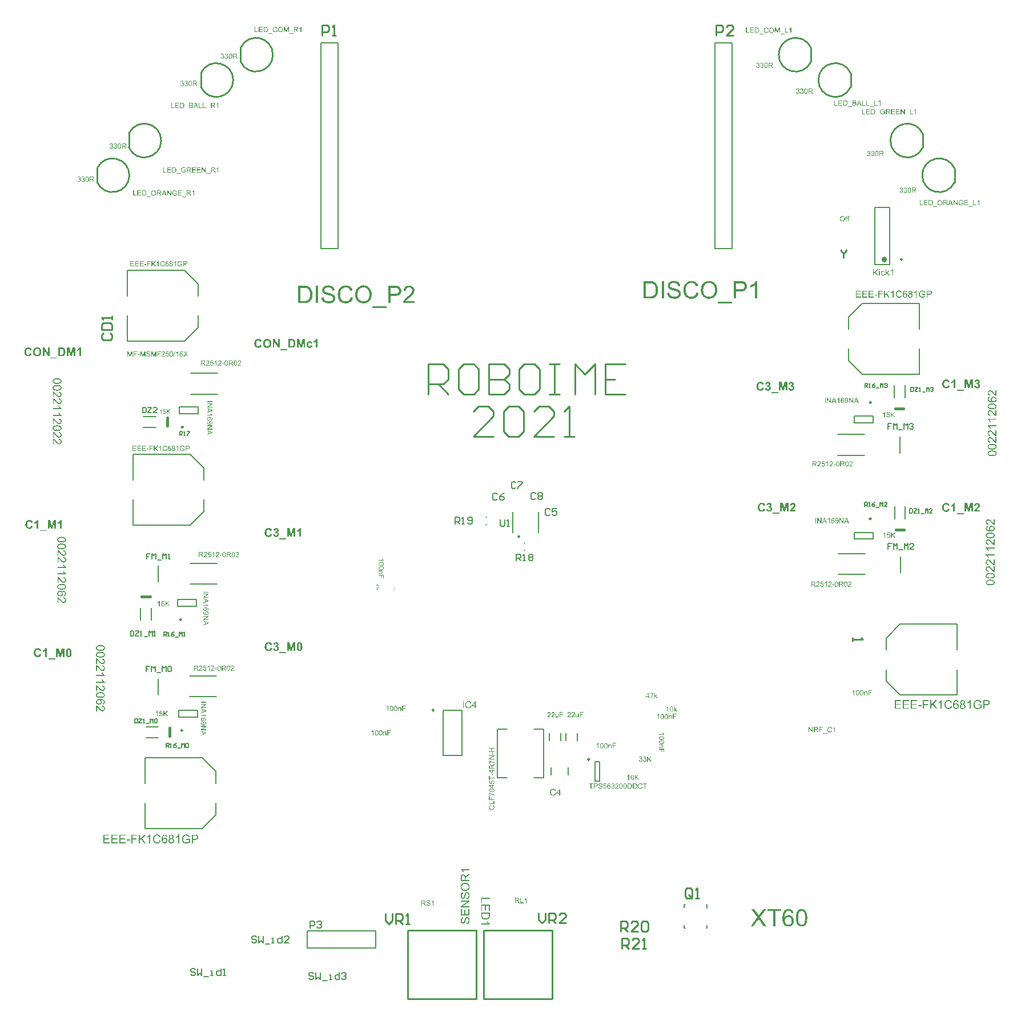
<source format=gto>
G04*
G04 #@! TF.GenerationSoftware,Altium Limited,Altium Designer,20.1.11 (218)*
G04*
G04 Layer_Color=65535*
%FSLAX25Y25*%
%MOIN*%
G70*
G04*
G04 #@! TF.SameCoordinates,DC62774E-AE12-477B-97F5-19A81F94617E*
G04*
G04*
G04 #@! TF.FilePolarity,Positive*
G04*
G01*
G75*
%ADD10C,0.00984*%
%ADD11C,0.01000*%
%ADD12C,0.01575*%
%ADD13C,0.00394*%
%ADD14C,0.00787*%
%ADD15C,0.00800*%
G36*
X188698Y178663D02*
X188750Y178658D01*
X188811Y178649D01*
X188872Y178641D01*
X188942Y178628D01*
X188885Y178304D01*
X188881D01*
X188868Y178309D01*
X188846Y178313D01*
X188815Y178317D01*
X188781D01*
X188746Y178322D01*
X188667Y178326D01*
X188641D01*
X188610Y178322D01*
X188575Y178317D01*
X188536Y178309D01*
X188496Y178296D01*
X188462Y178278D01*
X188431Y178252D01*
X188427Y178247D01*
X188422Y178239D01*
X188409Y178221D01*
X188396Y178191D01*
X188383Y178156D01*
X188374Y178112D01*
X188365Y178055D01*
X188361Y177985D01*
Y177784D01*
X188785D01*
Y177496D01*
X188361D01*
Y175591D01*
X187990D01*
Y177496D01*
X187662D01*
Y177784D01*
X187990D01*
Y178016D01*
Y178020D01*
Y178025D01*
Y178051D01*
X187994Y178090D01*
Y178138D01*
X187998Y178191D01*
X188007Y178247D01*
X188016Y178300D01*
X188029Y178344D01*
X188033Y178348D01*
X188038Y178370D01*
X188051Y178396D01*
X188073Y178427D01*
X188099Y178462D01*
X188129Y178501D01*
X188169Y178540D01*
X188217Y178575D01*
X188221Y178580D01*
X188243Y178588D01*
X188274Y178606D01*
X188317Y178623D01*
X188370Y178636D01*
X188435Y178654D01*
X188510Y178663D01*
X188597Y178667D01*
X188658D01*
X188698Y178663D01*
D02*
G37*
G36*
X187522D02*
X187575Y178658D01*
X187636Y178649D01*
X187697Y178641D01*
X187767Y178628D01*
X187710Y178304D01*
X187706D01*
X187692Y178309D01*
X187671Y178313D01*
X187640Y178317D01*
X187605D01*
X187570Y178322D01*
X187491Y178326D01*
X187465D01*
X187435Y178322D01*
X187400Y178317D01*
X187360Y178309D01*
X187321Y178296D01*
X187286Y178278D01*
X187255Y178252D01*
X187251Y178247D01*
X187247Y178239D01*
X187234Y178221D01*
X187221Y178191D01*
X187207Y178156D01*
X187199Y178112D01*
X187190Y178055D01*
X187186Y177985D01*
Y177784D01*
X187609D01*
Y177496D01*
X187186D01*
Y175591D01*
X186814D01*
Y177496D01*
X186486D01*
Y177784D01*
X186814D01*
Y178016D01*
Y178020D01*
Y178025D01*
Y178051D01*
X186818Y178090D01*
Y178138D01*
X186823Y178191D01*
X186831Y178247D01*
X186840Y178300D01*
X186853Y178344D01*
X186858Y178348D01*
X186862Y178370D01*
X186875Y178396D01*
X186897Y178427D01*
X186923Y178462D01*
X186954Y178501D01*
X186993Y178540D01*
X187041Y178575D01*
X187046Y178580D01*
X187067Y178588D01*
X187098Y178606D01*
X187142Y178623D01*
X187194Y178636D01*
X187260Y178654D01*
X187334Y178663D01*
X187422Y178667D01*
X187483D01*
X187522Y178663D01*
D02*
G37*
G36*
X184882D02*
X184922D01*
X184961Y178658D01*
X185014Y178649D01*
X185066Y178641D01*
X185180Y178619D01*
X185311Y178584D01*
X185438Y178532D01*
X185503Y178501D01*
X185569Y178466D01*
X185573Y178462D01*
X185582Y178457D01*
X185599Y178444D01*
X185625Y178431D01*
X185652Y178409D01*
X185687Y178383D01*
X185761Y178322D01*
X185840Y178243D01*
X185927Y178147D01*
X186010Y178033D01*
X186080Y177907D01*
Y177902D01*
X186089Y177889D01*
X186097Y177872D01*
X186106Y177846D01*
X186124Y177811D01*
X186137Y177771D01*
X186154Y177723D01*
X186172Y177671D01*
X186185Y177614D01*
X186202Y177553D01*
X186220Y177483D01*
X186233Y177413D01*
X186250Y177260D01*
X186259Y177094D01*
Y177090D01*
Y177072D01*
Y177050D01*
X186255Y177015D01*
Y176976D01*
X186250Y176928D01*
X186242Y176875D01*
X186237Y176819D01*
X186215Y176692D01*
X186180Y176552D01*
X186132Y176412D01*
X186106Y176342D01*
X186071Y176272D01*
Y176268D01*
X186062Y176255D01*
X186054Y176237D01*
X186036Y176211D01*
X186019Y176181D01*
X185997Y176150D01*
X185936Y176067D01*
X185861Y175979D01*
X185774Y175888D01*
X185669Y175800D01*
X185547Y175722D01*
X185542D01*
X185534Y175713D01*
X185512Y175704D01*
X185486Y175691D01*
X185455Y175678D01*
X185420Y175665D01*
X185376Y175647D01*
X185328Y175630D01*
X185276Y175612D01*
X185219Y175595D01*
X185092Y175569D01*
X184957Y175547D01*
X184813Y175538D01*
X184769D01*
X184743Y175542D01*
X184703D01*
X184660Y175551D01*
X184612Y175556D01*
X184555Y175564D01*
X184437Y175591D01*
X184310Y175626D01*
X184179Y175678D01*
X184113Y175708D01*
X184048Y175743D01*
X184044Y175748D01*
X184035Y175752D01*
X184017Y175765D01*
X183991Y175783D01*
X183965Y175800D01*
X183934Y175827D01*
X183860Y175892D01*
X183777Y175971D01*
X183689Y176067D01*
X183611Y176176D01*
X183537Y176303D01*
Y176307D01*
X183528Y176320D01*
X183519Y176338D01*
X183510Y176364D01*
X183497Y176399D01*
X183484Y176438D01*
X183467Y176482D01*
X183454Y176530D01*
X183436Y176587D01*
X183419Y176644D01*
X183392Y176775D01*
X183375Y176910D01*
X183366Y177059D01*
Y177063D01*
Y177068D01*
Y177094D01*
X183370Y177133D01*
Y177186D01*
X183379Y177247D01*
X183388Y177321D01*
X183401Y177404D01*
X183419Y177491D01*
X183436Y177583D01*
X183462Y177679D01*
X183497Y177776D01*
X183537Y177876D01*
X183580Y177972D01*
X183637Y178068D01*
X183698Y178156D01*
X183768Y178239D01*
X183773Y178243D01*
X183786Y178256D01*
X183812Y178278D01*
X183843Y178304D01*
X183882Y178339D01*
X183930Y178374D01*
X183987Y178414D01*
X184052Y178453D01*
X184122Y178492D01*
X184201Y178532D01*
X184288Y178567D01*
X184380Y178602D01*
X184481Y178628D01*
X184585Y178649D01*
X184695Y178663D01*
X184813Y178667D01*
X184852D01*
X184882Y178663D01*
D02*
G37*
G36*
X80100Y-122808D02*
X80108Y-122816D01*
X80113Y-122834D01*
X80126Y-122856D01*
X80139Y-122882D01*
X80156Y-122912D01*
X80200Y-122987D01*
X80248Y-123074D01*
X80309Y-123161D01*
X80379Y-123253D01*
X80454Y-123345D01*
X80458Y-123349D01*
X80462Y-123354D01*
X80475Y-123367D01*
X80489Y-123384D01*
X80532Y-123424D01*
X80585Y-123476D01*
X80646Y-123529D01*
X80716Y-123585D01*
X80786Y-123633D01*
X80860Y-123677D01*
Y-123917D01*
X77823D01*
Y-123546D01*
X80187D01*
X80183Y-123542D01*
X80165Y-123520D01*
X80139Y-123494D01*
X80108Y-123450D01*
X80069Y-123402D01*
X80025Y-123341D01*
X79977Y-123271D01*
X79929Y-123192D01*
Y-123188D01*
X79925Y-123183D01*
X79907Y-123157D01*
X79886Y-123113D01*
X79859Y-123061D01*
X79829Y-123000D01*
X79798Y-122934D01*
X79768Y-122869D01*
X79741Y-122803D01*
X80100D01*
Y-122808D01*
D02*
G37*
G36*
X79448Y-124874D02*
X79501D01*
X79558Y-124879D01*
X79623Y-124883D01*
X79759Y-124896D01*
X79903Y-124918D01*
X80047Y-124944D01*
X80113Y-124962D01*
X80178Y-124979D01*
X80183D01*
X80191Y-124984D01*
X80209Y-124993D01*
X80231Y-125001D01*
X80261Y-125010D01*
X80292Y-125028D01*
X80366Y-125062D01*
X80445Y-125106D01*
X80528Y-125163D01*
X80611Y-125229D01*
X80681Y-125307D01*
Y-125312D01*
X80690Y-125316D01*
X80698Y-125329D01*
X80707Y-125347D01*
X80725Y-125368D01*
X80738Y-125395D01*
X80773Y-125460D01*
X80803Y-125539D01*
X80834Y-125630D01*
X80851Y-125740D01*
X80860Y-125858D01*
Y-125897D01*
X80856Y-125945D01*
X80847Y-126002D01*
X80834Y-126067D01*
X80816Y-126137D01*
X80794Y-126212D01*
X80760Y-126282D01*
Y-126286D01*
X80755Y-126290D01*
X80742Y-126312D01*
X80720Y-126347D01*
X80690Y-126391D01*
X80646Y-126439D01*
X80598Y-126491D01*
X80541Y-126540D01*
X80475Y-126588D01*
X80467Y-126592D01*
X80445Y-126609D01*
X80405Y-126627D01*
X80349Y-126657D01*
X80283Y-126684D01*
X80209Y-126719D01*
X80121Y-126749D01*
X80025Y-126776D01*
X80021D01*
X80012Y-126780D01*
X79999Y-126784D01*
X79977Y-126789D01*
X79951Y-126793D01*
X79920Y-126797D01*
X79881Y-126806D01*
X79837Y-126810D01*
X79789Y-126819D01*
X79737Y-126824D01*
X79676Y-126828D01*
X79615Y-126837D01*
X79545Y-126841D01*
X79475D01*
X79396Y-126845D01*
X79313D01*
X79309D01*
X79291D01*
X79261D01*
X79226D01*
X79177Y-126841D01*
X79125D01*
X79068Y-126837D01*
X79007Y-126832D01*
X78867Y-126819D01*
X78723Y-126797D01*
X78583Y-126771D01*
X78518Y-126754D01*
X78452Y-126732D01*
X78448D01*
X78439Y-126727D01*
X78421Y-126719D01*
X78400Y-126710D01*
X78369Y-126701D01*
X78338Y-126684D01*
X78264Y-126649D01*
X78185Y-126605D01*
X78098Y-126548D01*
X78019Y-126483D01*
X77945Y-126404D01*
Y-126400D01*
X77937Y-126395D01*
X77928Y-126382D01*
X77919Y-126365D01*
X77906Y-126343D01*
X77888Y-126321D01*
X77858Y-126255D01*
X77827Y-126177D01*
X77797Y-126085D01*
X77779Y-125976D01*
X77770Y-125858D01*
Y-125814D01*
X77775Y-125784D01*
X77779Y-125749D01*
X77788Y-125705D01*
X77797Y-125657D01*
X77810Y-125604D01*
X77827Y-125552D01*
X77845Y-125495D01*
X77871Y-125438D01*
X77902Y-125381D01*
X77937Y-125325D01*
X77980Y-125268D01*
X78028Y-125215D01*
X78081Y-125167D01*
X78085Y-125163D01*
X78098Y-125154D01*
X78120Y-125141D01*
X78155Y-125119D01*
X78194Y-125097D01*
X78247Y-125075D01*
X78308Y-125045D01*
X78378Y-125019D01*
X78456Y-124993D01*
X78548Y-124966D01*
X78649Y-124940D01*
X78762Y-124918D01*
X78885Y-124896D01*
X79016Y-124883D01*
X79160Y-124874D01*
X79313Y-124870D01*
X79317D01*
X79335D01*
X79365D01*
X79400D01*
X79448Y-124874D01*
D02*
G37*
G36*
Y-127226D02*
X79501D01*
X79558Y-127230D01*
X79623Y-127234D01*
X79759Y-127247D01*
X79903Y-127269D01*
X80047Y-127295D01*
X80113Y-127313D01*
X80178Y-127331D01*
X80183D01*
X80191Y-127335D01*
X80209Y-127344D01*
X80231Y-127352D01*
X80261Y-127361D01*
X80292Y-127378D01*
X80366Y-127413D01*
X80445Y-127457D01*
X80528Y-127514D01*
X80611Y-127580D01*
X80681Y-127658D01*
Y-127663D01*
X80690Y-127667D01*
X80698Y-127680D01*
X80707Y-127698D01*
X80725Y-127719D01*
X80738Y-127746D01*
X80773Y-127811D01*
X80803Y-127890D01*
X80834Y-127982D01*
X80851Y-128091D01*
X80860Y-128209D01*
Y-128248D01*
X80856Y-128296D01*
X80847Y-128353D01*
X80834Y-128419D01*
X80816Y-128489D01*
X80794Y-128563D01*
X80760Y-128633D01*
Y-128637D01*
X80755Y-128641D01*
X80742Y-128663D01*
X80720Y-128698D01*
X80690Y-128742D01*
X80646Y-128790D01*
X80598Y-128842D01*
X80541Y-128891D01*
X80475Y-128939D01*
X80467Y-128943D01*
X80445Y-128961D01*
X80405Y-128978D01*
X80349Y-129008D01*
X80283Y-129035D01*
X80209Y-129070D01*
X80121Y-129100D01*
X80025Y-129127D01*
X80021D01*
X80012Y-129131D01*
X79999Y-129135D01*
X79977Y-129140D01*
X79951Y-129144D01*
X79920Y-129148D01*
X79881Y-129157D01*
X79837Y-129162D01*
X79789Y-129170D01*
X79737Y-129175D01*
X79676Y-129179D01*
X79615Y-129188D01*
X79545Y-129192D01*
X79475D01*
X79396Y-129197D01*
X79313D01*
X79309D01*
X79291D01*
X79261D01*
X79226D01*
X79177Y-129192D01*
X79125D01*
X79068Y-129188D01*
X79007Y-129183D01*
X78867Y-129170D01*
X78723Y-129148D01*
X78583Y-129122D01*
X78518Y-129105D01*
X78452Y-129083D01*
X78448D01*
X78439Y-129078D01*
X78421Y-129070D01*
X78400Y-129061D01*
X78369Y-129052D01*
X78338Y-129035D01*
X78264Y-129000D01*
X78185Y-128956D01*
X78098Y-128899D01*
X78019Y-128834D01*
X77945Y-128755D01*
Y-128751D01*
X77937Y-128746D01*
X77928Y-128733D01*
X77919Y-128716D01*
X77906Y-128694D01*
X77888Y-128672D01*
X77858Y-128606D01*
X77827Y-128528D01*
X77797Y-128436D01*
X77779Y-128327D01*
X77770Y-128209D01*
Y-128165D01*
X77775Y-128135D01*
X77779Y-128100D01*
X77788Y-128056D01*
X77797Y-128008D01*
X77810Y-127955D01*
X77827Y-127903D01*
X77845Y-127846D01*
X77871Y-127789D01*
X77902Y-127733D01*
X77937Y-127676D01*
X77980Y-127619D01*
X78028Y-127567D01*
X78081Y-127518D01*
X78085Y-127514D01*
X78098Y-127505D01*
X78120Y-127492D01*
X78155Y-127470D01*
X78194Y-127448D01*
X78247Y-127427D01*
X78308Y-127396D01*
X78378Y-127370D01*
X78456Y-127344D01*
X78548Y-127317D01*
X78649Y-127291D01*
X78762Y-127269D01*
X78885Y-127247D01*
X79016Y-127234D01*
X79160Y-127226D01*
X79313Y-127221D01*
X79317D01*
X79335D01*
X79365D01*
X79400D01*
X79448Y-127226D01*
D02*
G37*
G36*
X80017Y-130009D02*
X79702D01*
X79706Y-130014D01*
X79719Y-130022D01*
X79737Y-130035D01*
X79759Y-130053D01*
X79785Y-130079D01*
X79816Y-130110D01*
X79851Y-130145D01*
X79886Y-130188D01*
X79916Y-130232D01*
X79951Y-130285D01*
X79982Y-130341D01*
X80008Y-130403D01*
X80030Y-130473D01*
X80047Y-130542D01*
X80060Y-130621D01*
X80065Y-130704D01*
Y-130739D01*
X80060Y-130774D01*
X80056Y-130822D01*
X80047Y-130879D01*
X80034Y-130940D01*
X80017Y-131006D01*
X79990Y-131067D01*
X79986Y-131076D01*
X79977Y-131093D01*
X79964Y-131124D01*
X79942Y-131159D01*
X79916Y-131202D01*
X79881Y-131242D01*
X79846Y-131281D01*
X79802Y-131316D01*
X79798Y-131320D01*
X79781Y-131329D01*
X79759Y-131342D01*
X79728Y-131364D01*
X79685Y-131381D01*
X79641Y-131399D01*
X79588Y-131421D01*
X79532Y-131434D01*
X79527D01*
X79510Y-131438D01*
X79483Y-131443D01*
X79448Y-131447D01*
X79396D01*
X79335Y-131451D01*
X79261Y-131456D01*
X79169D01*
X77823D01*
Y-131084D01*
X79151D01*
X79156D01*
X79160D01*
X79191D01*
X79230D01*
X79278Y-131080D01*
X79335Y-131076D01*
X79392Y-131067D01*
X79444Y-131054D01*
X79492Y-131041D01*
X79497D01*
X79510Y-131032D01*
X79532Y-131019D01*
X79558Y-131006D01*
X79584Y-130984D01*
X79615Y-130958D01*
X79645Y-130923D01*
X79671Y-130883D01*
X79676Y-130879D01*
X79685Y-130866D01*
X79693Y-130840D01*
X79706Y-130809D01*
X79719Y-130774D01*
X79733Y-130730D01*
X79737Y-130678D01*
X79741Y-130625D01*
Y-130604D01*
X79737Y-130586D01*
X79733Y-130542D01*
X79724Y-130486D01*
X79702Y-130424D01*
X79676Y-130354D01*
X79641Y-130285D01*
X79588Y-130219D01*
X79580Y-130210D01*
X79558Y-130193D01*
X79540Y-130180D01*
X79518Y-130167D01*
X79492Y-130149D01*
X79462Y-130136D01*
X79427Y-130119D01*
X79383Y-130101D01*
X79335Y-130088D01*
X79282Y-130075D01*
X79226Y-130066D01*
X79164Y-130057D01*
X79090Y-130049D01*
X79016D01*
X77823D01*
Y-129677D01*
X80017D01*
Y-130009D01*
D02*
G37*
G36*
X80847Y-134139D02*
X80489D01*
Y-132496D01*
X79553D01*
Y-133916D01*
X79195D01*
Y-132496D01*
X77823D01*
Y-132094D01*
X80847D01*
Y-134139D01*
D02*
G37*
G36*
X84546Y-112526D02*
X84594Y-112531D01*
X84651Y-112540D01*
X84712Y-112553D01*
X84777Y-112570D01*
X84838Y-112596D01*
X84847Y-112601D01*
X84865Y-112609D01*
X84895Y-112622D01*
X84930Y-112644D01*
X84974Y-112671D01*
X85013Y-112706D01*
X85053Y-112741D01*
X85088Y-112784D01*
X85092Y-112788D01*
X85101Y-112806D01*
X85114Y-112828D01*
X85136Y-112858D01*
X85153Y-112902D01*
X85171Y-112946D01*
X85192Y-112998D01*
X85206Y-113055D01*
Y-113059D01*
X85210Y-113077D01*
X85214Y-113103D01*
X85219Y-113138D01*
Y-113191D01*
X85223Y-113252D01*
X85227Y-113326D01*
Y-113418D01*
Y-114764D01*
X84856D01*
Y-113435D01*
Y-113431D01*
Y-113427D01*
Y-113396D01*
Y-113357D01*
X84852Y-113309D01*
X84847Y-113252D01*
X84838Y-113195D01*
X84825Y-113143D01*
X84812Y-113094D01*
Y-113090D01*
X84803Y-113077D01*
X84790Y-113055D01*
X84777Y-113029D01*
X84755Y-113003D01*
X84729Y-112972D01*
X84694Y-112942D01*
X84655Y-112915D01*
X84651Y-112911D01*
X84637Y-112902D01*
X84611Y-112893D01*
X84581Y-112880D01*
X84546Y-112867D01*
X84502Y-112854D01*
X84449Y-112850D01*
X84397Y-112845D01*
X84375D01*
X84358Y-112850D01*
X84314Y-112854D01*
X84257Y-112863D01*
X84196Y-112885D01*
X84126Y-112911D01*
X84056Y-112946D01*
X83991Y-112998D01*
X83982Y-113007D01*
X83965Y-113029D01*
X83951Y-113046D01*
X83938Y-113068D01*
X83921Y-113094D01*
X83908Y-113125D01*
X83890Y-113160D01*
X83873Y-113204D01*
X83860Y-113252D01*
X83846Y-113304D01*
X83838Y-113361D01*
X83829Y-113422D01*
X83820Y-113496D01*
Y-113571D01*
Y-114764D01*
X83449D01*
Y-112570D01*
X83781D01*
Y-112885D01*
X83785Y-112880D01*
X83794Y-112867D01*
X83807Y-112850D01*
X83825Y-112828D01*
X83851Y-112802D01*
X83881Y-112771D01*
X83916Y-112736D01*
X83960Y-112701D01*
X84004Y-112671D01*
X84056Y-112636D01*
X84113Y-112605D01*
X84174Y-112579D01*
X84244Y-112557D01*
X84314Y-112540D01*
X84393Y-112526D01*
X84476Y-112522D01*
X84511D01*
X84546Y-112526D01*
D02*
G37*
G36*
X87911Y-112098D02*
X86268D01*
Y-113033D01*
X87688D01*
Y-113392D01*
X86268D01*
Y-114764D01*
X85865D01*
Y-111740D01*
X87911D01*
Y-112098D01*
D02*
G37*
G36*
X77689Y-114764D02*
X77318D01*
Y-112400D01*
X77313Y-112404D01*
X77292Y-112422D01*
X77265Y-112448D01*
X77222Y-112478D01*
X77174Y-112518D01*
X77112Y-112561D01*
X77042Y-112609D01*
X76964Y-112657D01*
X76959D01*
X76955Y-112662D01*
X76929Y-112679D01*
X76885Y-112701D01*
X76833Y-112727D01*
X76771Y-112758D01*
X76706Y-112788D01*
X76640Y-112819D01*
X76575Y-112845D01*
Y-112487D01*
X76579D01*
X76588Y-112478D01*
X76605Y-112474D01*
X76627Y-112461D01*
X76653Y-112448D01*
X76684Y-112430D01*
X76758Y-112387D01*
X76846Y-112338D01*
X76933Y-112277D01*
X77025Y-112207D01*
X77117Y-112133D01*
X77121Y-112129D01*
X77125Y-112124D01*
X77139Y-112111D01*
X77156Y-112098D01*
X77195Y-112054D01*
X77248Y-112002D01*
X77300Y-111941D01*
X77357Y-111871D01*
X77405Y-111801D01*
X77449Y-111727D01*
X77689D01*
Y-114764D01*
D02*
G37*
G36*
X82068Y-111731D02*
X82125Y-111740D01*
X82190Y-111753D01*
X82260Y-111770D01*
X82335Y-111792D01*
X82404Y-111827D01*
X82409D01*
X82413Y-111831D01*
X82435Y-111845D01*
X82470Y-111866D01*
X82514Y-111897D01*
X82562Y-111941D01*
X82614Y-111989D01*
X82662Y-112046D01*
X82710Y-112111D01*
X82715Y-112120D01*
X82732Y-112142D01*
X82750Y-112181D01*
X82780Y-112238D01*
X82806Y-112303D01*
X82841Y-112378D01*
X82872Y-112465D01*
X82898Y-112561D01*
Y-112566D01*
X82903Y-112574D01*
X82907Y-112587D01*
X82911Y-112609D01*
X82916Y-112636D01*
X82920Y-112666D01*
X82929Y-112706D01*
X82933Y-112749D01*
X82942Y-112797D01*
X82946Y-112850D01*
X82951Y-112911D01*
X82959Y-112972D01*
X82964Y-113042D01*
Y-113112D01*
X82968Y-113191D01*
Y-113274D01*
Y-113278D01*
Y-113295D01*
Y-113326D01*
Y-113361D01*
X82964Y-113409D01*
Y-113461D01*
X82959Y-113518D01*
X82955Y-113579D01*
X82942Y-113719D01*
X82920Y-113864D01*
X82894Y-114003D01*
X82876Y-114069D01*
X82854Y-114135D01*
Y-114139D01*
X82850Y-114148D01*
X82841Y-114165D01*
X82833Y-114187D01*
X82824Y-114217D01*
X82806Y-114248D01*
X82771Y-114322D01*
X82728Y-114401D01*
X82671Y-114488D01*
X82605Y-114567D01*
X82527Y-114641D01*
X82522D01*
X82518Y-114650D01*
X82505Y-114659D01*
X82487Y-114668D01*
X82466Y-114681D01*
X82444Y-114698D01*
X82378Y-114729D01*
X82300Y-114759D01*
X82208Y-114790D01*
X82099Y-114807D01*
X81981Y-114816D01*
X81937D01*
X81906Y-114812D01*
X81871Y-114807D01*
X81827Y-114799D01*
X81779Y-114790D01*
X81727Y-114777D01*
X81675Y-114759D01*
X81618Y-114742D01*
X81561Y-114716D01*
X81504Y-114685D01*
X81447Y-114650D01*
X81391Y-114606D01*
X81338Y-114558D01*
X81290Y-114506D01*
X81286Y-114502D01*
X81277Y-114488D01*
X81264Y-114467D01*
X81242Y-114432D01*
X81220Y-114392D01*
X81198Y-114340D01*
X81168Y-114279D01*
X81141Y-114209D01*
X81115Y-114130D01*
X81089Y-114038D01*
X81063Y-113938D01*
X81041Y-113824D01*
X81019Y-113702D01*
X81006Y-113571D01*
X80997Y-113427D01*
X80993Y-113274D01*
Y-113269D01*
Y-113252D01*
Y-113221D01*
Y-113186D01*
X80997Y-113138D01*
Y-113086D01*
X81002Y-113029D01*
X81006Y-112963D01*
X81019Y-112828D01*
X81041Y-112684D01*
X81067Y-112540D01*
X81085Y-112474D01*
X81102Y-112408D01*
Y-112404D01*
X81107Y-112395D01*
X81115Y-112378D01*
X81124Y-112356D01*
X81133Y-112325D01*
X81150Y-112295D01*
X81185Y-112220D01*
X81229Y-112142D01*
X81286Y-112059D01*
X81351Y-111976D01*
X81430Y-111906D01*
X81434D01*
X81439Y-111897D01*
X81452Y-111888D01*
X81469Y-111880D01*
X81491Y-111862D01*
X81517Y-111849D01*
X81583Y-111814D01*
X81661Y-111783D01*
X81753Y-111753D01*
X81862Y-111735D01*
X81981Y-111727D01*
X82020D01*
X82068Y-111731D01*
D02*
G37*
G36*
X79717D02*
X79774Y-111740D01*
X79839Y-111753D01*
X79909Y-111770D01*
X79983Y-111792D01*
X80053Y-111827D01*
X80058D01*
X80062Y-111831D01*
X80084Y-111845D01*
X80119Y-111866D01*
X80163Y-111897D01*
X80211Y-111941D01*
X80263Y-111989D01*
X80311Y-112046D01*
X80359Y-112111D01*
X80364Y-112120D01*
X80381Y-112142D01*
X80399Y-112181D01*
X80429Y-112238D01*
X80455Y-112303D01*
X80490Y-112378D01*
X80521Y-112465D01*
X80547Y-112561D01*
Y-112566D01*
X80551Y-112574D01*
X80556Y-112587D01*
X80560Y-112609D01*
X80565Y-112636D01*
X80569Y-112666D01*
X80578Y-112706D01*
X80582Y-112749D01*
X80591Y-112797D01*
X80595Y-112850D01*
X80600Y-112911D01*
X80608Y-112972D01*
X80613Y-113042D01*
Y-113112D01*
X80617Y-113191D01*
Y-113274D01*
Y-113278D01*
Y-113295D01*
Y-113326D01*
Y-113361D01*
X80613Y-113409D01*
Y-113461D01*
X80608Y-113518D01*
X80604Y-113579D01*
X80591Y-113719D01*
X80569Y-113864D01*
X80543Y-114003D01*
X80525Y-114069D01*
X80503Y-114135D01*
Y-114139D01*
X80499Y-114148D01*
X80490Y-114165D01*
X80482Y-114187D01*
X80473Y-114217D01*
X80455Y-114248D01*
X80420Y-114322D01*
X80377Y-114401D01*
X80320Y-114488D01*
X80254Y-114567D01*
X80176Y-114641D01*
X80171D01*
X80167Y-114650D01*
X80154Y-114659D01*
X80136Y-114668D01*
X80115Y-114681D01*
X80093Y-114698D01*
X80027Y-114729D01*
X79948Y-114759D01*
X79857Y-114790D01*
X79747Y-114807D01*
X79629Y-114816D01*
X79586D01*
X79555Y-114812D01*
X79520Y-114807D01*
X79476Y-114799D01*
X79428Y-114790D01*
X79376Y-114777D01*
X79324Y-114759D01*
X79267Y-114742D01*
X79210Y-114716D01*
X79153Y-114685D01*
X79096Y-114650D01*
X79040Y-114606D01*
X78987Y-114558D01*
X78939Y-114506D01*
X78935Y-114502D01*
X78926Y-114488D01*
X78913Y-114467D01*
X78891Y-114432D01*
X78869Y-114392D01*
X78847Y-114340D01*
X78817Y-114279D01*
X78790Y-114209D01*
X78764Y-114130D01*
X78738Y-114038D01*
X78712Y-113938D01*
X78690Y-113824D01*
X78668Y-113702D01*
X78655Y-113571D01*
X78646Y-113427D01*
X78642Y-113274D01*
Y-113269D01*
Y-113252D01*
Y-113221D01*
Y-113186D01*
X78646Y-113138D01*
Y-113086D01*
X78650Y-113029D01*
X78655Y-112963D01*
X78668Y-112828D01*
X78690Y-112684D01*
X78716Y-112540D01*
X78734Y-112474D01*
X78751Y-112408D01*
Y-112404D01*
X78755Y-112395D01*
X78764Y-112378D01*
X78773Y-112356D01*
X78782Y-112325D01*
X78799Y-112295D01*
X78834Y-112220D01*
X78878Y-112142D01*
X78935Y-112059D01*
X79000Y-111976D01*
X79079Y-111906D01*
X79083D01*
X79088Y-111897D01*
X79101Y-111888D01*
X79118Y-111880D01*
X79140Y-111862D01*
X79166Y-111849D01*
X79232Y-111814D01*
X79310Y-111783D01*
X79402Y-111753D01*
X79511Y-111735D01*
X79629Y-111727D01*
X79669D01*
X79717Y-111731D01*
D02*
G37*
G36*
X-83550Y-21264D02*
X-83541Y-21273D01*
X-83537Y-21290D01*
X-83524Y-21312D01*
X-83511Y-21339D01*
X-83493Y-21369D01*
X-83450Y-21443D01*
X-83401Y-21531D01*
X-83340Y-21618D01*
X-83270Y-21710D01*
X-83196Y-21802D01*
X-83192Y-21806D01*
X-83187Y-21811D01*
X-83174Y-21824D01*
X-83161Y-21841D01*
X-83117Y-21880D01*
X-83065Y-21933D01*
X-83004Y-21985D01*
X-82934Y-22042D01*
X-82864Y-22090D01*
X-82790Y-22134D01*
Y-22374D01*
X-85827D01*
Y-22003D01*
X-83463D01*
X-83467Y-21998D01*
X-83485Y-21976D01*
X-83511Y-21950D01*
X-83541Y-21907D01*
X-83581Y-21858D01*
X-83624Y-21797D01*
X-83672Y-21727D01*
X-83720Y-21649D01*
Y-21644D01*
X-83725Y-21640D01*
X-83742Y-21614D01*
X-83764Y-21570D01*
X-83790Y-21518D01*
X-83821Y-21456D01*
X-83851Y-21391D01*
X-83882Y-21325D01*
X-83908Y-21260D01*
X-83550D01*
Y-21264D01*
D02*
G37*
G36*
X-84201Y-23331D02*
X-84149D01*
X-84092Y-23336D01*
X-84026Y-23340D01*
X-83891Y-23353D01*
X-83747Y-23375D01*
X-83602Y-23401D01*
X-83537Y-23419D01*
X-83471Y-23436D01*
X-83467D01*
X-83458Y-23440D01*
X-83441Y-23449D01*
X-83419Y-23458D01*
X-83388Y-23467D01*
X-83358Y-23484D01*
X-83283Y-23519D01*
X-83205Y-23563D01*
X-83122Y-23620D01*
X-83039Y-23685D01*
X-82969Y-23764D01*
Y-23768D01*
X-82960Y-23773D01*
X-82951Y-23786D01*
X-82943Y-23803D01*
X-82925Y-23825D01*
X-82912Y-23851D01*
X-82877Y-23917D01*
X-82846Y-23995D01*
X-82816Y-24087D01*
X-82798Y-24196D01*
X-82790Y-24315D01*
Y-24354D01*
X-82794Y-24402D01*
X-82803Y-24459D01*
X-82816Y-24524D01*
X-82833Y-24594D01*
X-82855Y-24668D01*
X-82890Y-24738D01*
Y-24743D01*
X-82894Y-24747D01*
X-82908Y-24769D01*
X-82929Y-24804D01*
X-82960Y-24848D01*
X-83004Y-24896D01*
X-83052Y-24948D01*
X-83109Y-24996D01*
X-83174Y-25044D01*
X-83183Y-25049D01*
X-83205Y-25066D01*
X-83244Y-25084D01*
X-83301Y-25114D01*
X-83367Y-25140D01*
X-83441Y-25175D01*
X-83528Y-25206D01*
X-83624Y-25232D01*
X-83629D01*
X-83637Y-25236D01*
X-83650Y-25241D01*
X-83672Y-25245D01*
X-83699Y-25250D01*
X-83729Y-25254D01*
X-83768Y-25263D01*
X-83812Y-25267D01*
X-83860Y-25276D01*
X-83913Y-25280D01*
X-83974Y-25285D01*
X-84035Y-25293D01*
X-84105Y-25298D01*
X-84175D01*
X-84254Y-25302D01*
X-84337D01*
X-84341D01*
X-84359D01*
X-84389D01*
X-84424D01*
X-84472Y-25298D01*
X-84525D01*
X-84581Y-25293D01*
X-84642Y-25289D01*
X-84782Y-25276D01*
X-84926Y-25254D01*
X-85066Y-25228D01*
X-85132Y-25210D01*
X-85198Y-25188D01*
X-85202D01*
X-85211Y-25184D01*
X-85228Y-25175D01*
X-85250Y-25167D01*
X-85281Y-25158D01*
X-85311Y-25140D01*
X-85385Y-25105D01*
X-85464Y-25062D01*
X-85552Y-25005D01*
X-85630Y-24939D01*
X-85704Y-24861D01*
Y-24856D01*
X-85713Y-24852D01*
X-85722Y-24839D01*
X-85731Y-24821D01*
X-85744Y-24800D01*
X-85761Y-24778D01*
X-85792Y-24712D01*
X-85822Y-24633D01*
X-85853Y-24542D01*
X-85870Y-24432D01*
X-85879Y-24315D01*
Y-24271D01*
X-85875Y-24240D01*
X-85870Y-24205D01*
X-85862Y-24161D01*
X-85853Y-24114D01*
X-85840Y-24061D01*
X-85822Y-24009D01*
X-85805Y-23952D01*
X-85779Y-23895D01*
X-85748Y-23838D01*
X-85713Y-23781D01*
X-85669Y-23724D01*
X-85621Y-23672D01*
X-85569Y-23624D01*
X-85565Y-23620D01*
X-85552Y-23611D01*
X-85530Y-23598D01*
X-85495Y-23576D01*
X-85455Y-23554D01*
X-85403Y-23532D01*
X-85342Y-23502D01*
X-85272Y-23475D01*
X-85193Y-23449D01*
X-85101Y-23423D01*
X-85001Y-23397D01*
X-84887Y-23375D01*
X-84765Y-23353D01*
X-84634Y-23340D01*
X-84490Y-23331D01*
X-84337Y-23327D01*
X-84332D01*
X-84315D01*
X-84284D01*
X-84249D01*
X-84201Y-23331D01*
D02*
G37*
G36*
Y-25682D02*
X-84149D01*
X-84092Y-25687D01*
X-84026Y-25691D01*
X-83891Y-25704D01*
X-83747Y-25726D01*
X-83602Y-25752D01*
X-83537Y-25770D01*
X-83471Y-25787D01*
X-83467D01*
X-83458Y-25791D01*
X-83441Y-25800D01*
X-83419Y-25809D01*
X-83388Y-25818D01*
X-83358Y-25835D01*
X-83283Y-25870D01*
X-83205Y-25914D01*
X-83122Y-25971D01*
X-83039Y-26036D01*
X-82969Y-26115D01*
Y-26119D01*
X-82960Y-26124D01*
X-82951Y-26137D01*
X-82943Y-26154D01*
X-82925Y-26176D01*
X-82912Y-26202D01*
X-82877Y-26268D01*
X-82846Y-26346D01*
X-82816Y-26438D01*
X-82798Y-26548D01*
X-82790Y-26665D01*
Y-26705D01*
X-82794Y-26753D01*
X-82803Y-26810D01*
X-82816Y-26875D01*
X-82833Y-26945D01*
X-82855Y-27020D01*
X-82890Y-27089D01*
Y-27094D01*
X-82894Y-27098D01*
X-82908Y-27120D01*
X-82929Y-27155D01*
X-82960Y-27199D01*
X-83004Y-27247D01*
X-83052Y-27299D01*
X-83109Y-27347D01*
X-83174Y-27395D01*
X-83183Y-27400D01*
X-83205Y-27417D01*
X-83244Y-27435D01*
X-83301Y-27465D01*
X-83367Y-27492D01*
X-83441Y-27526D01*
X-83528Y-27557D01*
X-83624Y-27583D01*
X-83629D01*
X-83637Y-27588D01*
X-83650Y-27592D01*
X-83672Y-27596D01*
X-83699Y-27601D01*
X-83729Y-27605D01*
X-83768Y-27614D01*
X-83812Y-27618D01*
X-83860Y-27627D01*
X-83913Y-27631D01*
X-83974Y-27636D01*
X-84035Y-27644D01*
X-84105Y-27649D01*
X-84175D01*
X-84254Y-27653D01*
X-84337D01*
X-84341D01*
X-84359D01*
X-84389D01*
X-84424D01*
X-84472Y-27649D01*
X-84525D01*
X-84581Y-27644D01*
X-84642Y-27640D01*
X-84782Y-27627D01*
X-84926Y-27605D01*
X-85066Y-27579D01*
X-85132Y-27561D01*
X-85198Y-27540D01*
X-85202D01*
X-85211Y-27535D01*
X-85228Y-27526D01*
X-85250Y-27518D01*
X-85281Y-27509D01*
X-85311Y-27492D01*
X-85385Y-27457D01*
X-85464Y-27413D01*
X-85552Y-27356D01*
X-85630Y-27290D01*
X-85704Y-27212D01*
Y-27207D01*
X-85713Y-27203D01*
X-85722Y-27190D01*
X-85731Y-27172D01*
X-85744Y-27151D01*
X-85761Y-27129D01*
X-85792Y-27063D01*
X-85822Y-26985D01*
X-85853Y-26893D01*
X-85870Y-26783D01*
X-85879Y-26665D01*
Y-26622D01*
X-85875Y-26591D01*
X-85870Y-26556D01*
X-85862Y-26513D01*
X-85853Y-26465D01*
X-85840Y-26412D01*
X-85822Y-26360D01*
X-85805Y-26303D01*
X-85779Y-26246D01*
X-85748Y-26189D01*
X-85713Y-26132D01*
X-85669Y-26076D01*
X-85621Y-26023D01*
X-85569Y-25975D01*
X-85565Y-25971D01*
X-85552Y-25962D01*
X-85530Y-25949D01*
X-85495Y-25927D01*
X-85455Y-25905D01*
X-85403Y-25883D01*
X-85342Y-25853D01*
X-85272Y-25826D01*
X-85193Y-25800D01*
X-85101Y-25774D01*
X-85001Y-25748D01*
X-84887Y-25726D01*
X-84765Y-25704D01*
X-84634Y-25691D01*
X-84490Y-25682D01*
X-84337Y-25678D01*
X-84332D01*
X-84315D01*
X-84284D01*
X-84249D01*
X-84201Y-25682D01*
D02*
G37*
G36*
X-83633Y-28466D02*
X-83948D01*
X-83943Y-28470D01*
X-83930Y-28479D01*
X-83913Y-28492D01*
X-83891Y-28510D01*
X-83865Y-28536D01*
X-83834Y-28567D01*
X-83799Y-28601D01*
X-83764Y-28645D01*
X-83733Y-28689D01*
X-83699Y-28741D01*
X-83668Y-28798D01*
X-83642Y-28859D01*
X-83620Y-28929D01*
X-83602Y-28999D01*
X-83589Y-29078D01*
X-83585Y-29161D01*
Y-29196D01*
X-83589Y-29231D01*
X-83594Y-29279D01*
X-83602Y-29336D01*
X-83615Y-29397D01*
X-83633Y-29462D01*
X-83659Y-29524D01*
X-83664Y-29532D01*
X-83672Y-29550D01*
X-83685Y-29580D01*
X-83707Y-29615D01*
X-83733Y-29659D01*
X-83768Y-29698D01*
X-83803Y-29738D01*
X-83847Y-29773D01*
X-83851Y-29777D01*
X-83869Y-29786D01*
X-83891Y-29799D01*
X-83921Y-29821D01*
X-83965Y-29838D01*
X-84009Y-29856D01*
X-84061Y-29877D01*
X-84118Y-29891D01*
X-84123D01*
X-84140Y-29895D01*
X-84166Y-29899D01*
X-84201Y-29904D01*
X-84254D01*
X-84315Y-29908D01*
X-84389Y-29912D01*
X-84481D01*
X-85827D01*
Y-29541D01*
X-84498D01*
X-84494D01*
X-84490D01*
X-84459D01*
X-84420D01*
X-84372Y-29537D01*
X-84315Y-29532D01*
X-84258Y-29524D01*
X-84206Y-29510D01*
X-84157Y-29497D01*
X-84153D01*
X-84140Y-29489D01*
X-84118Y-29475D01*
X-84092Y-29462D01*
X-84066Y-29441D01*
X-84035Y-29414D01*
X-84004Y-29379D01*
X-83978Y-29340D01*
X-83974Y-29336D01*
X-83965Y-29322D01*
X-83956Y-29296D01*
X-83943Y-29266D01*
X-83930Y-29231D01*
X-83917Y-29187D01*
X-83913Y-29135D01*
X-83908Y-29082D01*
Y-29060D01*
X-83913Y-29043D01*
X-83917Y-28999D01*
X-83926Y-28942D01*
X-83948Y-28881D01*
X-83974Y-28811D01*
X-84009Y-28741D01*
X-84061Y-28676D01*
X-84070Y-28667D01*
X-84092Y-28650D01*
X-84109Y-28636D01*
X-84131Y-28623D01*
X-84157Y-28606D01*
X-84188Y-28593D01*
X-84223Y-28575D01*
X-84267Y-28558D01*
X-84315Y-28545D01*
X-84367Y-28532D01*
X-84424Y-28523D01*
X-84485Y-28514D01*
X-84560Y-28505D01*
X-84634D01*
X-85827D01*
Y-28134D01*
X-83633D01*
Y-28466D01*
D02*
G37*
G36*
X-82803Y-32596D02*
X-83161D01*
Y-30953D01*
X-84096D01*
Y-32373D01*
X-84455D01*
Y-30953D01*
X-85827D01*
Y-30551D01*
X-82803D01*
Y-32596D01*
D02*
G37*
G36*
X-183000Y70169D02*
X-186024D01*
Y70571D01*
X-183000D01*
Y70169D01*
D02*
G37*
G36*
Y69055D02*
X-185377Y67468D01*
X-183000D01*
Y67084D01*
X-186024D01*
Y67499D01*
X-183651Y69081D01*
X-186024D01*
Y69465D01*
X-183000D01*
Y69055D01*
D02*
G37*
G36*
Y65589D02*
Y65152D01*
X-186024Y63915D01*
Y64370D01*
X-185106Y64724D01*
Y65991D01*
X-186024Y66319D01*
Y66743D01*
X-183000Y65589D01*
D02*
G37*
G36*
X-183747Y63456D02*
X-183738Y63448D01*
X-183734Y63430D01*
X-183721Y63408D01*
X-183707Y63382D01*
X-183690Y63352D01*
X-183646Y63277D01*
X-183598Y63190D01*
X-183537Y63103D01*
X-183467Y63011D01*
X-183393Y62919D01*
X-183388Y62915D01*
X-183384Y62910D01*
X-183371Y62897D01*
X-183358Y62880D01*
X-183314Y62840D01*
X-183262Y62788D01*
X-183201Y62735D01*
X-183131Y62679D01*
X-183061Y62631D01*
X-182986Y62587D01*
Y62347D01*
X-186024D01*
Y62718D01*
X-183659D01*
X-183664Y62722D01*
X-183681Y62744D01*
X-183707Y62770D01*
X-183738Y62814D01*
X-183777Y62862D01*
X-183821Y62923D01*
X-183869Y62993D01*
X-183917Y63072D01*
Y63076D01*
X-183922Y63081D01*
X-183939Y63107D01*
X-183961Y63151D01*
X-183987Y63203D01*
X-184018Y63264D01*
X-184048Y63330D01*
X-184079Y63395D01*
X-184105Y63461D01*
X-183747D01*
Y63456D01*
D02*
G37*
G36*
X-184529Y61407D02*
X-184468D01*
X-184398Y61403D01*
X-184315Y61394D01*
X-184223Y61385D01*
X-184123Y61372D01*
X-184022Y61355D01*
X-183913Y61333D01*
X-183808Y61307D01*
X-183703Y61276D01*
X-183603Y61237D01*
X-183507Y61193D01*
X-183415Y61145D01*
X-183336Y61088D01*
X-183332Y61084D01*
X-183323Y61075D01*
X-183306Y61057D01*
X-183279Y61036D01*
X-183253Y61009D01*
X-183227Y60974D01*
X-183192Y60931D01*
X-183161Y60887D01*
X-183131Y60834D01*
X-183096Y60778D01*
X-183070Y60712D01*
X-183039Y60647D01*
X-183017Y60572D01*
X-183000Y60494D01*
X-182991Y60411D01*
X-182986Y60323D01*
Y60288D01*
X-182991Y60262D01*
Y60231D01*
X-182995Y60197D01*
X-183013Y60114D01*
X-183035Y60022D01*
X-183070Y59926D01*
X-183122Y59829D01*
X-183152Y59781D01*
X-183187Y59738D01*
X-183192Y59733D01*
X-183196Y59729D01*
X-183209Y59716D01*
X-183222Y59703D01*
X-183244Y59681D01*
X-183271Y59663D01*
X-183332Y59615D01*
X-183410Y59567D01*
X-183507Y59523D01*
X-183616Y59484D01*
X-183738Y59458D01*
X-183769Y59829D01*
X-183764D01*
X-183760Y59834D01*
X-183734Y59838D01*
X-183694Y59851D01*
X-183646Y59869D01*
X-183594Y59886D01*
X-183542Y59912D01*
X-183493Y59943D01*
X-183454Y59974D01*
X-183445Y59982D01*
X-183428Y60000D01*
X-183402Y60030D01*
X-183371Y60074D01*
X-183345Y60131D01*
X-183319Y60192D01*
X-183301Y60266D01*
X-183292Y60345D01*
Y60376D01*
X-183297Y60411D01*
X-183306Y60450D01*
X-183319Y60502D01*
X-183336Y60555D01*
X-183358Y60607D01*
X-183393Y60660D01*
X-183397Y60668D01*
X-183415Y60690D01*
X-183445Y60721D01*
X-183489Y60760D01*
X-183542Y60804D01*
X-183603Y60852D01*
X-183681Y60896D01*
X-183769Y60939D01*
X-183773D01*
X-183782Y60944D01*
X-183795Y60948D01*
X-183812Y60957D01*
X-183839Y60961D01*
X-183869Y60970D01*
X-183904Y60979D01*
X-183948Y60988D01*
X-183996Y61001D01*
X-184048Y61009D01*
X-184105Y61018D01*
X-184166Y61022D01*
X-184236Y61031D01*
X-184306Y61036D01*
X-184385Y61040D01*
X-184464D01*
X-184459Y61036D01*
X-184433Y61018D01*
X-184398Y60988D01*
X-184354Y60948D01*
X-184302Y60904D01*
X-184254Y60848D01*
X-184206Y60786D01*
X-184162Y60716D01*
Y60712D01*
X-184158Y60708D01*
X-184144Y60682D01*
X-184131Y60642D01*
X-184110Y60590D01*
X-184092Y60529D01*
X-184079Y60459D01*
X-184066Y60384D01*
X-184062Y60306D01*
Y60271D01*
X-184066Y60245D01*
X-184070Y60210D01*
X-184075Y60175D01*
X-184083Y60131D01*
X-184097Y60087D01*
X-184127Y59987D01*
X-184149Y59934D01*
X-184179Y59882D01*
X-184210Y59829D01*
X-184245Y59773D01*
X-184289Y59720D01*
X-184337Y59672D01*
X-184341Y59668D01*
X-184350Y59659D01*
X-184363Y59646D01*
X-184385Y59633D01*
X-184415Y59611D01*
X-184446Y59589D01*
X-184485Y59567D01*
X-184529Y59541D01*
X-184577Y59515D01*
X-184630Y59493D01*
X-184691Y59471D01*
X-184752Y59449D01*
X-184818Y59436D01*
X-184892Y59423D01*
X-184966Y59414D01*
X-185045Y59410D01*
X-185049D01*
X-185058D01*
X-185071D01*
X-185093D01*
X-185119Y59414D01*
X-185145D01*
X-185215Y59427D01*
X-185298Y59440D01*
X-185386Y59462D01*
X-185482Y59493D01*
X-185573Y59537D01*
X-185578D01*
X-185582Y59541D01*
X-185595Y59550D01*
X-185613Y59558D01*
X-185656Y59585D01*
X-185713Y59624D01*
X-185775Y59672D01*
X-185836Y59729D01*
X-185897Y59799D01*
X-185949Y59873D01*
Y59878D01*
X-185954Y59882D01*
X-185962Y59895D01*
X-185967Y59912D01*
X-185989Y59956D01*
X-186011Y60013D01*
X-186037Y60087D01*
X-186054Y60170D01*
X-186072Y60262D01*
X-186076Y60362D01*
Y60384D01*
X-186072Y60406D01*
Y60441D01*
X-186067Y60480D01*
X-186059Y60524D01*
X-186046Y60577D01*
X-186032Y60629D01*
X-186015Y60690D01*
X-185993Y60751D01*
X-185967Y60813D01*
X-185932Y60878D01*
X-185892Y60939D01*
X-185849Y61001D01*
X-185796Y61062D01*
X-185735Y61119D01*
X-185731Y61123D01*
X-185718Y61132D01*
X-185700Y61145D01*
X-185670Y61162D01*
X-185630Y61189D01*
X-185587Y61210D01*
X-185530Y61237D01*
X-185469Y61263D01*
X-185394Y61293D01*
X-185311Y61320D01*
X-185220Y61341D01*
X-185119Y61363D01*
X-185005Y61385D01*
X-184883Y61398D01*
X-184752Y61407D01*
X-184612Y61411D01*
X-184608D01*
X-184603D01*
X-184590D01*
X-184573D01*
X-184529Y61407D01*
D02*
G37*
G36*
X-183935Y59038D02*
X-183895Y59034D01*
X-183847Y59030D01*
X-183799Y59021D01*
X-183742Y59008D01*
X-183629Y58977D01*
X-183568Y58955D01*
X-183502Y58929D01*
X-183441Y58899D01*
X-183384Y58859D01*
X-183323Y58820D01*
X-183271Y58772D01*
X-183266Y58767D01*
X-183257Y58759D01*
X-183244Y58746D01*
X-183227Y58724D01*
X-183205Y58698D01*
X-183179Y58663D01*
X-183157Y58628D01*
X-183126Y58584D01*
X-183100Y58540D01*
X-183078Y58488D01*
X-183030Y58370D01*
X-183013Y58309D01*
X-183000Y58239D01*
X-182991Y58169D01*
X-182986Y58095D01*
Y58064D01*
X-182991Y58042D01*
Y58020D01*
X-182995Y57990D01*
X-183008Y57915D01*
X-183026Y57832D01*
X-183056Y57740D01*
X-183096Y57649D01*
X-183148Y57557D01*
Y57553D01*
X-183157Y57548D01*
X-183166Y57535D01*
X-183179Y57518D01*
X-183214Y57474D01*
X-183262Y57417D01*
X-183327Y57360D01*
X-183406Y57295D01*
X-183498Y57238D01*
X-183603Y57186D01*
X-183607D01*
X-183616Y57181D01*
X-183633Y57173D01*
X-183655Y57164D01*
X-183686Y57155D01*
X-183725Y57142D01*
X-183769Y57133D01*
X-183817Y57120D01*
X-183874Y57107D01*
X-183939Y57094D01*
X-184009Y57085D01*
X-184083Y57076D01*
X-184166Y57068D01*
X-184254Y57059D01*
X-184350Y57055D01*
X-184450D01*
X-184455D01*
X-184477D01*
X-184507D01*
X-184547D01*
X-184595Y57059D01*
X-184651D01*
X-184717Y57063D01*
X-184783Y57072D01*
X-184931Y57085D01*
X-185088Y57107D01*
X-185237Y57138D01*
X-185311Y57159D01*
X-185377Y57181D01*
X-185381D01*
X-185390Y57186D01*
X-185407Y57194D01*
X-185434Y57203D01*
X-185460Y57216D01*
X-185495Y57234D01*
X-185569Y57277D01*
X-185652Y57330D01*
X-185740Y57391D01*
X-185823Y57470D01*
X-185897Y57557D01*
Y57561D01*
X-185906Y57570D01*
X-185914Y57583D01*
X-185923Y57601D01*
X-185936Y57627D01*
X-185954Y57653D01*
X-185971Y57688D01*
X-185984Y57723D01*
X-186019Y57806D01*
X-186050Y57907D01*
X-186067Y58016D01*
X-186076Y58138D01*
Y58173D01*
X-186072Y58195D01*
Y58226D01*
X-186067Y58261D01*
X-186050Y58344D01*
X-186028Y58435D01*
X-185993Y58531D01*
X-185945Y58628D01*
X-185914Y58676D01*
X-185879Y58719D01*
X-185875Y58724D01*
X-185871Y58728D01*
X-185858Y58741D01*
X-185845Y58754D01*
X-185823Y58772D01*
X-185796Y58794D01*
X-185735Y58837D01*
X-185656Y58881D01*
X-185560Y58925D01*
X-185451Y58960D01*
X-185324Y58986D01*
X-185294Y58628D01*
X-185298D01*
X-185307Y58623D01*
X-185316D01*
X-185333Y58619D01*
X-185381Y58606D01*
X-185434Y58588D01*
X-185495Y58566D01*
X-185556Y58536D01*
X-185613Y58501D01*
X-185661Y58457D01*
X-185665Y58453D01*
X-185678Y58435D01*
X-185696Y58405D01*
X-185713Y58370D01*
X-185735Y58322D01*
X-185753Y58265D01*
X-185766Y58199D01*
X-185770Y58130D01*
Y58099D01*
X-185766Y58068D01*
X-185761Y58029D01*
X-185753Y57981D01*
X-185740Y57933D01*
X-185722Y57880D01*
X-185696Y57832D01*
X-185691Y57828D01*
X-185683Y57810D01*
X-185665Y57784D01*
X-185639Y57758D01*
X-185608Y57723D01*
X-185573Y57688D01*
X-185534Y57653D01*
X-185486Y57618D01*
X-185482Y57614D01*
X-185460Y57605D01*
X-185429Y57588D01*
X-185390Y57570D01*
X-185337Y57548D01*
X-185276Y57526D01*
X-185206Y57505D01*
X-185128Y57483D01*
X-185123D01*
X-185119Y57478D01*
X-185106D01*
X-185088Y57474D01*
X-185045Y57465D01*
X-184988Y57452D01*
X-184918Y57443D01*
X-184844Y57435D01*
X-184761Y57430D01*
X-184673Y57426D01*
X-184669D01*
X-184656D01*
X-184634D01*
X-184599D01*
X-184608Y57430D01*
X-184630Y57448D01*
X-184660Y57474D01*
X-184704Y57505D01*
X-184748Y57548D01*
X-184796Y57601D01*
X-184844Y57662D01*
X-184887Y57732D01*
X-184892Y57740D01*
X-184905Y57767D01*
X-184922Y57806D01*
X-184940Y57854D01*
X-184962Y57920D01*
X-184979Y57990D01*
X-184992Y58068D01*
X-184997Y58151D01*
Y58186D01*
X-184992Y58213D01*
X-184988Y58248D01*
X-184984Y58282D01*
X-184975Y58326D01*
X-184962Y58370D01*
X-184931Y58470D01*
X-184909Y58523D01*
X-184883Y58575D01*
X-184853Y58632D01*
X-184813Y58684D01*
X-184774Y58737D01*
X-184726Y58785D01*
X-184721Y58789D01*
X-184713Y58798D01*
X-184699Y58807D01*
X-184678Y58824D01*
X-184647Y58846D01*
X-184616Y58868D01*
X-184577Y58890D01*
X-184533Y58912D01*
X-184485Y58938D01*
X-184433Y58960D01*
X-184372Y58982D01*
X-184311Y59004D01*
X-184241Y59021D01*
X-184166Y59030D01*
X-184092Y59038D01*
X-184009Y59043D01*
X-184005D01*
X-183987D01*
X-183965D01*
X-183935Y59038D01*
D02*
G37*
G36*
X-183000Y56132D02*
X-185377Y54546D01*
X-183000D01*
Y54162D01*
X-186024D01*
Y54577D01*
X-183651Y56159D01*
X-186024D01*
Y56543D01*
X-183000D01*
Y56132D01*
D02*
G37*
G36*
Y52667D02*
Y52230D01*
X-186024Y50993D01*
Y51448D01*
X-185106Y51802D01*
Y53069D01*
X-186024Y53397D01*
Y53821D01*
X-183000Y52667D01*
D02*
G37*
G36*
X208380Y241163D02*
X208415D01*
X208498Y241154D01*
X208590Y241141D01*
X208686Y241119D01*
X208790Y241093D01*
X208891Y241058D01*
X208895D01*
X208904Y241053D01*
X208917Y241049D01*
X208935Y241040D01*
X208983Y241014D01*
X209044Y240984D01*
X209109Y240940D01*
X209179Y240887D01*
X209245Y240830D01*
X209306Y240761D01*
X209315Y240752D01*
X209332Y240726D01*
X209359Y240686D01*
X209394Y240630D01*
X209429Y240560D01*
X209468Y240472D01*
X209507Y240376D01*
X209538Y240267D01*
X209175Y240171D01*
Y240175D01*
X209171Y240179D01*
X209166Y240193D01*
X209162Y240210D01*
X209149Y240249D01*
X209131Y240302D01*
X209105Y240363D01*
X209074Y240420D01*
X209044Y240481D01*
X209005Y240533D01*
X209000Y240538D01*
X208987Y240555D01*
X208961Y240577D01*
X208930Y240608D01*
X208891Y240643D01*
X208839Y240678D01*
X208782Y240713D01*
X208716Y240743D01*
X208707Y240747D01*
X208686Y240756D01*
X208646Y240769D01*
X208594Y240787D01*
X208533Y240800D01*
X208463Y240813D01*
X208384Y240822D01*
X208301Y240826D01*
X208253D01*
X208231Y240822D01*
X208205D01*
X208139Y240817D01*
X208065Y240804D01*
X207982Y240791D01*
X207903Y240769D01*
X207825Y240739D01*
X207816Y240734D01*
X207790Y240726D01*
X207755Y240704D01*
X207711Y240682D01*
X207659Y240647D01*
X207602Y240612D01*
X207549Y240568D01*
X207501Y240520D01*
X207497Y240516D01*
X207480Y240498D01*
X207458Y240468D01*
X207431Y240433D01*
X207401Y240389D01*
X207370Y240337D01*
X207340Y240280D01*
X207309Y240219D01*
Y240214D01*
X207305Y240206D01*
X207300Y240193D01*
X207292Y240171D01*
X207283Y240144D01*
X207274Y240114D01*
X207261Y240079D01*
X207252Y240040D01*
X207230Y239948D01*
X207213Y239843D01*
X207200Y239734D01*
X207195Y239611D01*
Y239607D01*
Y239594D01*
Y239572D01*
X207200Y239546D01*
Y239511D01*
X207204Y239467D01*
X207208Y239423D01*
X207213Y239375D01*
X207230Y239266D01*
X207252Y239153D01*
X207287Y239039D01*
X207331Y238930D01*
Y238925D01*
X207340Y238916D01*
X207344Y238903D01*
X207357Y238886D01*
X207388Y238838D01*
X207436Y238777D01*
X207493Y238711D01*
X207562Y238646D01*
X207646Y238584D01*
X207737Y238528D01*
X207742D01*
X207750Y238523D01*
X207764Y238514D01*
X207785Y238506D01*
X207807Y238497D01*
X207838Y238488D01*
X207908Y238462D01*
X207995Y238440D01*
X208091Y238418D01*
X208196Y238401D01*
X208305Y238397D01*
X208349D01*
X208375Y238401D01*
X208401D01*
X208467Y238410D01*
X208546Y238418D01*
X208629Y238436D01*
X208721Y238462D01*
X208812Y238493D01*
X208817D01*
X208825Y238497D01*
X208834Y238501D01*
X208852Y238510D01*
X208900Y238532D01*
X208952Y238558D01*
X209013Y238589D01*
X209079Y238624D01*
X209140Y238663D01*
X209192Y238707D01*
Y239275D01*
X208301D01*
Y239633D01*
X209586D01*
Y238510D01*
X209581Y238506D01*
X209573Y238501D01*
X209555Y238488D01*
X209533Y238471D01*
X209507Y238453D01*
X209477Y238431D01*
X209437Y238405D01*
X209398Y238379D01*
X209306Y238322D01*
X209201Y238261D01*
X209092Y238204D01*
X208974Y238156D01*
X208970D01*
X208961Y238152D01*
X208943Y238147D01*
X208922Y238139D01*
X208891Y238130D01*
X208856Y238117D01*
X208817Y238108D01*
X208777Y238099D01*
X208681Y238077D01*
X208572Y238056D01*
X208454Y238042D01*
X208332Y238038D01*
X208288D01*
X208257Y238042D01*
X208218D01*
X208170Y238047D01*
X208118Y238056D01*
X208061Y238060D01*
X207934Y238086D01*
X207799Y238117D01*
X207659Y238165D01*
X207589Y238191D01*
X207519Y238226D01*
X207514Y238230D01*
X207501Y238235D01*
X207484Y238248D01*
X207458Y238261D01*
X207427Y238283D01*
X207397Y238305D01*
X207313Y238366D01*
X207226Y238444D01*
X207134Y238541D01*
X207047Y238650D01*
X206968Y238777D01*
Y238781D01*
X206960Y238794D01*
X206951Y238812D01*
X206938Y238842D01*
X206925Y238873D01*
X206911Y238916D01*
X206894Y238960D01*
X206876Y239013D01*
X206859Y239069D01*
X206841Y239135D01*
X206828Y239200D01*
X206815Y239270D01*
X206793Y239423D01*
X206785Y239585D01*
Y239590D01*
Y239607D01*
Y239629D01*
X206789Y239659D01*
Y239699D01*
X206793Y239747D01*
X206802Y239795D01*
X206806Y239852D01*
X206820Y239913D01*
X206828Y239978D01*
X206863Y240118D01*
X206907Y240262D01*
X206968Y240407D01*
X206973Y240411D01*
X206977Y240424D01*
X206986Y240442D01*
X207003Y240468D01*
X207021Y240503D01*
X207043Y240538D01*
X207104Y240621D01*
X207178Y240717D01*
X207270Y240809D01*
X207375Y240900D01*
X207436Y240940D01*
X207497Y240979D01*
X207501Y240984D01*
X207514Y240988D01*
X207532Y240997D01*
X207558Y241010D01*
X207593Y241023D01*
X207632Y241040D01*
X207676Y241058D01*
X207729Y241075D01*
X207785Y241093D01*
X207847Y241106D01*
X207912Y241123D01*
X207982Y241136D01*
X208135Y241158D01*
X208214Y241167D01*
X208353D01*
X208380Y241163D01*
D02*
G37*
G36*
X221241Y238090D02*
X220826D01*
X219244Y240463D01*
Y238090D01*
X218859D01*
Y241115D01*
X219270D01*
X220856Y238737D01*
Y241115D01*
X221241D01*
Y238090D01*
D02*
G37*
G36*
X227861D02*
X227490D01*
Y240455D01*
X227485Y240450D01*
X227464Y240433D01*
X227437Y240407D01*
X227394Y240376D01*
X227345Y240337D01*
X227284Y240293D01*
X227214Y240245D01*
X227136Y240197D01*
X227131D01*
X227127Y240193D01*
X227101Y240175D01*
X227057Y240153D01*
X227005Y240127D01*
X226943Y240096D01*
X226878Y240066D01*
X226812Y240035D01*
X226747Y240009D01*
Y240367D01*
X226751D01*
X226760Y240376D01*
X226777Y240380D01*
X226799Y240393D01*
X226825Y240407D01*
X226856Y240424D01*
X226930Y240468D01*
X227018Y240516D01*
X227105Y240577D01*
X227197Y240647D01*
X227289Y240721D01*
X227293Y240726D01*
X227297Y240730D01*
X227310Y240743D01*
X227328Y240756D01*
X227367Y240800D01*
X227420Y240852D01*
X227472Y240914D01*
X227529Y240984D01*
X227577Y241053D01*
X227621Y241128D01*
X227861D01*
Y238090D01*
D02*
G37*
G36*
X224649Y238449D02*
X226139D01*
Y238090D01*
X224247D01*
Y241115D01*
X224649D01*
Y238449D01*
D02*
G37*
G36*
X218238Y240756D02*
X216451D01*
Y239834D01*
X218125D01*
Y239476D01*
X216451D01*
Y238449D01*
X218308D01*
Y238090D01*
X216049D01*
Y241115D01*
X218238D01*
Y240756D01*
D02*
G37*
G36*
X215420D02*
X213632D01*
Y239834D01*
X215306D01*
Y239476D01*
X213632D01*
Y238449D01*
X215490D01*
Y238090D01*
X213230D01*
Y241115D01*
X215420D01*
Y240756D01*
D02*
G37*
G36*
X211618Y241110D02*
X211657D01*
X211749Y241106D01*
X211845Y241093D01*
X211950Y241080D01*
X212046Y241058D01*
X212094Y241045D01*
X212134Y241032D01*
X212138D01*
X212142Y241027D01*
X212169Y241014D01*
X212208Y240997D01*
X212256Y240966D01*
X212308Y240927D01*
X212365Y240874D01*
X212418Y240813D01*
X212470Y240743D01*
Y240739D01*
X212474Y240734D01*
X212492Y240708D01*
X212509Y240665D01*
X212536Y240608D01*
X212557Y240542D01*
X212579Y240463D01*
X212592Y240380D01*
X212597Y240289D01*
Y240284D01*
Y240276D01*
Y240258D01*
X212592Y240236D01*
Y240206D01*
X212588Y240175D01*
X212571Y240101D01*
X212544Y240013D01*
X212509Y239922D01*
X212457Y239830D01*
X212422Y239786D01*
X212387Y239742D01*
X212383Y239738D01*
X212378Y239734D01*
X212365Y239721D01*
X212348Y239707D01*
X212326Y239690D01*
X212300Y239672D01*
X212265Y239651D01*
X212230Y239624D01*
X212186Y239603D01*
X212138Y239581D01*
X212086Y239555D01*
X212029Y239533D01*
X211963Y239515D01*
X211898Y239493D01*
X211823Y239480D01*
X211745Y239467D01*
X211753Y239463D01*
X211771Y239454D01*
X211797Y239437D01*
X211832Y239419D01*
X211911Y239371D01*
X211950Y239340D01*
X211985Y239314D01*
X211994Y239305D01*
X212016Y239284D01*
X212051Y239249D01*
X212094Y239205D01*
X212142Y239144D01*
X212199Y239078D01*
X212256Y239000D01*
X212317Y238912D01*
X212837Y238090D01*
X212339D01*
X211941Y238720D01*
Y238724D01*
X211932Y238733D01*
X211924Y238746D01*
X211911Y238763D01*
X211880Y238812D01*
X211841Y238873D01*
X211793Y238938D01*
X211745Y239008D01*
X211697Y239074D01*
X211653Y239135D01*
X211649Y239139D01*
X211635Y239157D01*
X211613Y239183D01*
X211583Y239214D01*
X211517Y239279D01*
X211482Y239310D01*
X211447Y239336D01*
X211443Y239340D01*
X211434Y239345D01*
X211417Y239353D01*
X211391Y239367D01*
X211364Y239380D01*
X211334Y239393D01*
X211264Y239415D01*
X211260D01*
X211251Y239419D01*
X211233D01*
X211211Y239423D01*
X211181Y239428D01*
X211146D01*
X211098Y239432D01*
X210582D01*
Y238090D01*
X210180D01*
Y241115D01*
X211583D01*
X211618Y241110D01*
D02*
G37*
G36*
X202729D02*
X202817Y241106D01*
X202904Y241097D01*
X202992Y241084D01*
X203066Y241071D01*
X203070D01*
X203079Y241067D01*
X203092D01*
X203110Y241058D01*
X203157Y241045D01*
X203219Y241023D01*
X203289Y240992D01*
X203363Y240953D01*
X203437Y240909D01*
X203507Y240852D01*
X203512Y240848D01*
X203516Y240844D01*
X203529Y240830D01*
X203547Y240817D01*
X203590Y240774D01*
X203643Y240713D01*
X203699Y240638D01*
X203761Y240551D01*
X203817Y240450D01*
X203866Y240337D01*
Y240332D01*
X203870Y240324D01*
X203879Y240306D01*
X203883Y240280D01*
X203896Y240249D01*
X203905Y240214D01*
X203914Y240175D01*
X203927Y240127D01*
X203940Y240079D01*
X203948Y240022D01*
X203970Y239900D01*
X203983Y239764D01*
X203988Y239616D01*
Y239611D01*
Y239603D01*
Y239581D01*
Y239559D01*
X203983Y239528D01*
Y239493D01*
X203979Y239410D01*
X203966Y239314D01*
X203953Y239214D01*
X203931Y239109D01*
X203905Y239004D01*
Y239000D01*
X203901Y238991D01*
X203896Y238978D01*
X203892Y238960D01*
X203874Y238912D01*
X203848Y238851D01*
X203822Y238781D01*
X203787Y238711D01*
X203743Y238637D01*
X203699Y238567D01*
X203695Y238558D01*
X203678Y238536D01*
X203651Y238506D01*
X203616Y238466D01*
X203577Y238423D01*
X203529Y238379D01*
X203481Y238331D01*
X203424Y238292D01*
X203415Y238287D01*
X203398Y238274D01*
X203367Y238257D01*
X203324Y238235D01*
X203271Y238209D01*
X203210Y238187D01*
X203140Y238160D01*
X203061Y238139D01*
X203053D01*
X203040Y238134D01*
X203026Y238130D01*
X202983Y238125D01*
X202922Y238117D01*
X202852Y238108D01*
X202769Y238099D01*
X202677Y238095D01*
X202576Y238090D01*
X201488D01*
Y241115D01*
X202651D01*
X202729Y241110D01*
D02*
G37*
G36*
X200863Y240756D02*
X199076D01*
Y239834D01*
X200750D01*
Y239476D01*
X199076D01*
Y238449D01*
X200933D01*
Y238090D01*
X198674D01*
Y241115D01*
X200863D01*
Y240756D01*
D02*
G37*
G36*
X196703Y238449D02*
X198193D01*
Y238090D01*
X196301D01*
Y241115D01*
X196703D01*
Y238449D01*
D02*
G37*
G36*
X223981Y237251D02*
X221520D01*
Y237518D01*
X223981D01*
Y237251D01*
D02*
G37*
G36*
X206606D02*
X204145D01*
Y237518D01*
X206606D01*
Y237251D01*
D02*
G37*
G36*
X206670Y147200D02*
X206198D01*
Y147738D01*
X206670D01*
Y147200D01*
D02*
G37*
G36*
X204150Y146179D02*
X205832Y143898D01*
X205160D01*
X203795Y145835D01*
X203168Y145230D01*
Y143898D01*
X202658D01*
Y147738D01*
X203168D01*
Y145829D01*
X205066Y147738D01*
X205760D01*
X204150Y146179D01*
D02*
G37*
G36*
X208596Y146739D02*
X208629D01*
X208674Y146734D01*
X208779Y146717D01*
X208896Y146689D01*
X209018Y146645D01*
X209140Y146589D01*
X209256Y146512D01*
X209262D01*
X209267Y146501D01*
X209301Y146467D01*
X209351Y146417D01*
X209412Y146345D01*
X209473Y146256D01*
X209534Y146145D01*
X209589Y146018D01*
X209628Y145868D01*
X209168Y145796D01*
Y145801D01*
X209162Y145807D01*
X209156Y145840D01*
X209140Y145890D01*
X209112Y145951D01*
X209084Y146018D01*
X209040Y146090D01*
X208990Y146157D01*
X208934Y146212D01*
X208929Y146218D01*
X208907Y146234D01*
X208868Y146256D01*
X208823Y146284D01*
X208763Y146312D01*
X208696Y146334D01*
X208618Y146351D01*
X208535Y146356D01*
X208502D01*
X208474Y146351D01*
X208413Y146345D01*
X208330Y146323D01*
X208241Y146295D01*
X208141Y146251D01*
X208047Y146184D01*
X208002Y146145D01*
X207958Y146101D01*
Y146095D01*
X207947Y146090D01*
X207936Y146073D01*
X207924Y146051D01*
X207908Y146023D01*
X207886Y145990D01*
X207869Y145951D01*
X207847Y145907D01*
X207824Y145851D01*
X207808Y145790D01*
X207786Y145724D01*
X207769Y145651D01*
X207758Y145574D01*
X207747Y145485D01*
X207736Y145391D01*
Y145291D01*
Y145285D01*
Y145268D01*
Y145235D01*
X207741Y145202D01*
Y145152D01*
X207747Y145102D01*
X207764Y144980D01*
X207786Y144847D01*
X207824Y144708D01*
X207874Y144586D01*
X207908Y144525D01*
X207947Y144475D01*
X207958Y144464D01*
X207985Y144436D01*
X208035Y144397D01*
X208097Y144353D01*
X208180Y144303D01*
X208274Y144264D01*
X208385Y144236D01*
X208446Y144231D01*
X208507Y144225D01*
X208518D01*
X208552Y144231D01*
X208607Y144236D01*
X208668Y144247D01*
X208740Y144264D01*
X208818Y144297D01*
X208896Y144336D01*
X208968Y144392D01*
X208979Y144397D01*
X208996Y144425D01*
X209029Y144464D01*
X209068Y144525D01*
X209107Y144597D01*
X209151Y144686D01*
X209184Y144797D01*
X209207Y144919D01*
X209673Y144858D01*
Y144852D01*
X209667Y144836D01*
X209662Y144813D01*
X209656Y144780D01*
X209645Y144736D01*
X209634Y144691D01*
X209595Y144580D01*
X209545Y144464D01*
X209473Y144336D01*
X209384Y144214D01*
X209334Y144158D01*
X209279Y144103D01*
X209273Y144097D01*
X209262Y144092D01*
X209245Y144081D01*
X209223Y144064D01*
X209195Y144042D01*
X209156Y144020D01*
X209112Y143998D01*
X209068Y143970D01*
X208957Y143920D01*
X208823Y143881D01*
X208679Y143848D01*
X208596Y143842D01*
X208513Y143837D01*
X208457D01*
X208418Y143842D01*
X208368Y143848D01*
X208313Y143859D01*
X208252Y143870D01*
X208185Y143881D01*
X208035Y143925D01*
X207963Y143959D01*
X207886Y143992D01*
X207808Y144036D01*
X207736Y144086D01*
X207664Y144142D01*
X207597Y144208D01*
X207591Y144214D01*
X207580Y144225D01*
X207564Y144247D01*
X207541Y144275D01*
X207519Y144314D01*
X207486Y144364D01*
X207458Y144419D01*
X207425Y144480D01*
X207392Y144553D01*
X207364Y144636D01*
X207331Y144719D01*
X207308Y144819D01*
X207286Y144919D01*
X207270Y145035D01*
X207258Y145152D01*
X207253Y145280D01*
Y145285D01*
Y145302D01*
Y145324D01*
Y145357D01*
X207258Y145396D01*
Y145440D01*
X207264Y145491D01*
X207270Y145546D01*
X207286Y145668D01*
X207314Y145801D01*
X207347Y145934D01*
X207397Y146068D01*
Y146073D01*
X207403Y146084D01*
X207414Y146101D01*
X207425Y146123D01*
X207458Y146184D01*
X207508Y146256D01*
X207575Y146340D01*
X207652Y146423D01*
X207747Y146506D01*
X207852Y146573D01*
X207858D01*
X207869Y146578D01*
X207886Y146589D01*
X207908Y146600D01*
X207936Y146612D01*
X207969Y146628D01*
X208052Y146661D01*
X208146Y146689D01*
X208263Y146717D01*
X208385Y146739D01*
X208518Y146745D01*
X208563D01*
X208596Y146739D01*
D02*
G37*
G36*
X214407Y143898D02*
X213935D01*
Y146900D01*
X213930Y146895D01*
X213902Y146872D01*
X213868Y146839D01*
X213813Y146800D01*
X213752Y146750D01*
X213674Y146695D01*
X213585Y146634D01*
X213486Y146573D01*
X213480D01*
X213474Y146567D01*
X213441Y146545D01*
X213386Y146517D01*
X213319Y146484D01*
X213241Y146445D01*
X213158Y146406D01*
X213075Y146367D01*
X212992Y146334D01*
Y146789D01*
X212997D01*
X213008Y146800D01*
X213030Y146806D01*
X213058Y146823D01*
X213091Y146839D01*
X213130Y146861D01*
X213225Y146917D01*
X213336Y146978D01*
X213447Y147056D01*
X213563Y147144D01*
X213680Y147239D01*
X213685Y147244D01*
X213691Y147250D01*
X213707Y147266D01*
X213730Y147283D01*
X213780Y147339D01*
X213846Y147405D01*
X213913Y147483D01*
X213985Y147572D01*
X214046Y147661D01*
X214102Y147755D01*
X214407D01*
Y143898D01*
D02*
G37*
G36*
X210550Y145546D02*
X211665Y146684D01*
X212281D01*
X211210Y145646D01*
X212387Y143898D01*
X211804D01*
X210877Y145318D01*
X210550Y145002D01*
Y143898D01*
X210078D01*
Y147738D01*
X210550D01*
Y145546D01*
D02*
G37*
G36*
X206670Y143898D02*
X206198D01*
Y146684D01*
X206670D01*
Y143898D01*
D02*
G37*
G36*
X-76103Y-36896D02*
Y-37021D01*
X-76918D01*
Y-37192D01*
X-77060D01*
Y-37021D01*
X-77362D01*
Y-36867D01*
X-77060D01*
Y-36319D01*
X-76918D01*
X-76103Y-36896D01*
D02*
G37*
G36*
X-77544Y-37426D02*
X-77542Y-37431D01*
X-77537Y-37440D01*
X-77530Y-37451D01*
X-77521Y-37462D01*
X-77510Y-37475D01*
X-77497Y-37486D01*
X-77482Y-37495D01*
X-77481Y-37496D01*
X-77475Y-37498D01*
X-77464Y-37502D01*
X-77451Y-37507D01*
X-77435Y-37511D01*
X-77413Y-37516D01*
X-77390Y-37520D01*
X-77362Y-37522D01*
Y-37435D01*
X-77186D01*
Y-37611D01*
X-77362D01*
X-77364D01*
X-77366D01*
X-77371D01*
X-77379D01*
X-77395Y-37609D01*
X-77419Y-37607D01*
X-77442Y-37602D01*
X-77470Y-37596D01*
X-77495Y-37587D01*
X-77519Y-37576D01*
X-77521Y-37575D01*
X-77528Y-37569D01*
X-77539Y-37562D01*
X-77553Y-37549D01*
X-77568Y-37535D01*
X-77582Y-37516D01*
X-77599Y-37493D01*
X-77612Y-37467D01*
X-77546Y-37424D01*
X-77544Y-37426D01*
D02*
G37*
G36*
X-76119Y-38667D02*
X-76241D01*
X-76243Y-38665D01*
X-76247Y-38661D01*
X-76254Y-38654D01*
X-76265Y-38647D01*
X-76278Y-38636D01*
X-76292Y-38621D01*
X-76310Y-38607D01*
X-76332Y-38590D01*
X-76354Y-38574D01*
X-76379Y-38554D01*
X-76408Y-38534D01*
X-76438Y-38514D01*
X-76470Y-38492D01*
X-76505Y-38470D01*
X-76543Y-38448D01*
X-76581Y-38427D01*
X-76583Y-38425D01*
X-76591Y-38421D01*
X-76601Y-38416D01*
X-76618Y-38406D01*
X-76638Y-38397D01*
X-76660Y-38386D01*
X-76685Y-38374D01*
X-76714Y-38361D01*
X-76747Y-38346D01*
X-76780Y-38330D01*
X-76816Y-38315D01*
X-76854Y-38301D01*
X-76933Y-38272D01*
X-77016Y-38245D01*
X-77018D01*
X-77024Y-38243D01*
X-77033Y-38241D01*
X-77044Y-38237D01*
X-77058Y-38234D01*
X-77077Y-38230D01*
X-77096Y-38224D01*
X-77118Y-38221D01*
X-77144Y-38215D01*
X-77171Y-38210D01*
X-77229Y-38201D01*
X-77293Y-38192D01*
X-77362Y-38186D01*
Y-38028D01*
X-77360D01*
X-77355D01*
X-77348D01*
X-77337Y-38030D01*
X-77322D01*
X-77304Y-38032D01*
X-77284Y-38033D01*
X-77262Y-38035D01*
X-77237Y-38039D01*
X-77211Y-38042D01*
X-77180Y-38048D01*
X-77149Y-38053D01*
X-77117Y-38059D01*
X-77080Y-38066D01*
X-77005Y-38084D01*
X-77004D01*
X-76996Y-38086D01*
X-76986Y-38090D01*
X-76969Y-38095D01*
X-76951Y-38101D01*
X-76929Y-38108D01*
X-76904Y-38115D01*
X-76876Y-38126D01*
X-76845Y-38137D01*
X-76814Y-38148D01*
X-76745Y-38175D01*
X-76672Y-38208D01*
X-76600Y-38245D01*
X-76598Y-38246D01*
X-76591Y-38250D01*
X-76581Y-38255D01*
X-76567Y-38263D01*
X-76551Y-38272D01*
X-76530Y-38285D01*
X-76509Y-38297D01*
X-76485Y-38312D01*
X-76432Y-38346D01*
X-76378Y-38383D01*
X-76321Y-38425D01*
X-76268Y-38468D01*
Y-37851D01*
X-76119D01*
Y-38667D01*
D02*
G37*
G36*
X-76103Y-39018D02*
X-76822D01*
X-76449Y-39384D01*
Y-39586D01*
X-76789Y-39235D01*
X-77362Y-39620D01*
Y-39429D01*
X-76896Y-39125D01*
X-77000Y-39018D01*
X-77362D01*
Y-38863D01*
X-76103D01*
Y-39018D01*
D02*
G37*
G36*
X-86044Y-36699D02*
Y-36825D01*
X-86859D01*
Y-36996D01*
X-87001D01*
Y-36825D01*
X-87303D01*
Y-36670D01*
X-87001D01*
Y-36122D01*
X-86859D01*
X-86044Y-36699D01*
D02*
G37*
G36*
X-87485Y-37229D02*
X-87483Y-37234D01*
X-87478Y-37243D01*
X-87471Y-37254D01*
X-87462Y-37265D01*
X-87451Y-37278D01*
X-87438Y-37289D01*
X-87423Y-37298D01*
X-87422Y-37300D01*
X-87416Y-37301D01*
X-87405Y-37305D01*
X-87392Y-37310D01*
X-87376Y-37314D01*
X-87354Y-37320D01*
X-87330Y-37323D01*
X-87303Y-37325D01*
Y-37238D01*
X-87127D01*
Y-37414D01*
X-87303D01*
X-87305D01*
X-87307D01*
X-87312D01*
X-87319D01*
X-87336Y-37412D01*
X-87360Y-37411D01*
X-87383Y-37405D01*
X-87410Y-37400D01*
X-87436Y-37391D01*
X-87460Y-37380D01*
X-87462Y-37378D01*
X-87469Y-37372D01*
X-87480Y-37365D01*
X-87494Y-37352D01*
X-87509Y-37338D01*
X-87523Y-37320D01*
X-87540Y-37296D01*
X-87552Y-37271D01*
X-87487Y-37227D01*
X-87485Y-37229D01*
D02*
G37*
G36*
X-86060Y-38470D02*
X-86182D01*
X-86184Y-38468D01*
X-86187Y-38464D01*
X-86195Y-38457D01*
X-86206Y-38450D01*
X-86218Y-38439D01*
X-86233Y-38424D01*
X-86251Y-38410D01*
X-86273Y-38393D01*
X-86295Y-38377D01*
X-86320Y-38357D01*
X-86349Y-38337D01*
X-86379Y-38317D01*
X-86411Y-38295D01*
X-86446Y-38273D01*
X-86484Y-38251D01*
X-86522Y-38230D01*
X-86524Y-38228D01*
X-86532Y-38224D01*
X-86542Y-38219D01*
X-86559Y-38210D01*
X-86579Y-38201D01*
X-86601Y-38190D01*
X-86626Y-38177D01*
X-86655Y-38164D01*
X-86688Y-38149D01*
X-86721Y-38133D01*
X-86757Y-38119D01*
X-86795Y-38104D01*
X-86874Y-38075D01*
X-86957Y-38048D01*
X-86959D01*
X-86965Y-38046D01*
X-86974Y-38044D01*
X-86985Y-38040D01*
X-86999Y-38037D01*
X-87017Y-38033D01*
X-87037Y-38028D01*
X-87059Y-38024D01*
X-87085Y-38019D01*
X-87112Y-38013D01*
X-87170Y-38004D01*
X-87234Y-37995D01*
X-87303Y-37989D01*
Y-37831D01*
X-87301D01*
X-87296D01*
X-87289D01*
X-87278Y-37833D01*
X-87263D01*
X-87245Y-37835D01*
X-87225Y-37837D01*
X-87203Y-37838D01*
X-87178Y-37842D01*
X-87152Y-37846D01*
X-87121Y-37851D01*
X-87090Y-37857D01*
X-87057Y-37862D01*
X-87021Y-37869D01*
X-86946Y-37887D01*
X-86945D01*
X-86937Y-37889D01*
X-86926Y-37893D01*
X-86910Y-37898D01*
X-86892Y-37904D01*
X-86870Y-37911D01*
X-86844Y-37918D01*
X-86817Y-37929D01*
X-86786Y-37940D01*
X-86755Y-37951D01*
X-86686Y-37978D01*
X-86613Y-38011D01*
X-86541Y-38048D01*
X-86539Y-38049D01*
X-86532Y-38053D01*
X-86522Y-38059D01*
X-86508Y-38066D01*
X-86491Y-38075D01*
X-86471Y-38088D01*
X-86450Y-38100D01*
X-86426Y-38115D01*
X-86373Y-38149D01*
X-86318Y-38186D01*
X-86262Y-38228D01*
X-86209Y-38271D01*
Y-37655D01*
X-86060D01*
Y-38470D01*
D02*
G37*
G36*
X-86044Y-38821D02*
X-86763D01*
X-86389Y-39187D01*
Y-39389D01*
X-86730Y-39038D01*
X-87303Y-39423D01*
Y-39232D01*
X-86837Y-38928D01*
X-86941Y-38821D01*
X-87303D01*
Y-38666D01*
X-86044D01*
Y-38821D01*
D02*
G37*
G36*
X-208712Y64882D02*
X-207609Y63386D01*
X-208050D01*
X-208945Y64656D01*
X-209356Y64259D01*
Y63386D01*
X-209691D01*
Y65905D01*
X-209356D01*
Y64653D01*
X-208112Y65905D01*
X-207657D01*
X-208712Y64882D01*
D02*
G37*
G36*
X-210212Y65577D02*
X-211220D01*
X-211355Y64896D01*
X-211351Y64900D01*
X-211344Y64904D01*
X-211333Y64911D01*
X-211315Y64922D01*
X-211293Y64933D01*
X-211267Y64947D01*
X-211209Y64977D01*
X-211137Y65006D01*
X-211056Y65031D01*
X-210969Y65049D01*
X-210925Y65057D01*
X-210845D01*
X-210823Y65053D01*
X-210794Y65049D01*
X-210761Y65046D01*
X-210725Y65038D01*
X-210685Y65027D01*
X-210598Y65002D01*
X-210550Y64984D01*
X-210503Y64958D01*
X-210456Y64933D01*
X-210408Y64904D01*
X-210365Y64867D01*
X-210321Y64827D01*
X-210317Y64824D01*
X-210310Y64816D01*
X-210299Y64805D01*
X-210285Y64787D01*
X-210266Y64762D01*
X-210248Y64736D01*
X-210226Y64704D01*
X-210205Y64667D01*
X-210186Y64627D01*
X-210165Y64583D01*
X-210146Y64532D01*
X-210128Y64482D01*
X-210114Y64427D01*
X-210103Y64365D01*
X-210095Y64303D01*
X-210092Y64238D01*
Y64234D01*
Y64223D01*
Y64205D01*
X-210095Y64179D01*
X-210099Y64150D01*
X-210103Y64117D01*
X-210110Y64077D01*
X-210117Y64037D01*
X-210139Y63943D01*
X-210175Y63845D01*
X-210197Y63793D01*
X-210226Y63746D01*
X-210256Y63695D01*
X-210292Y63648D01*
X-210296Y63644D01*
X-210303Y63633D01*
X-210317Y63619D01*
X-210336Y63601D01*
X-210361Y63579D01*
X-210390Y63550D01*
X-210427Y63524D01*
X-210467Y63495D01*
X-210510Y63466D01*
X-210561Y63440D01*
X-210616Y63415D01*
X-210674Y63389D01*
X-210736Y63371D01*
X-210805Y63357D01*
X-210878Y63346D01*
X-210954Y63342D01*
X-210987D01*
X-211013Y63346D01*
X-211042Y63349D01*
X-211075Y63353D01*
X-211115Y63357D01*
X-211155Y63368D01*
X-211246Y63389D01*
X-211337Y63422D01*
X-211384Y63444D01*
X-211431Y63470D01*
X-211475Y63499D01*
X-211519Y63531D01*
X-211522Y63535D01*
X-211530Y63539D01*
X-211537Y63553D01*
X-211551Y63568D01*
X-211570Y63586D01*
X-211588Y63608D01*
X-211610Y63637D01*
X-211628Y63670D01*
X-211650Y63702D01*
X-211671Y63743D01*
X-211712Y63830D01*
X-211744Y63932D01*
X-211755Y63986D01*
X-211762Y64045D01*
X-211439Y64070D01*
Y64066D01*
Y64059D01*
X-211435Y64048D01*
X-211431Y64030D01*
X-211420Y63990D01*
X-211406Y63936D01*
X-211384Y63881D01*
X-211355Y63819D01*
X-211318Y63764D01*
X-211275Y63713D01*
X-211267Y63710D01*
X-211253Y63695D01*
X-211224Y63677D01*
X-211184Y63655D01*
X-211140Y63633D01*
X-211086Y63615D01*
X-211024Y63601D01*
X-210954Y63597D01*
X-210933D01*
X-210918Y63601D01*
X-210874Y63604D01*
X-210823Y63619D01*
X-210761Y63637D01*
X-210700Y63666D01*
X-210634Y63710D01*
X-210605Y63735D01*
X-210576Y63764D01*
X-210572Y63768D01*
X-210569Y63772D01*
X-210561Y63783D01*
X-210550Y63793D01*
X-210525Y63834D01*
X-210496Y63885D01*
X-210470Y63946D01*
X-210445Y64023D01*
X-210427Y64114D01*
X-210419Y64161D01*
Y64212D01*
Y64216D01*
Y64223D01*
Y64238D01*
X-210423Y64256D01*
Y64278D01*
X-210427Y64303D01*
X-210438Y64361D01*
X-210456Y64430D01*
X-210481Y64500D01*
X-210518Y64565D01*
X-210569Y64627D01*
Y64631D01*
X-210576Y64634D01*
X-210594Y64653D01*
X-210627Y64678D01*
X-210670Y64707D01*
X-210729Y64733D01*
X-210794Y64758D01*
X-210871Y64776D01*
X-210914Y64784D01*
X-210984D01*
X-211013Y64780D01*
X-211049Y64776D01*
X-211093Y64765D01*
X-211137Y64754D01*
X-211184Y64736D01*
X-211231Y64714D01*
X-211235Y64711D01*
X-211249Y64704D01*
X-211271Y64685D01*
X-211300Y64667D01*
X-211329Y64642D01*
X-211358Y64609D01*
X-211391Y64576D01*
X-211417Y64536D01*
X-211708Y64576D01*
X-211464Y65872D01*
X-210212D01*
Y65577D01*
D02*
G37*
G36*
X-212556Y63386D02*
X-212865D01*
Y65355D01*
X-212869Y65351D01*
X-212887Y65337D01*
X-212909Y65315D01*
X-212946Y65289D01*
X-212986Y65257D01*
X-213036Y65220D01*
X-213095Y65180D01*
X-213160Y65140D01*
X-213164D01*
X-213168Y65137D01*
X-213189Y65122D01*
X-213226Y65104D01*
X-213269Y65082D01*
X-213320Y65057D01*
X-213375Y65031D01*
X-213430Y65006D01*
X-213484Y64984D01*
Y65282D01*
X-213481D01*
X-213473Y65289D01*
X-213459Y65293D01*
X-213441Y65304D01*
X-213419Y65315D01*
X-213393Y65330D01*
X-213331Y65366D01*
X-213259Y65406D01*
X-213186Y65457D01*
X-213109Y65515D01*
X-213033Y65577D01*
X-213029Y65581D01*
X-213026Y65584D01*
X-213015Y65595D01*
X-213000Y65606D01*
X-212967Y65643D01*
X-212924Y65686D01*
X-212880Y65737D01*
X-212833Y65795D01*
X-212793Y65854D01*
X-212756Y65916D01*
X-212556D01*
Y63386D01*
D02*
G37*
G36*
X-176164Y92346D02*
X-177313D01*
Y92717D01*
X-176164D01*
Y92346D01*
D02*
G37*
G36*
X-182461Y94068D02*
X-183672D01*
X-183834Y93251D01*
X-183829Y93255D01*
X-183820Y93259D01*
X-183807Y93268D01*
X-183785Y93281D01*
X-183759Y93294D01*
X-183729Y93312D01*
X-183659Y93347D01*
X-183571Y93382D01*
X-183475Y93412D01*
X-183370Y93434D01*
X-183318Y93443D01*
X-183222D01*
X-183195Y93439D01*
X-183160Y93434D01*
X-183121Y93430D01*
X-183078Y93421D01*
X-183029Y93408D01*
X-182924Y93377D01*
X-182868Y93355D01*
X-182811Y93325D01*
X-182754Y93294D01*
X-182697Y93259D01*
X-182645Y93216D01*
X-182592Y93168D01*
X-182588Y93163D01*
X-182579Y93154D01*
X-182566Y93141D01*
X-182549Y93120D01*
X-182527Y93089D01*
X-182505Y93058D01*
X-182479Y93019D01*
X-182453Y92975D01*
X-182431Y92927D01*
X-182404Y92875D01*
X-182383Y92814D01*
X-182361Y92752D01*
X-182343Y92687D01*
X-182330Y92612D01*
X-182322Y92538D01*
X-182317Y92460D01*
Y92455D01*
Y92442D01*
Y92420D01*
X-182322Y92390D01*
X-182326Y92355D01*
X-182330Y92315D01*
X-182339Y92267D01*
X-182348Y92219D01*
X-182374Y92106D01*
X-182418Y91988D01*
X-182444Y91926D01*
X-182479Y91870D01*
X-182514Y91808D01*
X-182557Y91752D01*
X-182562Y91747D01*
X-182571Y91734D01*
X-182588Y91717D01*
X-182610Y91695D01*
X-182641Y91669D01*
X-182675Y91634D01*
X-182719Y91603D01*
X-182767Y91568D01*
X-182820Y91533D01*
X-182881Y91503D01*
X-182946Y91472D01*
X-183016Y91441D01*
X-183091Y91420D01*
X-183174Y91402D01*
X-183261Y91389D01*
X-183353Y91385D01*
X-183392D01*
X-183423Y91389D01*
X-183458Y91393D01*
X-183497Y91398D01*
X-183545Y91402D01*
X-183593Y91415D01*
X-183702Y91441D01*
X-183812Y91481D01*
X-183869Y91507D01*
X-183925Y91537D01*
X-183978Y91572D01*
X-184030Y91612D01*
X-184035Y91616D01*
X-184043Y91621D01*
X-184052Y91638D01*
X-184070Y91655D01*
X-184091Y91677D01*
X-184113Y91704D01*
X-184139Y91738D01*
X-184161Y91778D01*
X-184187Y91817D01*
X-184214Y91865D01*
X-184262Y91970D01*
X-184301Y92093D01*
X-184314Y92158D01*
X-184323Y92228D01*
X-183934Y92259D01*
Y92254D01*
Y92246D01*
X-183930Y92232D01*
X-183925Y92211D01*
X-183912Y92162D01*
X-183895Y92097D01*
X-183869Y92031D01*
X-183834Y91957D01*
X-183790Y91891D01*
X-183737Y91830D01*
X-183729Y91826D01*
X-183711Y91808D01*
X-183676Y91787D01*
X-183628Y91760D01*
X-183576Y91734D01*
X-183510Y91712D01*
X-183436Y91695D01*
X-183353Y91690D01*
X-183327D01*
X-183309Y91695D01*
X-183257Y91699D01*
X-183195Y91717D01*
X-183121Y91738D01*
X-183047Y91773D01*
X-182968Y91826D01*
X-182933Y91856D01*
X-182898Y91891D01*
X-182894Y91896D01*
X-182890Y91900D01*
X-182881Y91913D01*
X-182868Y91926D01*
X-182837Y91975D01*
X-182802Y92036D01*
X-182772Y92110D01*
X-182741Y92202D01*
X-182719Y92311D01*
X-182710Y92368D01*
Y92429D01*
Y92433D01*
Y92442D01*
Y92460D01*
X-182715Y92481D01*
Y92508D01*
X-182719Y92538D01*
X-182732Y92608D01*
X-182754Y92691D01*
X-182785Y92774D01*
X-182828Y92853D01*
X-182890Y92927D01*
Y92932D01*
X-182898Y92936D01*
X-182920Y92958D01*
X-182959Y92988D01*
X-183012Y93023D01*
X-183082Y93054D01*
X-183160Y93085D01*
X-183252Y93106D01*
X-183305Y93115D01*
X-183388D01*
X-183423Y93111D01*
X-183466Y93106D01*
X-183519Y93093D01*
X-183571Y93080D01*
X-183628Y93058D01*
X-183685Y93032D01*
X-183689Y93028D01*
X-183707Y93019D01*
X-183733Y92997D01*
X-183768Y92975D01*
X-183803Y92945D01*
X-183838Y92905D01*
X-183877Y92866D01*
X-183908Y92818D01*
X-184257Y92866D01*
X-183965Y94422D01*
X-182461D01*
Y94068D01*
D02*
G37*
G36*
X-167035Y94470D02*
X-167000Y94465D01*
X-166956Y94461D01*
X-166909Y94452D01*
X-166860Y94444D01*
X-166747Y94413D01*
X-166633Y94369D01*
X-166576Y94343D01*
X-166520Y94313D01*
X-166467Y94273D01*
X-166419Y94229D01*
X-166415Y94225D01*
X-166406Y94221D01*
X-166397Y94203D01*
X-166380Y94186D01*
X-166358Y94164D01*
X-166336Y94133D01*
X-166314Y94103D01*
X-166288Y94063D01*
X-166244Y93980D01*
X-166200Y93875D01*
X-166183Y93823D01*
X-166174Y93762D01*
X-166166Y93701D01*
X-166161Y93635D01*
Y93626D01*
Y93604D01*
X-166166Y93570D01*
X-166170Y93521D01*
X-166179Y93469D01*
X-166196Y93408D01*
X-166214Y93342D01*
X-166240Y93277D01*
X-166244Y93268D01*
X-166253Y93246D01*
X-166270Y93211D01*
X-166297Y93163D01*
X-166332Y93111D01*
X-166375Y93045D01*
X-166428Y92980D01*
X-166489Y92905D01*
X-166498Y92897D01*
X-166520Y92870D01*
X-166541Y92848D01*
X-166563Y92827D01*
X-166589Y92800D01*
X-166624Y92765D01*
X-166659Y92730D01*
X-166703Y92691D01*
X-166747Y92647D01*
X-166799Y92599D01*
X-166856Y92551D01*
X-166917Y92495D01*
X-166987Y92438D01*
X-167057Y92377D01*
X-167061Y92372D01*
X-167070Y92364D01*
X-167088Y92350D01*
X-167110Y92333D01*
X-167136Y92307D01*
X-167166Y92280D01*
X-167236Y92224D01*
X-167311Y92158D01*
X-167380Y92093D01*
X-167442Y92036D01*
X-167468Y92014D01*
X-167490Y91992D01*
X-167494Y91988D01*
X-167507Y91975D01*
X-167525Y91957D01*
X-167546Y91931D01*
X-167568Y91900D01*
X-167595Y91870D01*
X-167647Y91795D01*
X-166157D01*
Y91437D01*
X-168163D01*
Y91441D01*
Y91459D01*
Y91485D01*
X-168158Y91520D01*
X-168154Y91559D01*
X-168145Y91603D01*
X-168136Y91647D01*
X-168119Y91695D01*
Y91699D01*
X-168115Y91704D01*
X-168106Y91730D01*
X-168088Y91769D01*
X-168062Y91822D01*
X-168027Y91883D01*
X-167983Y91953D01*
X-167935Y92023D01*
X-167874Y92097D01*
Y92101D01*
X-167866Y92106D01*
X-167844Y92132D01*
X-167804Y92171D01*
X-167747Y92228D01*
X-167682Y92294D01*
X-167599Y92372D01*
X-167498Y92460D01*
X-167389Y92551D01*
X-167385Y92556D01*
X-167367Y92569D01*
X-167341Y92591D01*
X-167311Y92617D01*
X-167271Y92652D01*
X-167223Y92691D01*
X-167175Y92735D01*
X-167118Y92783D01*
X-167009Y92888D01*
X-166900Y92993D01*
X-166847Y93045D01*
X-166799Y93098D01*
X-166755Y93146D01*
X-166721Y93194D01*
Y93198D01*
X-166712Y93203D01*
X-166703Y93216D01*
X-166694Y93233D01*
X-166664Y93281D01*
X-166629Y93338D01*
X-166598Y93408D01*
X-166568Y93482D01*
X-166550Y93565D01*
X-166541Y93644D01*
Y93648D01*
Y93653D01*
X-166546Y93679D01*
X-166550Y93722D01*
X-166563Y93771D01*
X-166581Y93832D01*
X-166611Y93893D01*
X-166651Y93954D01*
X-166703Y94015D01*
X-166712Y94024D01*
X-166734Y94042D01*
X-166764Y94063D01*
X-166812Y94094D01*
X-166874Y94120D01*
X-166943Y94146D01*
X-167026Y94164D01*
X-167118Y94168D01*
X-167145D01*
X-167162Y94164D01*
X-167214Y94160D01*
X-167276Y94146D01*
X-167341Y94129D01*
X-167415Y94098D01*
X-167485Y94059D01*
X-167551Y94007D01*
X-167560Y93998D01*
X-167577Y93976D01*
X-167603Y93941D01*
X-167630Y93889D01*
X-167660Y93827D01*
X-167686Y93749D01*
X-167704Y93661D01*
X-167713Y93561D01*
X-168093Y93600D01*
Y93604D01*
X-168088Y93618D01*
Y93639D01*
X-168084Y93670D01*
X-168075Y93705D01*
X-168067Y93744D01*
X-168053Y93792D01*
X-168040Y93840D01*
X-168005Y93945D01*
X-167953Y94050D01*
X-167922Y94103D01*
X-167883Y94155D01*
X-167844Y94203D01*
X-167800Y94247D01*
X-167796Y94251D01*
X-167787Y94256D01*
X-167774Y94269D01*
X-167752Y94282D01*
X-167726Y94299D01*
X-167695Y94317D01*
X-167660Y94339D01*
X-167616Y94361D01*
X-167568Y94382D01*
X-167516Y94404D01*
X-167459Y94422D01*
X-167398Y94439D01*
X-167332Y94452D01*
X-167262Y94465D01*
X-167188Y94470D01*
X-167110Y94474D01*
X-167066D01*
X-167035Y94470D01*
D02*
G37*
G36*
X-171916Y94457D02*
X-171877D01*
X-171785Y94452D01*
X-171689Y94439D01*
X-171584Y94426D01*
X-171488Y94404D01*
X-171440Y94391D01*
X-171401Y94378D01*
X-171397D01*
X-171392Y94374D01*
X-171366Y94361D01*
X-171326Y94343D01*
X-171279Y94313D01*
X-171226Y94273D01*
X-171169Y94221D01*
X-171117Y94160D01*
X-171064Y94090D01*
Y94085D01*
X-171060Y94081D01*
X-171043Y94055D01*
X-171025Y94011D01*
X-170999Y93954D01*
X-170977Y93889D01*
X-170955Y93810D01*
X-170942Y93727D01*
X-170938Y93635D01*
Y93631D01*
Y93622D01*
Y93604D01*
X-170942Y93583D01*
Y93552D01*
X-170946Y93521D01*
X-170964Y93447D01*
X-170990Y93360D01*
X-171025Y93268D01*
X-171078Y93176D01*
X-171112Y93133D01*
X-171147Y93089D01*
X-171152Y93085D01*
X-171156Y93080D01*
X-171169Y93067D01*
X-171187Y93054D01*
X-171209Y93036D01*
X-171235Y93019D01*
X-171270Y92997D01*
X-171305Y92971D01*
X-171348Y92949D01*
X-171397Y92927D01*
X-171449Y92901D01*
X-171506Y92879D01*
X-171571Y92862D01*
X-171637Y92840D01*
X-171711Y92827D01*
X-171790Y92814D01*
X-171781Y92809D01*
X-171764Y92800D01*
X-171737Y92783D01*
X-171702Y92765D01*
X-171624Y92717D01*
X-171584Y92687D01*
X-171549Y92661D01*
X-171541Y92652D01*
X-171519Y92630D01*
X-171484Y92595D01*
X-171440Y92551D01*
X-171392Y92490D01*
X-171335Y92425D01*
X-171279Y92346D01*
X-171217Y92259D01*
X-170697Y91437D01*
X-171195D01*
X-171593Y92066D01*
Y92071D01*
X-171602Y92079D01*
X-171611Y92093D01*
X-171624Y92110D01*
X-171654Y92158D01*
X-171694Y92219D01*
X-171742Y92285D01*
X-171790Y92355D01*
X-171838Y92420D01*
X-171881Y92481D01*
X-171886Y92486D01*
X-171899Y92503D01*
X-171921Y92529D01*
X-171951Y92560D01*
X-172017Y92626D01*
X-172052Y92656D01*
X-172087Y92682D01*
X-172091Y92687D01*
X-172100Y92691D01*
X-172117Y92700D01*
X-172144Y92713D01*
X-172170Y92726D01*
X-172201Y92739D01*
X-172271Y92761D01*
X-172275D01*
X-172284Y92765D01*
X-172301D01*
X-172323Y92770D01*
X-172353Y92774D01*
X-172389D01*
X-172436Y92779D01*
X-172952D01*
Y91437D01*
X-173354D01*
Y94461D01*
X-171951D01*
X-171916Y94457D01*
D02*
G37*
G36*
X-178546Y94470D02*
X-178511Y94465D01*
X-178467Y94461D01*
X-178419Y94452D01*
X-178371Y94444D01*
X-178257Y94413D01*
X-178144Y94369D01*
X-178087Y94343D01*
X-178030Y94313D01*
X-177978Y94273D01*
X-177930Y94229D01*
X-177925Y94225D01*
X-177917Y94221D01*
X-177908Y94203D01*
X-177890Y94186D01*
X-177868Y94164D01*
X-177847Y94133D01*
X-177825Y94103D01*
X-177798Y94063D01*
X-177755Y93980D01*
X-177711Y93875D01*
X-177694Y93823D01*
X-177685Y93762D01*
X-177676Y93701D01*
X-177672Y93635D01*
Y93626D01*
Y93604D01*
X-177676Y93570D01*
X-177681Y93521D01*
X-177689Y93469D01*
X-177707Y93408D01*
X-177724Y93342D01*
X-177751Y93277D01*
X-177755Y93268D01*
X-177764Y93246D01*
X-177781Y93211D01*
X-177807Y93163D01*
X-177842Y93111D01*
X-177886Y93045D01*
X-177938Y92980D01*
X-177999Y92905D01*
X-178008Y92897D01*
X-178030Y92870D01*
X-178052Y92848D01*
X-178074Y92827D01*
X-178100Y92800D01*
X-178135Y92765D01*
X-178170Y92730D01*
X-178214Y92691D01*
X-178257Y92647D01*
X-178310Y92599D01*
X-178367Y92551D01*
X-178428Y92495D01*
X-178498Y92438D01*
X-178568Y92377D01*
X-178572Y92372D01*
X-178581Y92364D01*
X-178598Y92350D01*
X-178620Y92333D01*
X-178646Y92307D01*
X-178677Y92280D01*
X-178747Y92224D01*
X-178821Y92158D01*
X-178891Y92093D01*
X-178952Y92036D01*
X-178978Y92014D01*
X-179000Y91992D01*
X-179005Y91988D01*
X-179018Y91975D01*
X-179035Y91957D01*
X-179057Y91931D01*
X-179079Y91900D01*
X-179105Y91870D01*
X-179158Y91795D01*
X-177667D01*
Y91437D01*
X-179673D01*
Y91441D01*
Y91459D01*
Y91485D01*
X-179669Y91520D01*
X-179665Y91559D01*
X-179656Y91603D01*
X-179647Y91647D01*
X-179630Y91695D01*
Y91699D01*
X-179625Y91704D01*
X-179616Y91730D01*
X-179599Y91769D01*
X-179573Y91822D01*
X-179538Y91883D01*
X-179494Y91953D01*
X-179446Y92023D01*
X-179385Y92097D01*
Y92101D01*
X-179376Y92106D01*
X-179354Y92132D01*
X-179315Y92171D01*
X-179258Y92228D01*
X-179193Y92294D01*
X-179110Y92372D01*
X-179009Y92460D01*
X-178900Y92551D01*
X-178895Y92556D01*
X-178878Y92569D01*
X-178852Y92591D01*
X-178821Y92617D01*
X-178782Y92652D01*
X-178734Y92691D01*
X-178686Y92735D01*
X-178629Y92783D01*
X-178520Y92888D01*
X-178410Y92993D01*
X-178358Y93045D01*
X-178310Y93098D01*
X-178266Y93146D01*
X-178231Y93194D01*
Y93198D01*
X-178222Y93203D01*
X-178214Y93216D01*
X-178205Y93233D01*
X-178174Y93281D01*
X-178139Y93338D01*
X-178109Y93408D01*
X-178078Y93482D01*
X-178061Y93565D01*
X-178052Y93644D01*
Y93648D01*
Y93653D01*
X-178056Y93679D01*
X-178061Y93722D01*
X-178074Y93771D01*
X-178091Y93832D01*
X-178122Y93893D01*
X-178161Y93954D01*
X-178214Y94015D01*
X-178222Y94024D01*
X-178244Y94042D01*
X-178275Y94063D01*
X-178323Y94094D01*
X-178384Y94120D01*
X-178454Y94146D01*
X-178537Y94164D01*
X-178629Y94168D01*
X-178655D01*
X-178673Y94164D01*
X-178725Y94160D01*
X-178786Y94146D01*
X-178852Y94129D01*
X-178926Y94098D01*
X-178996Y94059D01*
X-179061Y94007D01*
X-179070Y93998D01*
X-179088Y93976D01*
X-179114Y93941D01*
X-179140Y93889D01*
X-179171Y93827D01*
X-179197Y93749D01*
X-179214Y93661D01*
X-179223Y93561D01*
X-179603Y93600D01*
Y93604D01*
X-179599Y93618D01*
Y93639D01*
X-179595Y93670D01*
X-179586Y93705D01*
X-179577Y93744D01*
X-179564Y93792D01*
X-179551Y93840D01*
X-179516Y93945D01*
X-179464Y94050D01*
X-179433Y94103D01*
X-179394Y94155D01*
X-179354Y94203D01*
X-179311Y94247D01*
X-179306Y94251D01*
X-179297Y94256D01*
X-179284Y94269D01*
X-179262Y94282D01*
X-179236Y94299D01*
X-179206Y94317D01*
X-179171Y94339D01*
X-179127Y94361D01*
X-179079Y94382D01*
X-179026Y94404D01*
X-178970Y94422D01*
X-178909Y94439D01*
X-178843Y94452D01*
X-178773Y94465D01*
X-178699Y94470D01*
X-178620Y94474D01*
X-178576D01*
X-178546Y94470D01*
D02*
G37*
G36*
X-180573Y91437D02*
X-180945D01*
Y93801D01*
X-180949Y93797D01*
X-180971Y93779D01*
X-180997Y93753D01*
X-181041Y93722D01*
X-181089Y93683D01*
X-181150Y93639D01*
X-181220Y93591D01*
X-181299Y93543D01*
X-181303D01*
X-181308Y93539D01*
X-181334Y93521D01*
X-181377Y93500D01*
X-181430Y93473D01*
X-181491Y93443D01*
X-181557Y93412D01*
X-181622Y93382D01*
X-181688Y93355D01*
Y93714D01*
X-181683D01*
X-181675Y93722D01*
X-181657Y93727D01*
X-181635Y93740D01*
X-181609Y93753D01*
X-181579Y93771D01*
X-181504Y93814D01*
X-181417Y93862D01*
X-181330Y93923D01*
X-181238Y93994D01*
X-181146Y94068D01*
X-181142Y94072D01*
X-181137Y94077D01*
X-181124Y94090D01*
X-181107Y94103D01*
X-181067Y94146D01*
X-181015Y94199D01*
X-180962Y94260D01*
X-180906Y94330D01*
X-180858Y94400D01*
X-180814Y94474D01*
X-180573D01*
Y91437D01*
D02*
G37*
G36*
X-185599Y94470D02*
X-185564Y94465D01*
X-185520Y94461D01*
X-185472Y94452D01*
X-185424Y94444D01*
X-185310Y94413D01*
X-185197Y94369D01*
X-185140Y94343D01*
X-185083Y94313D01*
X-185031Y94273D01*
X-184983Y94229D01*
X-184978Y94225D01*
X-184970Y94221D01*
X-184961Y94203D01*
X-184943Y94186D01*
X-184922Y94164D01*
X-184900Y94133D01*
X-184878Y94103D01*
X-184852Y94063D01*
X-184808Y93980D01*
X-184764Y93875D01*
X-184747Y93823D01*
X-184738Y93762D01*
X-184729Y93701D01*
X-184725Y93635D01*
Y93626D01*
Y93604D01*
X-184729Y93570D01*
X-184734Y93521D01*
X-184742Y93469D01*
X-184760Y93408D01*
X-184777Y93342D01*
X-184804Y93277D01*
X-184808Y93268D01*
X-184817Y93246D01*
X-184834Y93211D01*
X-184860Y93163D01*
X-184895Y93111D01*
X-184939Y93045D01*
X-184992Y92980D01*
X-185053Y92905D01*
X-185062Y92897D01*
X-185083Y92870D01*
X-185105Y92848D01*
X-185127Y92827D01*
X-185153Y92800D01*
X-185188Y92765D01*
X-185223Y92730D01*
X-185267Y92691D01*
X-185310Y92647D01*
X-185363Y92599D01*
X-185420Y92551D01*
X-185481Y92495D01*
X-185551Y92438D01*
X-185621Y92377D01*
X-185625Y92372D01*
X-185634Y92364D01*
X-185651Y92350D01*
X-185673Y92333D01*
X-185699Y92307D01*
X-185730Y92280D01*
X-185800Y92224D01*
X-185874Y92158D01*
X-185944Y92093D01*
X-186005Y92036D01*
X-186032Y92014D01*
X-186053Y91992D01*
X-186058Y91988D01*
X-186071Y91975D01*
X-186088Y91957D01*
X-186110Y91931D01*
X-186132Y91900D01*
X-186158Y91870D01*
X-186211Y91795D01*
X-184721D01*
Y91437D01*
X-186726D01*
Y91441D01*
Y91459D01*
Y91485D01*
X-186722Y91520D01*
X-186718Y91559D01*
X-186709Y91603D01*
X-186700Y91647D01*
X-186683Y91695D01*
Y91699D01*
X-186678Y91704D01*
X-186670Y91730D01*
X-186652Y91769D01*
X-186626Y91822D01*
X-186591Y91883D01*
X-186547Y91953D01*
X-186499Y92023D01*
X-186438Y92097D01*
Y92101D01*
X-186429Y92106D01*
X-186407Y92132D01*
X-186368Y92171D01*
X-186311Y92228D01*
X-186246Y92294D01*
X-186163Y92372D01*
X-186062Y92460D01*
X-185953Y92551D01*
X-185949Y92556D01*
X-185931Y92569D01*
X-185905Y92591D01*
X-185874Y92617D01*
X-185835Y92652D01*
X-185787Y92691D01*
X-185739Y92735D01*
X-185682Y92783D01*
X-185573Y92888D01*
X-185464Y92993D01*
X-185411Y93045D01*
X-185363Y93098D01*
X-185319Y93146D01*
X-185284Y93194D01*
Y93198D01*
X-185276Y93203D01*
X-185267Y93216D01*
X-185258Y93233D01*
X-185228Y93281D01*
X-185193Y93338D01*
X-185162Y93408D01*
X-185131Y93482D01*
X-185114Y93565D01*
X-185105Y93644D01*
Y93648D01*
Y93653D01*
X-185109Y93679D01*
X-185114Y93722D01*
X-185127Y93771D01*
X-185144Y93832D01*
X-185175Y93893D01*
X-185214Y93954D01*
X-185267Y94015D01*
X-185276Y94024D01*
X-185297Y94042D01*
X-185328Y94063D01*
X-185376Y94094D01*
X-185437Y94120D01*
X-185507Y94146D01*
X-185590Y94164D01*
X-185682Y94168D01*
X-185708D01*
X-185726Y94164D01*
X-185778Y94160D01*
X-185839Y94146D01*
X-185905Y94129D01*
X-185979Y94098D01*
X-186049Y94059D01*
X-186115Y94007D01*
X-186123Y93998D01*
X-186141Y93976D01*
X-186167Y93941D01*
X-186193Y93889D01*
X-186224Y93827D01*
X-186250Y93749D01*
X-186268Y93661D01*
X-186276Y93561D01*
X-186656Y93600D01*
Y93604D01*
X-186652Y93618D01*
Y93639D01*
X-186648Y93670D01*
X-186639Y93705D01*
X-186630Y93744D01*
X-186617Y93792D01*
X-186604Y93840D01*
X-186569Y93945D01*
X-186517Y94050D01*
X-186486Y94103D01*
X-186447Y94155D01*
X-186407Y94203D01*
X-186364Y94247D01*
X-186359Y94251D01*
X-186351Y94256D01*
X-186337Y94269D01*
X-186316Y94282D01*
X-186289Y94299D01*
X-186259Y94317D01*
X-186224Y94339D01*
X-186180Y94361D01*
X-186132Y94382D01*
X-186080Y94404D01*
X-186023Y94422D01*
X-185962Y94439D01*
X-185896Y94452D01*
X-185826Y94465D01*
X-185752Y94470D01*
X-185673Y94474D01*
X-185630D01*
X-185599Y94470D01*
D02*
G37*
G36*
X-188129Y94457D02*
X-188090D01*
X-187998Y94452D01*
X-187902Y94439D01*
X-187797Y94426D01*
X-187701Y94404D01*
X-187653Y94391D01*
X-187613Y94378D01*
X-187609D01*
X-187605Y94374D01*
X-187579Y94361D01*
X-187539Y94343D01*
X-187491Y94313D01*
X-187439Y94273D01*
X-187382Y94221D01*
X-187329Y94160D01*
X-187277Y94090D01*
Y94085D01*
X-187273Y94081D01*
X-187255Y94055D01*
X-187238Y94011D01*
X-187212Y93954D01*
X-187190Y93889D01*
X-187168Y93810D01*
X-187155Y93727D01*
X-187150Y93635D01*
Y93631D01*
Y93622D01*
Y93604D01*
X-187155Y93583D01*
Y93552D01*
X-187159Y93521D01*
X-187177Y93447D01*
X-187203Y93360D01*
X-187238Y93268D01*
X-187290Y93176D01*
X-187325Y93133D01*
X-187360Y93089D01*
X-187364Y93085D01*
X-187369Y93080D01*
X-187382Y93067D01*
X-187399Y93054D01*
X-187421Y93036D01*
X-187448Y93019D01*
X-187482Y92997D01*
X-187517Y92971D01*
X-187561Y92949D01*
X-187609Y92927D01*
X-187662Y92901D01*
X-187718Y92879D01*
X-187784Y92862D01*
X-187849Y92840D01*
X-187924Y92827D01*
X-188003Y92814D01*
X-187994Y92809D01*
X-187976Y92800D01*
X-187950Y92783D01*
X-187915Y92765D01*
X-187836Y92717D01*
X-187797Y92687D01*
X-187762Y92661D01*
X-187753Y92652D01*
X-187732Y92630D01*
X-187697Y92595D01*
X-187653Y92551D01*
X-187605Y92490D01*
X-187548Y92425D01*
X-187491Y92346D01*
X-187430Y92259D01*
X-186910Y91437D01*
X-187408D01*
X-187806Y92066D01*
Y92071D01*
X-187815Y92079D01*
X-187823Y92093D01*
X-187836Y92110D01*
X-187867Y92158D01*
X-187906Y92219D01*
X-187954Y92285D01*
X-188003Y92355D01*
X-188050Y92420D01*
X-188094Y92481D01*
X-188099Y92486D01*
X-188112Y92503D01*
X-188134Y92529D01*
X-188164Y92560D01*
X-188230Y92626D01*
X-188265Y92656D01*
X-188300Y92682D01*
X-188304Y92687D01*
X-188313Y92691D01*
X-188330Y92700D01*
X-188356Y92713D01*
X-188383Y92726D01*
X-188413Y92739D01*
X-188483Y92761D01*
X-188488D01*
X-188496Y92765D01*
X-188514D01*
X-188536Y92770D01*
X-188566Y92774D01*
X-188601D01*
X-188649Y92779D01*
X-189165D01*
Y91437D01*
X-189567D01*
Y94461D01*
X-188164D01*
X-188129Y94457D01*
D02*
G37*
G36*
X-169386Y94470D02*
X-169330Y94461D01*
X-169264Y94448D01*
X-169194Y94431D01*
X-169120Y94409D01*
X-169050Y94374D01*
X-169045D01*
X-169041Y94369D01*
X-169019Y94356D01*
X-168984Y94334D01*
X-168940Y94304D01*
X-168893Y94260D01*
X-168840Y94212D01*
X-168792Y94155D01*
X-168744Y94090D01*
X-168739Y94081D01*
X-168722Y94059D01*
X-168704Y94020D01*
X-168674Y93963D01*
X-168648Y93897D01*
X-168613Y93823D01*
X-168582Y93736D01*
X-168556Y93639D01*
Y93635D01*
X-168552Y93626D01*
X-168547Y93613D01*
X-168543Y93591D01*
X-168538Y93565D01*
X-168534Y93535D01*
X-168525Y93495D01*
X-168521Y93452D01*
X-168512Y93404D01*
X-168508Y93351D01*
X-168503Y93290D01*
X-168495Y93229D01*
X-168490Y93159D01*
Y93089D01*
X-168486Y93010D01*
Y92927D01*
Y92923D01*
Y92905D01*
Y92875D01*
Y92840D01*
X-168490Y92792D01*
Y92739D01*
X-168495Y92682D01*
X-168499Y92621D01*
X-168512Y92481D01*
X-168534Y92337D01*
X-168560Y92197D01*
X-168578Y92132D01*
X-168600Y92066D01*
Y92062D01*
X-168604Y92053D01*
X-168613Y92036D01*
X-168622Y92014D01*
X-168630Y91983D01*
X-168648Y91953D01*
X-168683Y91878D01*
X-168726Y91800D01*
X-168783Y91712D01*
X-168849Y91634D01*
X-168927Y91559D01*
X-168932D01*
X-168936Y91551D01*
X-168949Y91542D01*
X-168967Y91533D01*
X-168989Y91520D01*
X-169010Y91503D01*
X-169076Y91472D01*
X-169155Y91441D01*
X-169246Y91411D01*
X-169356Y91393D01*
X-169474Y91385D01*
X-169517D01*
X-169548Y91389D01*
X-169583Y91393D01*
X-169627Y91402D01*
X-169675Y91411D01*
X-169727Y91424D01*
X-169780Y91441D01*
X-169836Y91459D01*
X-169893Y91485D01*
X-169950Y91516D01*
X-170007Y91551D01*
X-170064Y91594D01*
X-170116Y91642D01*
X-170164Y91695D01*
X-170168Y91699D01*
X-170177Y91712D01*
X-170190Y91734D01*
X-170212Y91769D01*
X-170234Y91808D01*
X-170256Y91861D01*
X-170287Y91922D01*
X-170313Y91992D01*
X-170339Y92071D01*
X-170365Y92162D01*
X-170391Y92263D01*
X-170413Y92377D01*
X-170435Y92499D01*
X-170448Y92630D01*
X-170457Y92774D01*
X-170461Y92927D01*
Y92932D01*
Y92949D01*
Y92980D01*
Y93015D01*
X-170457Y93063D01*
Y93115D01*
X-170452Y93172D01*
X-170448Y93238D01*
X-170435Y93373D01*
X-170413Y93517D01*
X-170387Y93661D01*
X-170370Y93727D01*
X-170352Y93792D01*
Y93797D01*
X-170348Y93806D01*
X-170339Y93823D01*
X-170330Y93845D01*
X-170322Y93875D01*
X-170304Y93906D01*
X-170269Y93980D01*
X-170225Y94059D01*
X-170168Y94142D01*
X-170103Y94225D01*
X-170024Y94295D01*
X-170020D01*
X-170016Y94304D01*
X-170002Y94313D01*
X-169985Y94321D01*
X-169963Y94339D01*
X-169937Y94352D01*
X-169871Y94387D01*
X-169793Y94417D01*
X-169701Y94448D01*
X-169592Y94465D01*
X-169474Y94474D01*
X-169434D01*
X-169386Y94470D01*
D02*
G37*
G36*
X-174788D02*
X-174731Y94461D01*
X-174665Y94448D01*
X-174595Y94431D01*
X-174521Y94409D01*
X-174451Y94374D01*
X-174447D01*
X-174442Y94369D01*
X-174420Y94356D01*
X-174385Y94334D01*
X-174342Y94304D01*
X-174294Y94260D01*
X-174241Y94212D01*
X-174193Y94155D01*
X-174145Y94090D01*
X-174141Y94081D01*
X-174123Y94059D01*
X-174106Y94020D01*
X-174075Y93963D01*
X-174049Y93897D01*
X-174014Y93823D01*
X-173984Y93736D01*
X-173957Y93639D01*
Y93635D01*
X-173953Y93626D01*
X-173949Y93613D01*
X-173944Y93591D01*
X-173940Y93565D01*
X-173935Y93535D01*
X-173927Y93495D01*
X-173922Y93452D01*
X-173914Y93404D01*
X-173909Y93351D01*
X-173905Y93290D01*
X-173896Y93229D01*
X-173892Y93159D01*
Y93089D01*
X-173887Y93010D01*
Y92927D01*
Y92923D01*
Y92905D01*
Y92875D01*
Y92840D01*
X-173892Y92792D01*
Y92739D01*
X-173896Y92682D01*
X-173900Y92621D01*
X-173914Y92481D01*
X-173935Y92337D01*
X-173962Y92197D01*
X-173979Y92132D01*
X-174001Y92066D01*
Y92062D01*
X-174005Y92053D01*
X-174014Y92036D01*
X-174023Y92014D01*
X-174032Y91983D01*
X-174049Y91953D01*
X-174084Y91878D01*
X-174128Y91800D01*
X-174185Y91712D01*
X-174250Y91634D01*
X-174329Y91559D01*
X-174333D01*
X-174337Y91551D01*
X-174351Y91542D01*
X-174368Y91533D01*
X-174390Y91520D01*
X-174412Y91503D01*
X-174477Y91472D01*
X-174556Y91441D01*
X-174648Y91411D01*
X-174757Y91393D01*
X-174875Y91385D01*
X-174919D01*
X-174949Y91389D01*
X-174984Y91393D01*
X-175028Y91402D01*
X-175076Y91411D01*
X-175128Y91424D01*
X-175181Y91441D01*
X-175238Y91459D01*
X-175294Y91485D01*
X-175351Y91516D01*
X-175408Y91551D01*
X-175465Y91594D01*
X-175517Y91642D01*
X-175566Y91695D01*
X-175570Y91699D01*
X-175579Y91712D01*
X-175592Y91734D01*
X-175613Y91769D01*
X-175635Y91808D01*
X-175657Y91861D01*
X-175688Y91922D01*
X-175714Y91992D01*
X-175740Y92071D01*
X-175767Y92162D01*
X-175793Y92263D01*
X-175814Y92377D01*
X-175836Y92499D01*
X-175849Y92630D01*
X-175858Y92774D01*
X-175863Y92927D01*
Y92932D01*
Y92949D01*
Y92980D01*
Y93015D01*
X-175858Y93063D01*
Y93115D01*
X-175854Y93172D01*
X-175849Y93238D01*
X-175836Y93373D01*
X-175814Y93517D01*
X-175788Y93661D01*
X-175771Y93727D01*
X-175753Y93792D01*
Y93797D01*
X-175749Y93806D01*
X-175740Y93823D01*
X-175732Y93845D01*
X-175723Y93875D01*
X-175705Y93906D01*
X-175670Y93980D01*
X-175627Y94059D01*
X-175570Y94142D01*
X-175504Y94225D01*
X-175426Y94295D01*
X-175421D01*
X-175417Y94304D01*
X-175404Y94313D01*
X-175386Y94321D01*
X-175364Y94339D01*
X-175338Y94352D01*
X-175273Y94387D01*
X-175194Y94417D01*
X-175102Y94448D01*
X-174993Y94465D01*
X-174875Y94474D01*
X-174836D01*
X-174788Y94470D01*
D02*
G37*
G36*
X180726Y33488D02*
X179576D01*
Y33859D01*
X180726D01*
Y33488D01*
D02*
G37*
G36*
X174428Y35210D02*
X173218D01*
X173056Y34392D01*
X173061Y34397D01*
X173069Y34401D01*
X173082Y34410D01*
X173104Y34423D01*
X173131Y34436D01*
X173161Y34453D01*
X173231Y34488D01*
X173319Y34523D01*
X173415Y34554D01*
X173520Y34576D01*
X173572Y34585D01*
X173668D01*
X173694Y34580D01*
X173729Y34576D01*
X173769Y34571D01*
X173812Y34563D01*
X173860Y34550D01*
X173965Y34519D01*
X174022Y34497D01*
X174079Y34467D01*
X174136Y34436D01*
X174193Y34401D01*
X174245Y34357D01*
X174297Y34309D01*
X174302Y34305D01*
X174311Y34296D01*
X174324Y34283D01*
X174341Y34261D01*
X174363Y34231D01*
X174385Y34200D01*
X174411Y34161D01*
X174437Y34117D01*
X174459Y34069D01*
X174485Y34016D01*
X174507Y33955D01*
X174529Y33894D01*
X174546Y33829D01*
X174559Y33754D01*
X174568Y33680D01*
X174573Y33601D01*
Y33597D01*
Y33584D01*
Y33562D01*
X174568Y33531D01*
X174564Y33496D01*
X174559Y33457D01*
X174551Y33409D01*
X174542Y33361D01*
X174516Y33247D01*
X174472Y33129D01*
X174446Y33068D01*
X174411Y33011D01*
X174376Y32950D01*
X174332Y32893D01*
X174328Y32889D01*
X174319Y32876D01*
X174302Y32858D01*
X174280Y32837D01*
X174249Y32810D01*
X174214Y32775D01*
X174171Y32745D01*
X174123Y32710D01*
X174070Y32675D01*
X174009Y32644D01*
X173943Y32614D01*
X173873Y32583D01*
X173799Y32561D01*
X173716Y32544D01*
X173629Y32531D01*
X173537Y32526D01*
X173498D01*
X173467Y32531D01*
X173432Y32535D01*
X173393Y32539D01*
X173345Y32544D01*
X173297Y32557D01*
X173187Y32583D01*
X173078Y32622D01*
X173021Y32649D01*
X172965Y32679D01*
X172912Y32714D01*
X172860Y32754D01*
X172855Y32758D01*
X172846Y32762D01*
X172838Y32780D01*
X172820Y32797D01*
X172798Y32819D01*
X172777Y32845D01*
X172750Y32880D01*
X172729Y32920D01*
X172702Y32959D01*
X172676Y33007D01*
X172628Y33112D01*
X172589Y33234D01*
X172576Y33300D01*
X172567Y33370D01*
X172956Y33400D01*
Y33396D01*
Y33387D01*
X172960Y33374D01*
X172965Y33352D01*
X172978Y33304D01*
X172995Y33239D01*
X173021Y33173D01*
X173056Y33099D01*
X173100Y33033D01*
X173152Y32972D01*
X173161Y32968D01*
X173179Y32950D01*
X173214Y32928D01*
X173262Y32902D01*
X173314Y32876D01*
X173380Y32854D01*
X173454Y32837D01*
X173537Y32832D01*
X173563D01*
X173581Y32837D01*
X173633Y32841D01*
X173694Y32858D01*
X173769Y32880D01*
X173843Y32915D01*
X173922Y32968D01*
X173957Y32998D01*
X173992Y33033D01*
X173996Y33038D01*
X174000Y33042D01*
X174009Y33055D01*
X174022Y33068D01*
X174053Y33116D01*
X174088Y33177D01*
X174118Y33252D01*
X174149Y33343D01*
X174171Y33453D01*
X174179Y33510D01*
Y33571D01*
Y33575D01*
Y33584D01*
Y33601D01*
X174175Y33623D01*
Y33649D01*
X174171Y33680D01*
X174158Y33750D01*
X174136Y33833D01*
X174105Y33916D01*
X174061Y33995D01*
X174000Y34069D01*
Y34073D01*
X173992Y34078D01*
X173970Y34100D01*
X173930Y34130D01*
X173878Y34165D01*
X173808Y34196D01*
X173729Y34226D01*
X173637Y34248D01*
X173585Y34257D01*
X173502D01*
X173467Y34252D01*
X173423Y34248D01*
X173371Y34235D01*
X173319Y34222D01*
X173262Y34200D01*
X173205Y34174D01*
X173201Y34169D01*
X173183Y34161D01*
X173157Y34139D01*
X173122Y34117D01*
X173087Y34086D01*
X173052Y34047D01*
X173013Y34008D01*
X172982Y33960D01*
X172632Y34008D01*
X172925Y35563D01*
X174428D01*
Y35210D01*
D02*
G37*
G36*
X189855Y35612D02*
X189890Y35607D01*
X189933Y35603D01*
X189981Y35594D01*
X190029Y35585D01*
X190143Y35555D01*
X190257Y35511D01*
X190313Y35485D01*
X190370Y35454D01*
X190423Y35415D01*
X190471Y35371D01*
X190475Y35367D01*
X190484Y35362D01*
X190493Y35345D01*
X190510Y35328D01*
X190532Y35306D01*
X190554Y35275D01*
X190576Y35244D01*
X190602Y35205D01*
X190646Y35122D01*
X190689Y35017D01*
X190707Y34965D01*
X190715Y34904D01*
X190724Y34842D01*
X190728Y34777D01*
Y34768D01*
Y34746D01*
X190724Y34711D01*
X190720Y34663D01*
X190711Y34611D01*
X190694Y34550D01*
X190676Y34484D01*
X190650Y34418D01*
X190646Y34410D01*
X190637Y34388D01*
X190619Y34353D01*
X190593Y34305D01*
X190558Y34252D01*
X190514Y34187D01*
X190462Y34121D01*
X190401Y34047D01*
X190392Y34038D01*
X190370Y34012D01*
X190348Y33990D01*
X190326Y33968D01*
X190300Y33942D01*
X190265Y33907D01*
X190230Y33872D01*
X190187Y33833D01*
X190143Y33789D01*
X190091Y33741D01*
X190034Y33693D01*
X189972Y33636D01*
X189903Y33579D01*
X189833Y33518D01*
X189828Y33514D01*
X189820Y33505D01*
X189802Y33492D01*
X189780Y33475D01*
X189754Y33448D01*
X189724Y33422D01*
X189654Y33365D01*
X189579Y33300D01*
X189509Y33234D01*
X189448Y33177D01*
X189422Y33156D01*
X189400Y33134D01*
X189396Y33129D01*
X189383Y33116D01*
X189365Y33099D01*
X189343Y33073D01*
X189321Y33042D01*
X189295Y33011D01*
X189243Y32937D01*
X190733D01*
Y32579D01*
X188727D01*
Y32583D01*
Y32601D01*
Y32627D01*
X188732Y32662D01*
X188736Y32701D01*
X188745Y32745D01*
X188753Y32789D01*
X188771Y32837D01*
Y32841D01*
X188775Y32845D01*
X188784Y32871D01*
X188801Y32911D01*
X188828Y32963D01*
X188863Y33024D01*
X188906Y33094D01*
X188954Y33164D01*
X189015Y33239D01*
Y33243D01*
X189024Y33247D01*
X189046Y33274D01*
X189085Y33313D01*
X189142Y33370D01*
X189208Y33435D01*
X189291Y33514D01*
X189391Y33601D01*
X189501Y33693D01*
X189505Y33698D01*
X189522Y33711D01*
X189549Y33732D01*
X189579Y33759D01*
X189619Y33794D01*
X189667Y33833D01*
X189715Y33877D01*
X189771Y33925D01*
X189881Y34030D01*
X189990Y34135D01*
X190042Y34187D01*
X190091Y34239D01*
X190134Y34287D01*
X190169Y34336D01*
Y34340D01*
X190178Y34344D01*
X190187Y34357D01*
X190195Y34375D01*
X190226Y34423D01*
X190261Y34480D01*
X190292Y34550D01*
X190322Y34624D01*
X190340Y34707D01*
X190348Y34786D01*
Y34790D01*
Y34794D01*
X190344Y34821D01*
X190340Y34864D01*
X190326Y34912D01*
X190309Y34973D01*
X190278Y35035D01*
X190239Y35096D01*
X190187Y35157D01*
X190178Y35166D01*
X190156Y35183D01*
X190126Y35205D01*
X190077Y35236D01*
X190016Y35262D01*
X189946Y35288D01*
X189863Y35306D01*
X189771Y35310D01*
X189745D01*
X189728Y35306D01*
X189675Y35301D01*
X189614Y35288D01*
X189549Y35271D01*
X189474Y35240D01*
X189404Y35201D01*
X189339Y35148D01*
X189330Y35140D01*
X189313Y35118D01*
X189286Y35083D01*
X189260Y35030D01*
X189230Y34969D01*
X189203Y34890D01*
X189186Y34803D01*
X189177Y34703D01*
X188797Y34742D01*
Y34746D01*
X188801Y34759D01*
Y34781D01*
X188806Y34812D01*
X188814Y34847D01*
X188823Y34886D01*
X188836Y34934D01*
X188849Y34982D01*
X188884Y35087D01*
X188937Y35192D01*
X188967Y35244D01*
X189007Y35297D01*
X189046Y35345D01*
X189090Y35389D01*
X189094Y35393D01*
X189103Y35397D01*
X189116Y35410D01*
X189138Y35424D01*
X189164Y35441D01*
X189195Y35459D01*
X189230Y35480D01*
X189273Y35502D01*
X189321Y35524D01*
X189374Y35546D01*
X189431Y35563D01*
X189492Y35581D01*
X189557Y35594D01*
X189627Y35607D01*
X189702Y35612D01*
X189780Y35616D01*
X189824D01*
X189855Y35612D01*
D02*
G37*
G36*
X184973Y35598D02*
X185013D01*
X185104Y35594D01*
X185201Y35581D01*
X185305Y35568D01*
X185401Y35546D01*
X185450Y35533D01*
X185489Y35520D01*
X185493D01*
X185498Y35515D01*
X185524Y35502D01*
X185563Y35485D01*
X185611Y35454D01*
X185664Y35415D01*
X185721Y35362D01*
X185773Y35301D01*
X185825Y35231D01*
Y35227D01*
X185830Y35223D01*
X185847Y35196D01*
X185865Y35153D01*
X185891Y35096D01*
X185913Y35030D01*
X185935Y34952D01*
X185948Y34869D01*
X185952Y34777D01*
Y34773D01*
Y34764D01*
Y34746D01*
X185948Y34724D01*
Y34694D01*
X185943Y34663D01*
X185926Y34589D01*
X185900Y34501D01*
X185865Y34410D01*
X185812Y34318D01*
X185777Y34274D01*
X185742Y34231D01*
X185738Y34226D01*
X185734Y34222D01*
X185721Y34209D01*
X185703Y34196D01*
X185681Y34178D01*
X185655Y34161D01*
X185620Y34139D01*
X185585Y34113D01*
X185541Y34091D01*
X185493Y34069D01*
X185441Y34043D01*
X185384Y34021D01*
X185319Y34003D01*
X185253Y33981D01*
X185179Y33968D01*
X185100Y33955D01*
X185109Y33951D01*
X185126Y33942D01*
X185152Y33925D01*
X185187Y33907D01*
X185266Y33859D01*
X185305Y33829D01*
X185340Y33802D01*
X185349Y33794D01*
X185371Y33772D01*
X185406Y33737D01*
X185450Y33693D01*
X185498Y33632D01*
X185555Y33566D01*
X185611Y33488D01*
X185672Y33400D01*
X186193Y32579D01*
X185694D01*
X185297Y33208D01*
Y33212D01*
X185288Y33221D01*
X185279Y33234D01*
X185266Y33252D01*
X185236Y33300D01*
X185196Y33361D01*
X185148Y33426D01*
X185100Y33496D01*
X185052Y33562D01*
X185008Y33623D01*
X185004Y33628D01*
X184991Y33645D01*
X184969Y33671D01*
X184938Y33702D01*
X184873Y33767D01*
X184838Y33798D01*
X184803Y33824D01*
X184799Y33829D01*
X184790Y33833D01*
X184772Y33842D01*
X184746Y33855D01*
X184720Y33868D01*
X184689Y33881D01*
X184619Y33903D01*
X184615D01*
X184606Y33907D01*
X184589D01*
X184567Y33912D01*
X184536Y33916D01*
X184501D01*
X184453Y33920D01*
X183938D01*
Y32579D01*
X183536D01*
Y35603D01*
X184938D01*
X184973Y35598D01*
D02*
G37*
G36*
X178344Y35612D02*
X178379Y35607D01*
X178423Y35603D01*
X178471Y35594D01*
X178519Y35585D01*
X178632Y35555D01*
X178746Y35511D01*
X178803Y35485D01*
X178860Y35454D01*
X178912Y35415D01*
X178960Y35371D01*
X178964Y35367D01*
X178973Y35362D01*
X178982Y35345D01*
X178999Y35328D01*
X179021Y35306D01*
X179043Y35275D01*
X179065Y35244D01*
X179091Y35205D01*
X179135Y35122D01*
X179179Y35017D01*
X179196Y34965D01*
X179205Y34904D01*
X179214Y34842D01*
X179218Y34777D01*
Y34768D01*
Y34746D01*
X179214Y34711D01*
X179209Y34663D01*
X179200Y34611D01*
X179183Y34550D01*
X179165Y34484D01*
X179139Y34418D01*
X179135Y34410D01*
X179126Y34388D01*
X179109Y34353D01*
X179083Y34305D01*
X179048Y34252D01*
X179004Y34187D01*
X178951Y34121D01*
X178890Y34047D01*
X178882Y34038D01*
X178860Y34012D01*
X178838Y33990D01*
X178816Y33968D01*
X178790Y33942D01*
X178755Y33907D01*
X178720Y33872D01*
X178676Y33833D01*
X178632Y33789D01*
X178580Y33741D01*
X178523Y33693D01*
X178462Y33636D01*
X178392Y33579D01*
X178322Y33518D01*
X178318Y33514D01*
X178309Y33505D01*
X178291Y33492D01*
X178270Y33475D01*
X178244Y33448D01*
X178213Y33422D01*
X178143Y33365D01*
X178069Y33300D01*
X177999Y33234D01*
X177938Y33177D01*
X177911Y33156D01*
X177890Y33134D01*
X177885Y33129D01*
X177872Y33116D01*
X177855Y33099D01*
X177833Y33073D01*
X177811Y33042D01*
X177785Y33011D01*
X177732Y32937D01*
X179222D01*
Y32579D01*
X177216D01*
Y32583D01*
Y32601D01*
Y32627D01*
X177221Y32662D01*
X177225Y32701D01*
X177234Y32745D01*
X177243Y32789D01*
X177260Y32837D01*
Y32841D01*
X177265Y32845D01*
X177273Y32871D01*
X177291Y32911D01*
X177317Y32963D01*
X177352Y33024D01*
X177396Y33094D01*
X177444Y33164D01*
X177505Y33239D01*
Y33243D01*
X177514Y33247D01*
X177535Y33274D01*
X177575Y33313D01*
X177632Y33370D01*
X177697Y33435D01*
X177780Y33514D01*
X177881Y33601D01*
X177990Y33693D01*
X177994Y33698D01*
X178012Y33711D01*
X178038Y33732D01*
X178069Y33759D01*
X178108Y33794D01*
X178156Y33833D01*
X178204Y33877D01*
X178261Y33925D01*
X178370Y34030D01*
X178479Y34135D01*
X178532Y34187D01*
X178580Y34239D01*
X178624Y34287D01*
X178659Y34336D01*
Y34340D01*
X178667Y34344D01*
X178676Y34357D01*
X178685Y34375D01*
X178715Y34423D01*
X178750Y34480D01*
X178781Y34550D01*
X178812Y34624D01*
X178829Y34707D01*
X178838Y34786D01*
Y34790D01*
Y34794D01*
X178833Y34821D01*
X178829Y34864D01*
X178816Y34912D01*
X178798Y34973D01*
X178768Y35035D01*
X178728Y35096D01*
X178676Y35157D01*
X178667Y35166D01*
X178646Y35183D01*
X178615Y35205D01*
X178567Y35236D01*
X178506Y35262D01*
X178436Y35288D01*
X178353Y35306D01*
X178261Y35310D01*
X178235D01*
X178217Y35306D01*
X178165Y35301D01*
X178104Y35288D01*
X178038Y35271D01*
X177964Y35240D01*
X177894Y35201D01*
X177828Y35148D01*
X177820Y35140D01*
X177802Y35118D01*
X177776Y35083D01*
X177750Y35030D01*
X177719Y34969D01*
X177693Y34890D01*
X177675Y34803D01*
X177667Y34703D01*
X177286Y34742D01*
Y34746D01*
X177291Y34759D01*
Y34781D01*
X177295Y34812D01*
X177304Y34847D01*
X177313Y34886D01*
X177326Y34934D01*
X177339Y34982D01*
X177374Y35087D01*
X177426Y35192D01*
X177457Y35244D01*
X177496Y35297D01*
X177535Y35345D01*
X177579Y35389D01*
X177584Y35393D01*
X177592Y35397D01*
X177605Y35410D01*
X177627Y35424D01*
X177654Y35441D01*
X177684Y35459D01*
X177719Y35480D01*
X177763Y35502D01*
X177811Y35524D01*
X177863Y35546D01*
X177920Y35563D01*
X177981Y35581D01*
X178047Y35594D01*
X178117Y35607D01*
X178191Y35612D01*
X178270Y35616D01*
X178313D01*
X178344Y35612D01*
D02*
G37*
G36*
X176316Y32579D02*
X175945D01*
Y34943D01*
X175941Y34938D01*
X175919Y34921D01*
X175892Y34895D01*
X175849Y34864D01*
X175801Y34825D01*
X175740Y34781D01*
X175670Y34733D01*
X175591Y34685D01*
X175586D01*
X175582Y34681D01*
X175556Y34663D01*
X175512Y34641D01*
X175460Y34615D01*
X175399Y34585D01*
X175333Y34554D01*
X175268Y34523D01*
X175202Y34497D01*
Y34855D01*
X175206D01*
X175215Y34864D01*
X175233Y34869D01*
X175254Y34882D01*
X175281Y34895D01*
X175311Y34912D01*
X175385Y34956D01*
X175473Y35004D01*
X175560Y35065D01*
X175652Y35135D01*
X175744Y35210D01*
X175748Y35214D01*
X175753Y35218D01*
X175766Y35231D01*
X175783Y35244D01*
X175822Y35288D01*
X175875Y35341D01*
X175927Y35402D01*
X175984Y35472D01*
X176032Y35542D01*
X176076Y35616D01*
X176316D01*
Y32579D01*
D02*
G37*
G36*
X171291Y35612D02*
X171326Y35607D01*
X171370Y35603D01*
X171417Y35594D01*
X171466Y35585D01*
X171579Y35555D01*
X171693Y35511D01*
X171750Y35485D01*
X171806Y35454D01*
X171859Y35415D01*
X171907Y35371D01*
X171911Y35367D01*
X171920Y35362D01*
X171929Y35345D01*
X171946Y35328D01*
X171968Y35306D01*
X171990Y35275D01*
X172012Y35244D01*
X172038Y35205D01*
X172082Y35122D01*
X172125Y35017D01*
X172143Y34965D01*
X172152Y34904D01*
X172160Y34842D01*
X172165Y34777D01*
Y34768D01*
Y34746D01*
X172160Y34711D01*
X172156Y34663D01*
X172147Y34611D01*
X172130Y34550D01*
X172112Y34484D01*
X172086Y34418D01*
X172082Y34410D01*
X172073Y34388D01*
X172055Y34353D01*
X172029Y34305D01*
X171994Y34252D01*
X171951Y34187D01*
X171898Y34121D01*
X171837Y34047D01*
X171828Y34038D01*
X171806Y34012D01*
X171785Y33990D01*
X171763Y33968D01*
X171737Y33942D01*
X171702Y33907D01*
X171667Y33872D01*
X171623Y33833D01*
X171579Y33789D01*
X171527Y33741D01*
X171470Y33693D01*
X171409Y33636D01*
X171339Y33579D01*
X171269Y33518D01*
X171265Y33514D01*
X171256Y33505D01*
X171238Y33492D01*
X171216Y33475D01*
X171190Y33448D01*
X171160Y33422D01*
X171090Y33365D01*
X171016Y33300D01*
X170946Y33234D01*
X170884Y33177D01*
X170858Y33156D01*
X170836Y33134D01*
X170832Y33129D01*
X170819Y33116D01*
X170801Y33099D01*
X170780Y33073D01*
X170758Y33042D01*
X170731Y33011D01*
X170679Y32937D01*
X172169D01*
Y32579D01*
X170163D01*
Y32583D01*
Y32601D01*
Y32627D01*
X170168Y32662D01*
X170172Y32701D01*
X170181Y32745D01*
X170190Y32789D01*
X170207Y32837D01*
Y32841D01*
X170211Y32845D01*
X170220Y32871D01*
X170238Y32911D01*
X170264Y32963D01*
X170299Y33024D01*
X170343Y33094D01*
X170391Y33164D01*
X170452Y33239D01*
Y33243D01*
X170460Y33247D01*
X170482Y33274D01*
X170522Y33313D01*
X170579Y33370D01*
X170644Y33435D01*
X170727Y33514D01*
X170828Y33601D01*
X170937Y33693D01*
X170941Y33698D01*
X170959Y33711D01*
X170985Y33732D01*
X171016Y33759D01*
X171055Y33794D01*
X171103Y33833D01*
X171151Y33877D01*
X171208Y33925D01*
X171317Y34030D01*
X171426Y34135D01*
X171479Y34187D01*
X171527Y34239D01*
X171571Y34287D01*
X171605Y34336D01*
Y34340D01*
X171614Y34344D01*
X171623Y34357D01*
X171632Y34375D01*
X171662Y34423D01*
X171697Y34480D01*
X171728Y34550D01*
X171758Y34624D01*
X171776Y34707D01*
X171785Y34786D01*
Y34790D01*
Y34794D01*
X171780Y34821D01*
X171776Y34864D01*
X171763Y34912D01*
X171745Y34973D01*
X171715Y35035D01*
X171675Y35096D01*
X171623Y35157D01*
X171614Y35166D01*
X171592Y35183D01*
X171562Y35205D01*
X171514Y35236D01*
X171452Y35262D01*
X171383Y35288D01*
X171300Y35306D01*
X171208Y35310D01*
X171181D01*
X171164Y35306D01*
X171112Y35301D01*
X171050Y35288D01*
X170985Y35271D01*
X170911Y35240D01*
X170841Y35201D01*
X170775Y35148D01*
X170766Y35140D01*
X170749Y35118D01*
X170723Y35083D01*
X170696Y35030D01*
X170666Y34969D01*
X170640Y34890D01*
X170622Y34803D01*
X170613Y34703D01*
X170233Y34742D01*
Y34746D01*
X170238Y34759D01*
Y34781D01*
X170242Y34812D01*
X170251Y34847D01*
X170259Y34886D01*
X170273Y34934D01*
X170286Y34982D01*
X170321Y35087D01*
X170373Y35192D01*
X170404Y35244D01*
X170443Y35297D01*
X170482Y35345D01*
X170526Y35389D01*
X170530Y35393D01*
X170539Y35397D01*
X170552Y35410D01*
X170574Y35424D01*
X170600Y35441D01*
X170631Y35459D01*
X170666Y35480D01*
X170710Y35502D01*
X170758Y35524D01*
X170810Y35546D01*
X170867Y35563D01*
X170928Y35581D01*
X170994Y35594D01*
X171064Y35607D01*
X171138Y35612D01*
X171216Y35616D01*
X171260D01*
X171291Y35612D01*
D02*
G37*
G36*
X168761Y35598D02*
X168800D01*
X168892Y35594D01*
X168988Y35581D01*
X169093Y35568D01*
X169189Y35546D01*
X169237Y35533D01*
X169276Y35520D01*
X169281D01*
X169285Y35515D01*
X169311Y35502D01*
X169351Y35485D01*
X169399Y35454D01*
X169451Y35415D01*
X169508Y35362D01*
X169560Y35301D01*
X169613Y35231D01*
Y35227D01*
X169617Y35223D01*
X169635Y35196D01*
X169652Y35153D01*
X169678Y35096D01*
X169700Y35030D01*
X169722Y34952D01*
X169735Y34869D01*
X169739Y34777D01*
Y34773D01*
Y34764D01*
Y34746D01*
X169735Y34724D01*
Y34694D01*
X169731Y34663D01*
X169713Y34589D01*
X169687Y34501D01*
X169652Y34410D01*
X169600Y34318D01*
X169565Y34274D01*
X169530Y34231D01*
X169525Y34226D01*
X169521Y34222D01*
X169508Y34209D01*
X169490Y34196D01*
X169468Y34178D01*
X169442Y34161D01*
X169407Y34139D01*
X169372Y34113D01*
X169329Y34091D01*
X169281Y34069D01*
X169228Y34043D01*
X169171Y34021D01*
X169106Y34003D01*
X169040Y33981D01*
X168966Y33968D01*
X168887Y33955D01*
X168896Y33951D01*
X168913Y33942D01*
X168940Y33925D01*
X168975Y33907D01*
X169053Y33859D01*
X169093Y33829D01*
X169128Y33802D01*
X169136Y33794D01*
X169158Y33772D01*
X169193Y33737D01*
X169237Y33693D01*
X169285Y33632D01*
X169342Y33566D01*
X169399Y33488D01*
X169460Y33400D01*
X169980Y32579D01*
X169482D01*
X169084Y33208D01*
Y33212D01*
X169075Y33221D01*
X169067Y33234D01*
X169053Y33252D01*
X169023Y33300D01*
X168983Y33361D01*
X168935Y33426D01*
X168887Y33496D01*
X168839Y33562D01*
X168796Y33623D01*
X168791Y33628D01*
X168778Y33645D01*
X168756Y33671D01*
X168726Y33702D01*
X168660Y33767D01*
X168625Y33798D01*
X168590Y33824D01*
X168586Y33829D01*
X168577Y33833D01*
X168560Y33842D01*
X168533Y33855D01*
X168507Y33868D01*
X168476Y33881D01*
X168407Y33903D01*
X168402D01*
X168394Y33907D01*
X168376D01*
X168354Y33912D01*
X168324Y33916D01*
X168289D01*
X168240Y33920D01*
X167725D01*
Y32579D01*
X167323D01*
Y35603D01*
X168726D01*
X168761Y35598D01*
D02*
G37*
G36*
X187504Y35612D02*
X187560Y35603D01*
X187626Y35590D01*
X187696Y35572D01*
X187770Y35550D01*
X187840Y35515D01*
X187844D01*
X187849Y35511D01*
X187871Y35498D01*
X187906Y35476D01*
X187949Y35445D01*
X187997Y35402D01*
X188050Y35354D01*
X188098Y35297D01*
X188146Y35231D01*
X188150Y35223D01*
X188168Y35201D01*
X188185Y35161D01*
X188216Y35105D01*
X188242Y35039D01*
X188277Y34965D01*
X188308Y34877D01*
X188334Y34781D01*
Y34777D01*
X188338Y34768D01*
X188342Y34755D01*
X188347Y34733D01*
X188351Y34707D01*
X188356Y34676D01*
X188364Y34637D01*
X188369Y34593D01*
X188377Y34545D01*
X188382Y34493D01*
X188386Y34432D01*
X188395Y34370D01*
X188399Y34301D01*
Y34231D01*
X188404Y34152D01*
Y34069D01*
Y34064D01*
Y34047D01*
Y34016D01*
Y33981D01*
X188399Y33933D01*
Y33881D01*
X188395Y33824D01*
X188391Y33763D01*
X188377Y33623D01*
X188356Y33479D01*
X188329Y33339D01*
X188312Y33274D01*
X188290Y33208D01*
Y33204D01*
X188286Y33195D01*
X188277Y33177D01*
X188268Y33156D01*
X188259Y33125D01*
X188242Y33094D01*
X188207Y33020D01*
X188163Y32941D01*
X188107Y32854D01*
X188041Y32775D01*
X187962Y32701D01*
X187958D01*
X187954Y32692D01*
X187941Y32684D01*
X187923Y32675D01*
X187901Y32662D01*
X187879Y32644D01*
X187814Y32614D01*
X187735Y32583D01*
X187643Y32552D01*
X187534Y32535D01*
X187416Y32526D01*
X187372D01*
X187342Y32531D01*
X187307Y32535D01*
X187263Y32544D01*
X187215Y32552D01*
X187163Y32566D01*
X187110Y32583D01*
X187053Y32601D01*
X186997Y32627D01*
X186940Y32657D01*
X186883Y32692D01*
X186826Y32736D01*
X186774Y32784D01*
X186726Y32837D01*
X186721Y32841D01*
X186713Y32854D01*
X186699Y32876D01*
X186678Y32911D01*
X186656Y32950D01*
X186634Y33003D01*
X186603Y33064D01*
X186577Y33134D01*
X186551Y33212D01*
X186525Y33304D01*
X186498Y33405D01*
X186477Y33518D01*
X186455Y33641D01*
X186442Y33772D01*
X186433Y33916D01*
X186428Y34069D01*
Y34073D01*
Y34091D01*
Y34121D01*
Y34156D01*
X186433Y34204D01*
Y34257D01*
X186437Y34314D01*
X186442Y34379D01*
X186455Y34515D01*
X186477Y34659D01*
X186503Y34803D01*
X186520Y34869D01*
X186538Y34934D01*
Y34938D01*
X186542Y34947D01*
X186551Y34965D01*
X186560Y34987D01*
X186568Y35017D01*
X186586Y35048D01*
X186621Y35122D01*
X186664Y35201D01*
X186721Y35284D01*
X186787Y35367D01*
X186865Y35437D01*
X186870D01*
X186874Y35445D01*
X186887Y35454D01*
X186905Y35463D01*
X186927Y35480D01*
X186953Y35493D01*
X187018Y35528D01*
X187097Y35559D01*
X187189Y35590D01*
X187298Y35607D01*
X187416Y35616D01*
X187455D01*
X187504Y35612D01*
D02*
G37*
G36*
X182102D02*
X182159Y35603D01*
X182225Y35590D01*
X182294Y35572D01*
X182369Y35550D01*
X182439Y35515D01*
X182443D01*
X182447Y35511D01*
X182469Y35498D01*
X182504Y35476D01*
X182548Y35445D01*
X182596Y35402D01*
X182648Y35354D01*
X182696Y35297D01*
X182745Y35231D01*
X182749Y35223D01*
X182766Y35201D01*
X182784Y35161D01*
X182815Y35105D01*
X182841Y35039D01*
X182876Y34965D01*
X182906Y34877D01*
X182932Y34781D01*
Y34777D01*
X182937Y34768D01*
X182941Y34755D01*
X182946Y34733D01*
X182950Y34707D01*
X182954Y34676D01*
X182963Y34637D01*
X182967Y34593D01*
X182976Y34545D01*
X182981Y34493D01*
X182985Y34432D01*
X182994Y34370D01*
X182998Y34301D01*
Y34231D01*
X183002Y34152D01*
Y34069D01*
Y34064D01*
Y34047D01*
Y34016D01*
Y33981D01*
X182998Y33933D01*
Y33881D01*
X182994Y33824D01*
X182989Y33763D01*
X182976Y33623D01*
X182954Y33479D01*
X182928Y33339D01*
X182911Y33274D01*
X182889Y33208D01*
Y33204D01*
X182884Y33195D01*
X182876Y33177D01*
X182867Y33156D01*
X182858Y33125D01*
X182841Y33094D01*
X182806Y33020D01*
X182762Y32941D01*
X182705Y32854D01*
X182640Y32775D01*
X182561Y32701D01*
X182557D01*
X182552Y32692D01*
X182539Y32684D01*
X182522Y32675D01*
X182500Y32662D01*
X182478Y32644D01*
X182412Y32614D01*
X182334Y32583D01*
X182242Y32552D01*
X182133Y32535D01*
X182015Y32526D01*
X181971D01*
X181940Y32531D01*
X181905Y32535D01*
X181862Y32544D01*
X181814Y32552D01*
X181761Y32566D01*
X181709Y32583D01*
X181652Y32601D01*
X181595Y32627D01*
X181538Y32657D01*
X181482Y32692D01*
X181425Y32736D01*
X181372Y32784D01*
X181324Y32837D01*
X181320Y32841D01*
X181311Y32854D01*
X181298Y32876D01*
X181276Y32911D01*
X181254Y32950D01*
X181233Y33003D01*
X181202Y33064D01*
X181176Y33134D01*
X181149Y33212D01*
X181123Y33304D01*
X181097Y33405D01*
X181075Y33518D01*
X181053Y33641D01*
X181040Y33772D01*
X181032Y33916D01*
X181027Y34069D01*
Y34073D01*
Y34091D01*
Y34121D01*
Y34156D01*
X181032Y34204D01*
Y34257D01*
X181036Y34314D01*
X181040Y34379D01*
X181053Y34515D01*
X181075Y34659D01*
X181101Y34803D01*
X181119Y34869D01*
X181136Y34934D01*
Y34938D01*
X181141Y34947D01*
X181149Y34965D01*
X181158Y34987D01*
X181167Y35017D01*
X181184Y35048D01*
X181219Y35122D01*
X181263Y35201D01*
X181320Y35284D01*
X181386Y35367D01*
X181464Y35437D01*
X181468D01*
X181473Y35445D01*
X181486Y35454D01*
X181503Y35463D01*
X181525Y35480D01*
X181552Y35493D01*
X181617Y35528D01*
X181696Y35559D01*
X181788Y35590D01*
X181897Y35607D01*
X182015Y35616D01*
X182054D01*
X182102Y35612D01*
D02*
G37*
G36*
X180037Y-36591D02*
X178887D01*
Y-36220D01*
X180037D01*
Y-36591D01*
D02*
G37*
G36*
X173740Y-34869D02*
X172529D01*
X172367Y-35686D01*
X172372Y-35682D01*
X172380Y-35678D01*
X172394Y-35669D01*
X172415Y-35656D01*
X172442Y-35643D01*
X172472Y-35625D01*
X172542Y-35590D01*
X172629Y-35555D01*
X172726Y-35525D01*
X172830Y-35503D01*
X172883Y-35494D01*
X172979D01*
X173005Y-35498D01*
X173040Y-35503D01*
X173080Y-35507D01*
X173123Y-35516D01*
X173171Y-35529D01*
X173276Y-35560D01*
X173333Y-35582D01*
X173390Y-35612D01*
X173447Y-35643D01*
X173503Y-35678D01*
X173556Y-35721D01*
X173608Y-35770D01*
X173613Y-35774D01*
X173621Y-35783D01*
X173635Y-35796D01*
X173652Y-35818D01*
X173674Y-35848D01*
X173696Y-35879D01*
X173722Y-35918D01*
X173748Y-35962D01*
X173770Y-36010D01*
X173796Y-36062D01*
X173818Y-36123D01*
X173840Y-36185D01*
X173857Y-36250D01*
X173871Y-36325D01*
X173879Y-36399D01*
X173884Y-36477D01*
Y-36482D01*
Y-36495D01*
Y-36517D01*
X173879Y-36547D01*
X173875Y-36582D01*
X173871Y-36622D01*
X173862Y-36670D01*
X173853Y-36718D01*
X173827Y-36831D01*
X173783Y-36949D01*
X173757Y-37011D01*
X173722Y-37067D01*
X173687Y-37129D01*
X173643Y-37185D01*
X173639Y-37190D01*
X173630Y-37203D01*
X173613Y-37220D01*
X173591Y-37242D01*
X173560Y-37268D01*
X173525Y-37303D01*
X173482Y-37334D01*
X173434Y-37369D01*
X173381Y-37404D01*
X173320Y-37434D01*
X173254Y-37465D01*
X173185Y-37496D01*
X173110Y-37517D01*
X173027Y-37535D01*
X172940Y-37548D01*
X172848Y-37552D01*
X172809D01*
X172778Y-37548D01*
X172743Y-37544D01*
X172704Y-37539D01*
X172656Y-37535D01*
X172608Y-37522D01*
X172498Y-37496D01*
X172389Y-37456D01*
X172332Y-37430D01*
X172275Y-37400D01*
X172223Y-37365D01*
X172171Y-37325D01*
X172166Y-37321D01*
X172158Y-37317D01*
X172149Y-37299D01*
X172131Y-37282D01*
X172109Y-37260D01*
X172088Y-37233D01*
X172061Y-37198D01*
X172040Y-37159D01*
X172013Y-37120D01*
X171987Y-37072D01*
X171939Y-36967D01*
X171900Y-36845D01*
X171887Y-36779D01*
X171878Y-36709D01*
X172267Y-36678D01*
Y-36683D01*
Y-36692D01*
X172271Y-36705D01*
X172275Y-36726D01*
X172289Y-36775D01*
X172306Y-36840D01*
X172332Y-36906D01*
X172367Y-36980D01*
X172411Y-37045D01*
X172463Y-37107D01*
X172472Y-37111D01*
X172490Y-37129D01*
X172525Y-37150D01*
X172573Y-37177D01*
X172625Y-37203D01*
X172691Y-37225D01*
X172765Y-37242D01*
X172848Y-37247D01*
X172874D01*
X172892Y-37242D01*
X172944Y-37238D01*
X173005Y-37220D01*
X173080Y-37198D01*
X173154Y-37163D01*
X173233Y-37111D01*
X173267Y-37080D01*
X173302Y-37045D01*
X173307Y-37041D01*
X173311Y-37037D01*
X173320Y-37024D01*
X173333Y-37011D01*
X173364Y-36963D01*
X173399Y-36901D01*
X173429Y-36827D01*
X173460Y-36735D01*
X173482Y-36626D01*
X173490Y-36569D01*
Y-36508D01*
Y-36504D01*
Y-36495D01*
Y-36477D01*
X173486Y-36456D01*
Y-36429D01*
X173482Y-36399D01*
X173468Y-36329D01*
X173447Y-36246D01*
X173416Y-36163D01*
X173372Y-36084D01*
X173311Y-36010D01*
Y-36005D01*
X173302Y-36001D01*
X173281Y-35979D01*
X173241Y-35949D01*
X173189Y-35914D01*
X173119Y-35883D01*
X173040Y-35853D01*
X172949Y-35831D01*
X172896Y-35822D01*
X172813D01*
X172778Y-35826D01*
X172734Y-35831D01*
X172682Y-35844D01*
X172629Y-35857D01*
X172573Y-35879D01*
X172516Y-35905D01*
X172511Y-35909D01*
X172494Y-35918D01*
X172468Y-35940D01*
X172433Y-35962D01*
X172398Y-35992D01*
X172363Y-36032D01*
X172324Y-36071D01*
X172293Y-36119D01*
X171943Y-36071D01*
X172236Y-34515D01*
X173740D01*
Y-34869D01*
D02*
G37*
G36*
X189166Y-34467D02*
X189200Y-34472D01*
X189244Y-34476D01*
X189292Y-34485D01*
X189340Y-34493D01*
X189454Y-34524D01*
X189568Y-34568D01*
X189624Y-34594D01*
X189681Y-34624D01*
X189734Y-34664D01*
X189782Y-34708D01*
X189786Y-34712D01*
X189795Y-34716D01*
X189804Y-34734D01*
X189821Y-34751D01*
X189843Y-34773D01*
X189865Y-34804D01*
X189887Y-34834D01*
X189913Y-34874D01*
X189956Y-34957D01*
X190000Y-35061D01*
X190018Y-35114D01*
X190026Y-35175D01*
X190035Y-35236D01*
X190040Y-35302D01*
Y-35311D01*
Y-35333D01*
X190035Y-35367D01*
X190031Y-35416D01*
X190022Y-35468D01*
X190005Y-35529D01*
X189987Y-35595D01*
X189961Y-35660D01*
X189956Y-35669D01*
X189948Y-35691D01*
X189930Y-35726D01*
X189904Y-35774D01*
X189869Y-35826D01*
X189825Y-35892D01*
X189773Y-35957D01*
X189712Y-36032D01*
X189703Y-36040D01*
X189681Y-36067D01*
X189659Y-36088D01*
X189637Y-36110D01*
X189611Y-36137D01*
X189576Y-36171D01*
X189541Y-36206D01*
X189498Y-36246D01*
X189454Y-36290D01*
X189402Y-36338D01*
X189345Y-36386D01*
X189284Y-36443D01*
X189214Y-36499D01*
X189144Y-36560D01*
X189139Y-36565D01*
X189131Y-36574D01*
X189113Y-36587D01*
X189091Y-36604D01*
X189065Y-36630D01*
X189034Y-36657D01*
X188965Y-36713D01*
X188890Y-36779D01*
X188820Y-36845D01*
X188759Y-36901D01*
X188733Y-36923D01*
X188711Y-36945D01*
X188707Y-36949D01*
X188694Y-36963D01*
X188676Y-36980D01*
X188654Y-37006D01*
X188632Y-37037D01*
X188606Y-37067D01*
X188554Y-37142D01*
X190044D01*
Y-37500D01*
X188038D01*
Y-37496D01*
Y-37478D01*
Y-37452D01*
X188042Y-37417D01*
X188047Y-37378D01*
X188056Y-37334D01*
X188064Y-37290D01*
X188082Y-37242D01*
Y-37238D01*
X188086Y-37233D01*
X188095Y-37207D01*
X188112Y-37168D01*
X188139Y-37115D01*
X188174Y-37054D01*
X188217Y-36984D01*
X188265Y-36914D01*
X188327Y-36840D01*
Y-36836D01*
X188335Y-36831D01*
X188357Y-36805D01*
X188397Y-36766D01*
X188453Y-36709D01*
X188519Y-36643D01*
X188602Y-36565D01*
X188702Y-36477D01*
X188812Y-36386D01*
X188816Y-36381D01*
X188833Y-36368D01*
X188860Y-36346D01*
X188890Y-36320D01*
X188930Y-36285D01*
X188978Y-36246D01*
X189026Y-36202D01*
X189083Y-36154D01*
X189192Y-36049D01*
X189301Y-35944D01*
X189354Y-35892D01*
X189402Y-35839D01*
X189445Y-35791D01*
X189480Y-35743D01*
Y-35739D01*
X189489Y-35735D01*
X189498Y-35721D01*
X189506Y-35704D01*
X189537Y-35656D01*
X189572Y-35599D01*
X189603Y-35529D01*
X189633Y-35455D01*
X189651Y-35372D01*
X189659Y-35293D01*
Y-35289D01*
Y-35284D01*
X189655Y-35258D01*
X189651Y-35214D01*
X189637Y-35166D01*
X189620Y-35105D01*
X189590Y-35044D01*
X189550Y-34983D01*
X189498Y-34922D01*
X189489Y-34913D01*
X189467Y-34896D01*
X189436Y-34874D01*
X189388Y-34843D01*
X189327Y-34817D01*
X189257Y-34791D01*
X189174Y-34773D01*
X189083Y-34769D01*
X189056D01*
X189039Y-34773D01*
X188986Y-34778D01*
X188925Y-34791D01*
X188860Y-34808D01*
X188785Y-34839D01*
X188716Y-34878D01*
X188650Y-34930D01*
X188641Y-34939D01*
X188624Y-34961D01*
X188598Y-34996D01*
X188571Y-35048D01*
X188541Y-35110D01*
X188514Y-35188D01*
X188497Y-35276D01*
X188488Y-35376D01*
X188108Y-35337D01*
Y-35333D01*
X188112Y-35319D01*
Y-35298D01*
X188117Y-35267D01*
X188126Y-35232D01*
X188134Y-35193D01*
X188147Y-35145D01*
X188161Y-35096D01*
X188195Y-34992D01*
X188248Y-34887D01*
X188278Y-34834D01*
X188318Y-34782D01*
X188357Y-34734D01*
X188401Y-34690D01*
X188405Y-34686D01*
X188414Y-34681D01*
X188427Y-34668D01*
X188449Y-34655D01*
X188475Y-34638D01*
X188506Y-34620D01*
X188541Y-34598D01*
X188584Y-34576D01*
X188632Y-34555D01*
X188685Y-34533D01*
X188742Y-34515D01*
X188803Y-34498D01*
X188868Y-34485D01*
X188938Y-34472D01*
X189013Y-34467D01*
X189091Y-34463D01*
X189135D01*
X189166Y-34467D01*
D02*
G37*
G36*
X184284Y-34480D02*
X184324D01*
X184415Y-34485D01*
X184511Y-34498D01*
X184616Y-34511D01*
X184713Y-34533D01*
X184761Y-34546D01*
X184800Y-34559D01*
X184804D01*
X184809Y-34563D01*
X184835Y-34576D01*
X184874Y-34594D01*
X184922Y-34624D01*
X184975Y-34664D01*
X185032Y-34716D01*
X185084Y-34778D01*
X185136Y-34847D01*
Y-34852D01*
X185141Y-34856D01*
X185158Y-34882D01*
X185176Y-34926D01*
X185202Y-34983D01*
X185224Y-35048D01*
X185246Y-35127D01*
X185259Y-35210D01*
X185263Y-35302D01*
Y-35306D01*
Y-35315D01*
Y-35333D01*
X185259Y-35354D01*
Y-35385D01*
X185254Y-35416D01*
X185237Y-35490D01*
X185211Y-35577D01*
X185176Y-35669D01*
X185123Y-35761D01*
X185088Y-35804D01*
X185053Y-35848D01*
X185049Y-35853D01*
X185045Y-35857D01*
X185032Y-35870D01*
X185014Y-35883D01*
X184992Y-35901D01*
X184966Y-35918D01*
X184931Y-35940D01*
X184896Y-35966D01*
X184852Y-35988D01*
X184804Y-36010D01*
X184752Y-36036D01*
X184695Y-36058D01*
X184629Y-36075D01*
X184564Y-36097D01*
X184490Y-36110D01*
X184411Y-36123D01*
X184420Y-36128D01*
X184437Y-36137D01*
X184464Y-36154D01*
X184498Y-36171D01*
X184577Y-36220D01*
X184616Y-36250D01*
X184651Y-36276D01*
X184660Y-36285D01*
X184682Y-36307D01*
X184717Y-36342D01*
X184761Y-36386D01*
X184809Y-36447D01*
X184865Y-36512D01*
X184922Y-36591D01*
X184984Y-36678D01*
X185503Y-37500D01*
X185005D01*
X184608Y-36871D01*
Y-36866D01*
X184599Y-36858D01*
X184590Y-36845D01*
X184577Y-36827D01*
X184546Y-36779D01*
X184507Y-36718D01*
X184459Y-36652D01*
X184411Y-36582D01*
X184363Y-36517D01*
X184319Y-36456D01*
X184315Y-36451D01*
X184302Y-36434D01*
X184280Y-36408D01*
X184249Y-36377D01*
X184184Y-36311D01*
X184149Y-36281D01*
X184114Y-36255D01*
X184109Y-36250D01*
X184101Y-36246D01*
X184083Y-36237D01*
X184057Y-36224D01*
X184031Y-36211D01*
X184000Y-36198D01*
X183930Y-36176D01*
X183926D01*
X183917Y-36171D01*
X183900D01*
X183878Y-36167D01*
X183847Y-36163D01*
X183812D01*
X183764Y-36158D01*
X183249D01*
Y-37500D01*
X182847D01*
Y-34476D01*
X184249D01*
X184284Y-34480D01*
D02*
G37*
G36*
X177655Y-34467D02*
X177690Y-34472D01*
X177734Y-34476D01*
X177782Y-34485D01*
X177830Y-34493D01*
X177943Y-34524D01*
X178057Y-34568D01*
X178114Y-34594D01*
X178171Y-34624D01*
X178223Y-34664D01*
X178271Y-34708D01*
X178276Y-34712D01*
X178284Y-34716D01*
X178293Y-34734D01*
X178311Y-34751D01*
X178332Y-34773D01*
X178354Y-34804D01*
X178376Y-34834D01*
X178402Y-34874D01*
X178446Y-34957D01*
X178490Y-35061D01*
X178507Y-35114D01*
X178516Y-35175D01*
X178525Y-35236D01*
X178529Y-35302D01*
Y-35311D01*
Y-35333D01*
X178525Y-35367D01*
X178520Y-35416D01*
X178512Y-35468D01*
X178494Y-35529D01*
X178477Y-35595D01*
X178450Y-35660D01*
X178446Y-35669D01*
X178437Y-35691D01*
X178420Y-35726D01*
X178393Y-35774D01*
X178359Y-35826D01*
X178315Y-35892D01*
X178262Y-35957D01*
X178201Y-36032D01*
X178192Y-36040D01*
X178171Y-36067D01*
X178149Y-36088D01*
X178127Y-36110D01*
X178101Y-36137D01*
X178066Y-36171D01*
X178031Y-36206D01*
X177987Y-36246D01*
X177943Y-36290D01*
X177891Y-36338D01*
X177834Y-36386D01*
X177773Y-36443D01*
X177703Y-36499D01*
X177633Y-36560D01*
X177629Y-36565D01*
X177620Y-36574D01*
X177603Y-36587D01*
X177581Y-36604D01*
X177555Y-36630D01*
X177524Y-36657D01*
X177454Y-36713D01*
X177380Y-36779D01*
X177310Y-36845D01*
X177249Y-36901D01*
X177222Y-36923D01*
X177200Y-36945D01*
X177196Y-36949D01*
X177183Y-36963D01*
X177166Y-36980D01*
X177144Y-37006D01*
X177122Y-37037D01*
X177096Y-37067D01*
X177043Y-37142D01*
X178533D01*
Y-37500D01*
X176528D01*
Y-37496D01*
Y-37478D01*
Y-37452D01*
X176532Y-37417D01*
X176536Y-37378D01*
X176545Y-37334D01*
X176554Y-37290D01*
X176571Y-37242D01*
Y-37238D01*
X176576Y-37233D01*
X176584Y-37207D01*
X176602Y-37168D01*
X176628Y-37115D01*
X176663Y-37054D01*
X176707Y-36984D01*
X176755Y-36914D01*
X176816Y-36840D01*
Y-36836D01*
X176825Y-36831D01*
X176847Y-36805D01*
X176886Y-36766D01*
X176943Y-36709D01*
X177008Y-36643D01*
X177091Y-36565D01*
X177192Y-36477D01*
X177301Y-36386D01*
X177305Y-36381D01*
X177323Y-36368D01*
X177349Y-36346D01*
X177380Y-36320D01*
X177419Y-36285D01*
X177467Y-36246D01*
X177515Y-36202D01*
X177572Y-36154D01*
X177681Y-36049D01*
X177790Y-35944D01*
X177843Y-35892D01*
X177891Y-35839D01*
X177935Y-35791D01*
X177970Y-35743D01*
Y-35739D01*
X177978Y-35735D01*
X177987Y-35721D01*
X177996Y-35704D01*
X178026Y-35656D01*
X178061Y-35599D01*
X178092Y-35529D01*
X178123Y-35455D01*
X178140Y-35372D01*
X178149Y-35293D01*
Y-35289D01*
Y-35284D01*
X178144Y-35258D01*
X178140Y-35214D01*
X178127Y-35166D01*
X178110Y-35105D01*
X178079Y-35044D01*
X178040Y-34983D01*
X177987Y-34922D01*
X177978Y-34913D01*
X177956Y-34896D01*
X177926Y-34874D01*
X177878Y-34843D01*
X177817Y-34817D01*
X177747Y-34791D01*
X177664Y-34773D01*
X177572Y-34769D01*
X177546D01*
X177528Y-34773D01*
X177476Y-34778D01*
X177415Y-34791D01*
X177349Y-34808D01*
X177275Y-34839D01*
X177205Y-34878D01*
X177139Y-34930D01*
X177131Y-34939D01*
X177113Y-34961D01*
X177087Y-34996D01*
X177061Y-35048D01*
X177030Y-35110D01*
X177004Y-35188D01*
X176986Y-35276D01*
X176978Y-35376D01*
X176597Y-35337D01*
Y-35333D01*
X176602Y-35319D01*
Y-35298D01*
X176606Y-35267D01*
X176615Y-35232D01*
X176624Y-35193D01*
X176637Y-35145D01*
X176650Y-35096D01*
X176685Y-34992D01*
X176737Y-34887D01*
X176768Y-34834D01*
X176807Y-34782D01*
X176847Y-34734D01*
X176890Y-34690D01*
X176895Y-34686D01*
X176903Y-34681D01*
X176917Y-34668D01*
X176938Y-34655D01*
X176964Y-34638D01*
X176995Y-34620D01*
X177030Y-34598D01*
X177074Y-34576D01*
X177122Y-34555D01*
X177174Y-34533D01*
X177231Y-34515D01*
X177292Y-34498D01*
X177358Y-34485D01*
X177428Y-34472D01*
X177502Y-34467D01*
X177581Y-34463D01*
X177624D01*
X177655Y-34467D01*
D02*
G37*
G36*
X175627Y-37500D02*
X175256D01*
Y-35136D01*
X175251Y-35140D01*
X175230Y-35158D01*
X175203Y-35184D01*
X175160Y-35214D01*
X175112Y-35254D01*
X175050Y-35298D01*
X174981Y-35346D01*
X174902Y-35394D01*
X174898D01*
X174893Y-35398D01*
X174867Y-35416D01*
X174823Y-35437D01*
X174771Y-35464D01*
X174710Y-35494D01*
X174644Y-35525D01*
X174578Y-35555D01*
X174513Y-35582D01*
Y-35223D01*
X174517D01*
X174526Y-35214D01*
X174544Y-35210D01*
X174565Y-35197D01*
X174592Y-35184D01*
X174622Y-35166D01*
X174697Y-35123D01*
X174784Y-35075D01*
X174871Y-35013D01*
X174963Y-34944D01*
X175055Y-34869D01*
X175059Y-34865D01*
X175064Y-34861D01*
X175077Y-34847D01*
X175094Y-34834D01*
X175134Y-34791D01*
X175186Y-34738D01*
X175238Y-34677D01*
X175295Y-34607D01*
X175343Y-34537D01*
X175387Y-34463D01*
X175627D01*
Y-37500D01*
D02*
G37*
G36*
X170602Y-34467D02*
X170637Y-34472D01*
X170680Y-34476D01*
X170729Y-34485D01*
X170777Y-34493D01*
X170890Y-34524D01*
X171004Y-34568D01*
X171061Y-34594D01*
X171117Y-34624D01*
X171170Y-34664D01*
X171218Y-34708D01*
X171222Y-34712D01*
X171231Y-34716D01*
X171240Y-34734D01*
X171257Y-34751D01*
X171279Y-34773D01*
X171301Y-34804D01*
X171323Y-34834D01*
X171349Y-34874D01*
X171393Y-34957D01*
X171437Y-35061D01*
X171454Y-35114D01*
X171463Y-35175D01*
X171472Y-35236D01*
X171476Y-35302D01*
Y-35311D01*
Y-35333D01*
X171472Y-35367D01*
X171467Y-35416D01*
X171458Y-35468D01*
X171441Y-35529D01*
X171423Y-35595D01*
X171397Y-35660D01*
X171393Y-35669D01*
X171384Y-35691D01*
X171367Y-35726D01*
X171340Y-35774D01*
X171305Y-35826D01*
X171262Y-35892D01*
X171209Y-35957D01*
X171148Y-36032D01*
X171139Y-36040D01*
X171117Y-36067D01*
X171096Y-36088D01*
X171074Y-36110D01*
X171048Y-36137D01*
X171013Y-36171D01*
X170978Y-36206D01*
X170934Y-36246D01*
X170890Y-36290D01*
X170838Y-36338D01*
X170781Y-36386D01*
X170720Y-36443D01*
X170650Y-36499D01*
X170580Y-36560D01*
X170576Y-36565D01*
X170567Y-36574D01*
X170549Y-36587D01*
X170528Y-36604D01*
X170501Y-36630D01*
X170471Y-36657D01*
X170401Y-36713D01*
X170326Y-36779D01*
X170257Y-36845D01*
X170195Y-36901D01*
X170169Y-36923D01*
X170147Y-36945D01*
X170143Y-36949D01*
X170130Y-36963D01*
X170112Y-36980D01*
X170090Y-37006D01*
X170069Y-37037D01*
X170043Y-37067D01*
X169990Y-37142D01*
X171480D01*
Y-37500D01*
X169474D01*
Y-37496D01*
Y-37478D01*
Y-37452D01*
X169479Y-37417D01*
X169483Y-37378D01*
X169492Y-37334D01*
X169501Y-37290D01*
X169518Y-37242D01*
Y-37238D01*
X169522Y-37233D01*
X169531Y-37207D01*
X169549Y-37168D01*
X169575Y-37115D01*
X169610Y-37054D01*
X169653Y-36984D01*
X169702Y-36914D01*
X169763Y-36840D01*
Y-36836D01*
X169772Y-36831D01*
X169793Y-36805D01*
X169833Y-36766D01*
X169889Y-36709D01*
X169955Y-36643D01*
X170038Y-36565D01*
X170139Y-36477D01*
X170248Y-36386D01*
X170252Y-36381D01*
X170270Y-36368D01*
X170296Y-36346D01*
X170326Y-36320D01*
X170366Y-36285D01*
X170414Y-36246D01*
X170462Y-36202D01*
X170519Y-36154D01*
X170628Y-36049D01*
X170737Y-35944D01*
X170790Y-35892D01*
X170838Y-35839D01*
X170881Y-35791D01*
X170916Y-35743D01*
Y-35739D01*
X170925Y-35735D01*
X170934Y-35721D01*
X170943Y-35704D01*
X170973Y-35656D01*
X171008Y-35599D01*
X171039Y-35529D01*
X171069Y-35455D01*
X171087Y-35372D01*
X171096Y-35293D01*
Y-35289D01*
Y-35284D01*
X171091Y-35258D01*
X171087Y-35214D01*
X171074Y-35166D01*
X171056Y-35105D01*
X171026Y-35044D01*
X170986Y-34983D01*
X170934Y-34922D01*
X170925Y-34913D01*
X170903Y-34896D01*
X170873Y-34874D01*
X170825Y-34843D01*
X170764Y-34817D01*
X170694Y-34791D01*
X170611Y-34773D01*
X170519Y-34769D01*
X170493D01*
X170475Y-34773D01*
X170423Y-34778D01*
X170361Y-34791D01*
X170296Y-34808D01*
X170222Y-34839D01*
X170152Y-34878D01*
X170086Y-34930D01*
X170077Y-34939D01*
X170060Y-34961D01*
X170034Y-34996D01*
X170008Y-35048D01*
X169977Y-35110D01*
X169951Y-35188D01*
X169933Y-35276D01*
X169924Y-35376D01*
X169544Y-35337D01*
Y-35333D01*
X169549Y-35319D01*
Y-35298D01*
X169553Y-35267D01*
X169562Y-35232D01*
X169571Y-35193D01*
X169584Y-35145D01*
X169597Y-35096D01*
X169632Y-34992D01*
X169684Y-34887D01*
X169715Y-34834D01*
X169754Y-34782D01*
X169793Y-34734D01*
X169837Y-34690D01*
X169841Y-34686D01*
X169850Y-34681D01*
X169863Y-34668D01*
X169885Y-34655D01*
X169911Y-34638D01*
X169942Y-34620D01*
X169977Y-34598D01*
X170021Y-34576D01*
X170069Y-34555D01*
X170121Y-34533D01*
X170178Y-34515D01*
X170239Y-34498D01*
X170305Y-34485D01*
X170375Y-34472D01*
X170449Y-34467D01*
X170528Y-34463D01*
X170571D01*
X170602Y-34467D01*
D02*
G37*
G36*
X168072Y-34480D02*
X168111D01*
X168203Y-34485D01*
X168299Y-34498D01*
X168404Y-34511D01*
X168500Y-34533D01*
X168548Y-34546D01*
X168587Y-34559D01*
X168592D01*
X168596Y-34563D01*
X168622Y-34576D01*
X168661Y-34594D01*
X168710Y-34624D01*
X168762Y-34664D01*
X168819Y-34716D01*
X168871Y-34778D01*
X168924Y-34847D01*
Y-34852D01*
X168928Y-34856D01*
X168946Y-34882D01*
X168963Y-34926D01*
X168989Y-34983D01*
X169011Y-35048D01*
X169033Y-35127D01*
X169046Y-35210D01*
X169051Y-35302D01*
Y-35306D01*
Y-35315D01*
Y-35333D01*
X169046Y-35354D01*
Y-35385D01*
X169042Y-35416D01*
X169024Y-35490D01*
X168998Y-35577D01*
X168963Y-35669D01*
X168911Y-35761D01*
X168876Y-35804D01*
X168841Y-35848D01*
X168836Y-35853D01*
X168832Y-35857D01*
X168819Y-35870D01*
X168801Y-35883D01*
X168780Y-35901D01*
X168753Y-35918D01*
X168718Y-35940D01*
X168683Y-35966D01*
X168640Y-35988D01*
X168592Y-36010D01*
X168539Y-36036D01*
X168482Y-36058D01*
X168417Y-36075D01*
X168351Y-36097D01*
X168277Y-36110D01*
X168198Y-36123D01*
X168207Y-36128D01*
X168225Y-36137D01*
X168251Y-36154D01*
X168286Y-36171D01*
X168364Y-36220D01*
X168404Y-36250D01*
X168439Y-36276D01*
X168447Y-36285D01*
X168469Y-36307D01*
X168504Y-36342D01*
X168548Y-36386D01*
X168596Y-36447D01*
X168653Y-36512D01*
X168710Y-36591D01*
X168771Y-36678D01*
X169291Y-37500D01*
X168793D01*
X168395Y-36871D01*
Y-36866D01*
X168386Y-36858D01*
X168377Y-36845D01*
X168364Y-36827D01*
X168334Y-36779D01*
X168295Y-36718D01*
X168246Y-36652D01*
X168198Y-36582D01*
X168150Y-36517D01*
X168106Y-36456D01*
X168102Y-36451D01*
X168089Y-36434D01*
X168067Y-36408D01*
X168037Y-36377D01*
X167971Y-36311D01*
X167936Y-36281D01*
X167901Y-36255D01*
X167897Y-36250D01*
X167888Y-36246D01*
X167871Y-36237D01*
X167844Y-36224D01*
X167818Y-36211D01*
X167788Y-36198D01*
X167718Y-36176D01*
X167713D01*
X167704Y-36171D01*
X167687D01*
X167665Y-36167D01*
X167635Y-36163D01*
X167600D01*
X167552Y-36158D01*
X167036D01*
Y-37500D01*
X166634D01*
Y-34476D01*
X168037D01*
X168072Y-34480D01*
D02*
G37*
G36*
X186814Y-34467D02*
X186871Y-34476D01*
X186937Y-34489D01*
X187007Y-34506D01*
X187081Y-34528D01*
X187151Y-34563D01*
X187155D01*
X187160Y-34568D01*
X187182Y-34581D01*
X187217Y-34603D01*
X187260Y-34633D01*
X187308Y-34677D01*
X187361Y-34725D01*
X187409Y-34782D01*
X187457Y-34847D01*
X187461Y-34856D01*
X187479Y-34878D01*
X187496Y-34917D01*
X187527Y-34974D01*
X187553Y-35040D01*
X187588Y-35114D01*
X187619Y-35201D01*
X187645Y-35298D01*
Y-35302D01*
X187649Y-35311D01*
X187654Y-35324D01*
X187658Y-35346D01*
X187662Y-35372D01*
X187667Y-35402D01*
X187675Y-35442D01*
X187680Y-35485D01*
X187689Y-35533D01*
X187693Y-35586D01*
X187697Y-35647D01*
X187706Y-35708D01*
X187710Y-35778D01*
Y-35848D01*
X187715Y-35927D01*
Y-36010D01*
Y-36014D01*
Y-36032D01*
Y-36062D01*
Y-36097D01*
X187710Y-36145D01*
Y-36198D01*
X187706Y-36255D01*
X187702Y-36316D01*
X187689Y-36456D01*
X187667Y-36600D01*
X187641Y-36740D01*
X187623Y-36805D01*
X187601Y-36871D01*
Y-36875D01*
X187597Y-36884D01*
X187588Y-36901D01*
X187579Y-36923D01*
X187571Y-36954D01*
X187553Y-36984D01*
X187518Y-37059D01*
X187474Y-37137D01*
X187418Y-37225D01*
X187352Y-37303D01*
X187273Y-37378D01*
X187269D01*
X187265Y-37386D01*
X187251Y-37395D01*
X187234Y-37404D01*
X187212Y-37417D01*
X187190Y-37434D01*
X187125Y-37465D01*
X187046Y-37496D01*
X186954Y-37526D01*
X186845Y-37544D01*
X186727Y-37552D01*
X186683D01*
X186653Y-37548D01*
X186618Y-37544D01*
X186574Y-37535D01*
X186526Y-37526D01*
X186474Y-37513D01*
X186421Y-37496D01*
X186364Y-37478D01*
X186308Y-37452D01*
X186251Y-37421D01*
X186194Y-37386D01*
X186137Y-37343D01*
X186085Y-37295D01*
X186037Y-37242D01*
X186032Y-37238D01*
X186024Y-37225D01*
X186010Y-37203D01*
X185989Y-37168D01*
X185967Y-37129D01*
X185945Y-37076D01*
X185914Y-37015D01*
X185888Y-36945D01*
X185862Y-36866D01*
X185836Y-36775D01*
X185809Y-36674D01*
X185788Y-36560D01*
X185766Y-36438D01*
X185753Y-36307D01*
X185744Y-36163D01*
X185740Y-36010D01*
Y-36005D01*
Y-35988D01*
Y-35957D01*
Y-35922D01*
X185744Y-35874D01*
Y-35822D01*
X185748Y-35765D01*
X185753Y-35700D01*
X185766Y-35564D01*
X185788Y-35420D01*
X185814Y-35276D01*
X185831Y-35210D01*
X185849Y-35145D01*
Y-35140D01*
X185853Y-35131D01*
X185862Y-35114D01*
X185871Y-35092D01*
X185879Y-35061D01*
X185897Y-35031D01*
X185932Y-34957D01*
X185976Y-34878D01*
X186032Y-34795D01*
X186098Y-34712D01*
X186177Y-34642D01*
X186181D01*
X186185Y-34633D01*
X186198Y-34624D01*
X186216Y-34616D01*
X186238Y-34598D01*
X186264Y-34585D01*
X186329Y-34550D01*
X186408Y-34520D01*
X186500Y-34489D01*
X186609Y-34472D01*
X186727Y-34463D01*
X186767D01*
X186814Y-34467D01*
D02*
G37*
G36*
X181413D02*
X181470Y-34476D01*
X181536Y-34489D01*
X181606Y-34506D01*
X181680Y-34528D01*
X181750Y-34563D01*
X181754D01*
X181758Y-34568D01*
X181780Y-34581D01*
X181815Y-34603D01*
X181859Y-34633D01*
X181907Y-34677D01*
X181959Y-34725D01*
X182008Y-34782D01*
X182056Y-34847D01*
X182060Y-34856D01*
X182077Y-34878D01*
X182095Y-34917D01*
X182125Y-34974D01*
X182152Y-35040D01*
X182187Y-35114D01*
X182217Y-35201D01*
X182244Y-35298D01*
Y-35302D01*
X182248Y-35311D01*
X182252Y-35324D01*
X182257Y-35346D01*
X182261Y-35372D01*
X182265Y-35402D01*
X182274Y-35442D01*
X182279Y-35485D01*
X182287Y-35533D01*
X182292Y-35586D01*
X182296Y-35647D01*
X182305Y-35708D01*
X182309Y-35778D01*
Y-35848D01*
X182313Y-35927D01*
Y-36010D01*
Y-36014D01*
Y-36032D01*
Y-36062D01*
Y-36097D01*
X182309Y-36145D01*
Y-36198D01*
X182305Y-36255D01*
X182300Y-36316D01*
X182287Y-36456D01*
X182265Y-36600D01*
X182239Y-36740D01*
X182222Y-36805D01*
X182200Y-36871D01*
Y-36875D01*
X182195Y-36884D01*
X182187Y-36901D01*
X182178Y-36923D01*
X182169Y-36954D01*
X182152Y-36984D01*
X182117Y-37059D01*
X182073Y-37137D01*
X182016Y-37225D01*
X181951Y-37303D01*
X181872Y-37378D01*
X181868D01*
X181863Y-37386D01*
X181850Y-37395D01*
X181833Y-37404D01*
X181811Y-37417D01*
X181789Y-37434D01*
X181723Y-37465D01*
X181645Y-37496D01*
X181553Y-37526D01*
X181444Y-37544D01*
X181326Y-37552D01*
X181282D01*
X181252Y-37548D01*
X181217Y-37544D01*
X181173Y-37535D01*
X181125Y-37526D01*
X181072Y-37513D01*
X181020Y-37496D01*
X180963Y-37478D01*
X180906Y-37452D01*
X180850Y-37421D01*
X180793Y-37386D01*
X180736Y-37343D01*
X180683Y-37295D01*
X180635Y-37242D01*
X180631Y-37238D01*
X180622Y-37225D01*
X180609Y-37203D01*
X180587Y-37168D01*
X180565Y-37129D01*
X180544Y-37076D01*
X180513Y-37015D01*
X180487Y-36945D01*
X180461Y-36866D01*
X180434Y-36775D01*
X180408Y-36674D01*
X180386Y-36560D01*
X180364Y-36438D01*
X180351Y-36307D01*
X180343Y-36163D01*
X180338Y-36010D01*
Y-36005D01*
Y-35988D01*
Y-35957D01*
Y-35922D01*
X180343Y-35874D01*
Y-35822D01*
X180347Y-35765D01*
X180351Y-35700D01*
X180364Y-35564D01*
X180386Y-35420D01*
X180412Y-35276D01*
X180430Y-35210D01*
X180447Y-35145D01*
Y-35140D01*
X180452Y-35131D01*
X180461Y-35114D01*
X180469Y-35092D01*
X180478Y-35061D01*
X180496Y-35031D01*
X180531Y-34957D01*
X180574Y-34878D01*
X180631Y-34795D01*
X180696Y-34712D01*
X180775Y-34642D01*
X180780D01*
X180784Y-34633D01*
X180797Y-34624D01*
X180815Y-34616D01*
X180836Y-34598D01*
X180863Y-34585D01*
X180928Y-34550D01*
X181007Y-34520D01*
X181099Y-34489D01*
X181208Y-34472D01*
X181326Y-34463D01*
X181365D01*
X181413Y-34467D01*
D02*
G37*
G36*
X-177444Y-19367D02*
X-178593D01*
Y-18995D01*
X-177444D01*
Y-19367D01*
D02*
G37*
G36*
X-183741Y-17645D02*
X-184951D01*
X-185113Y-18462D01*
X-185109Y-18458D01*
X-185100Y-18453D01*
X-185087Y-18445D01*
X-185065Y-18431D01*
X-185039Y-18418D01*
X-185008Y-18401D01*
X-184938Y-18366D01*
X-184851Y-18331D01*
X-184755Y-18300D01*
X-184650Y-18279D01*
X-184597Y-18270D01*
X-184501D01*
X-184475Y-18274D01*
X-184440Y-18279D01*
X-184401Y-18283D01*
X-184357Y-18292D01*
X-184309Y-18305D01*
X-184204Y-18335D01*
X-184147Y-18357D01*
X-184090Y-18388D01*
X-184034Y-18418D01*
X-183977Y-18453D01*
X-183924Y-18497D01*
X-183872Y-18545D01*
X-183868Y-18549D01*
X-183859Y-18558D01*
X-183846Y-18571D01*
X-183828Y-18593D01*
X-183806Y-18624D01*
X-183784Y-18654D01*
X-183758Y-18694D01*
X-183732Y-18737D01*
X-183710Y-18785D01*
X-183684Y-18838D01*
X-183662Y-18899D01*
X-183640Y-18960D01*
X-183623Y-19026D01*
X-183610Y-19100D01*
X-183601Y-19174D01*
X-183597Y-19253D01*
Y-19257D01*
Y-19271D01*
Y-19292D01*
X-183601Y-19323D01*
X-183605Y-19358D01*
X-183610Y-19397D01*
X-183618Y-19445D01*
X-183627Y-19493D01*
X-183653Y-19607D01*
X-183697Y-19725D01*
X-183723Y-19786D01*
X-183758Y-19843D01*
X-183793Y-19904D01*
X-183837Y-19961D01*
X-183841Y-19965D01*
X-183850Y-19978D01*
X-183868Y-19996D01*
X-183889Y-20018D01*
X-183920Y-20044D01*
X-183955Y-20079D01*
X-183999Y-20109D01*
X-184047Y-20144D01*
X-184099Y-20179D01*
X-184160Y-20210D01*
X-184226Y-20241D01*
X-184296Y-20271D01*
X-184370Y-20293D01*
X-184453Y-20311D01*
X-184541Y-20324D01*
X-184632Y-20328D01*
X-184672D01*
X-184702Y-20324D01*
X-184737Y-20319D01*
X-184776Y-20315D01*
X-184825Y-20311D01*
X-184873Y-20297D01*
X-184982Y-20271D01*
X-185091Y-20232D01*
X-185148Y-20206D01*
X-185205Y-20175D01*
X-185257Y-20140D01*
X-185310Y-20101D01*
X-185314Y-20096D01*
X-185323Y-20092D01*
X-185331Y-20075D01*
X-185349Y-20057D01*
X-185371Y-20035D01*
X-185393Y-20009D01*
X-185419Y-19974D01*
X-185441Y-19935D01*
X-185467Y-19895D01*
X-185493Y-19847D01*
X-185541Y-19742D01*
X-185581Y-19620D01*
X-185594Y-19555D01*
X-185602Y-19485D01*
X-185213Y-19454D01*
Y-19458D01*
Y-19467D01*
X-185209Y-19480D01*
X-185205Y-19502D01*
X-185192Y-19550D01*
X-185174Y-19616D01*
X-185148Y-19681D01*
X-185113Y-19756D01*
X-185069Y-19821D01*
X-185017Y-19882D01*
X-185008Y-19887D01*
X-184991Y-19904D01*
X-184956Y-19926D01*
X-184908Y-19952D01*
X-184855Y-19978D01*
X-184790Y-20000D01*
X-184715Y-20018D01*
X-184632Y-20022D01*
X-184606D01*
X-184589Y-20018D01*
X-184536Y-20013D01*
X-184475Y-19996D01*
X-184401Y-19974D01*
X-184326Y-19939D01*
X-184248Y-19887D01*
X-184213Y-19856D01*
X-184178Y-19821D01*
X-184174Y-19817D01*
X-184169Y-19812D01*
X-184160Y-19799D01*
X-184147Y-19786D01*
X-184117Y-19738D01*
X-184082Y-19677D01*
X-184051Y-19603D01*
X-184020Y-19511D01*
X-183999Y-19402D01*
X-183990Y-19345D01*
Y-19284D01*
Y-19279D01*
Y-19271D01*
Y-19253D01*
X-183994Y-19231D01*
Y-19205D01*
X-183999Y-19174D01*
X-184012Y-19104D01*
X-184034Y-19021D01*
X-184064Y-18938D01*
X-184108Y-18860D01*
X-184169Y-18785D01*
Y-18781D01*
X-184178Y-18777D01*
X-184200Y-18755D01*
X-184239Y-18724D01*
X-184292Y-18689D01*
X-184361Y-18659D01*
X-184440Y-18628D01*
X-184532Y-18606D01*
X-184584Y-18598D01*
X-184667D01*
X-184702Y-18602D01*
X-184746Y-18606D01*
X-184798Y-18619D01*
X-184851Y-18632D01*
X-184908Y-18654D01*
X-184964Y-18680D01*
X-184969Y-18685D01*
X-184986Y-18694D01*
X-185012Y-18715D01*
X-185047Y-18737D01*
X-185082Y-18768D01*
X-185117Y-18807D01*
X-185157Y-18847D01*
X-185187Y-18895D01*
X-185537Y-18847D01*
X-185244Y-17291D01*
X-183741D01*
Y-17645D01*
D02*
G37*
G36*
X-168315Y-17243D02*
X-168280Y-17247D01*
X-168236Y-17252D01*
X-168188Y-17260D01*
X-168140Y-17269D01*
X-168026Y-17300D01*
X-167913Y-17343D01*
X-167856Y-17369D01*
X-167799Y-17400D01*
X-167747Y-17439D01*
X-167699Y-17483D01*
X-167694Y-17488D01*
X-167685Y-17492D01*
X-167677Y-17509D01*
X-167659Y-17527D01*
X-167637Y-17549D01*
X-167615Y-17579D01*
X-167594Y-17610D01*
X-167568Y-17649D01*
X-167524Y-17732D01*
X-167480Y-17837D01*
X-167463Y-17890D01*
X-167454Y-17951D01*
X-167445Y-18012D01*
X-167441Y-18078D01*
Y-18086D01*
Y-18108D01*
X-167445Y-18143D01*
X-167449Y-18191D01*
X-167458Y-18244D01*
X-167476Y-18305D01*
X-167493Y-18370D01*
X-167519Y-18436D01*
X-167524Y-18445D01*
X-167533Y-18466D01*
X-167550Y-18501D01*
X-167576Y-18549D01*
X-167611Y-18602D01*
X-167655Y-18667D01*
X-167707Y-18733D01*
X-167769Y-18807D01*
X-167777Y-18816D01*
X-167799Y-18842D01*
X-167821Y-18864D01*
X-167843Y-18886D01*
X-167869Y-18912D01*
X-167904Y-18947D01*
X-167939Y-18982D01*
X-167983Y-19021D01*
X-168026Y-19065D01*
X-168079Y-19113D01*
X-168136Y-19161D01*
X-168197Y-19218D01*
X-168267Y-19275D01*
X-168337Y-19336D01*
X-168341Y-19340D01*
X-168350Y-19349D01*
X-168367Y-19362D01*
X-168389Y-19380D01*
X-168415Y-19406D01*
X-168446Y-19432D01*
X-168516Y-19489D01*
X-168590Y-19555D01*
X-168660Y-19620D01*
X-168721Y-19677D01*
X-168747Y-19699D01*
X-168769Y-19721D01*
X-168774Y-19725D01*
X-168787Y-19738D01*
X-168804Y-19756D01*
X-168826Y-19782D01*
X-168848Y-19812D01*
X-168874Y-19843D01*
X-168927Y-19917D01*
X-167436D01*
Y-20276D01*
X-169442D01*
Y-20271D01*
Y-20254D01*
Y-20227D01*
X-169438Y-20193D01*
X-169433Y-20153D01*
X-169425Y-20109D01*
X-169416Y-20066D01*
X-169398Y-20018D01*
Y-20013D01*
X-169394Y-20009D01*
X-169385Y-19983D01*
X-169368Y-19943D01*
X-169342Y-19891D01*
X-169307Y-19830D01*
X-169263Y-19760D01*
X-169215Y-19690D01*
X-169154Y-19616D01*
Y-19611D01*
X-169145Y-19607D01*
X-169123Y-19581D01*
X-169084Y-19541D01*
X-169027Y-19485D01*
X-168962Y-19419D01*
X-168878Y-19340D01*
X-168778Y-19253D01*
X-168669Y-19161D01*
X-168664Y-19157D01*
X-168647Y-19144D01*
X-168621Y-19122D01*
X-168590Y-19096D01*
X-168551Y-19061D01*
X-168503Y-19021D01*
X-168455Y-18978D01*
X-168398Y-18930D01*
X-168289Y-18825D01*
X-168179Y-18720D01*
X-168127Y-18667D01*
X-168079Y-18615D01*
X-168035Y-18567D01*
X-168000Y-18519D01*
Y-18515D01*
X-167991Y-18510D01*
X-167983Y-18497D01*
X-167974Y-18480D01*
X-167943Y-18431D01*
X-167908Y-18375D01*
X-167878Y-18305D01*
X-167847Y-18230D01*
X-167830Y-18147D01*
X-167821Y-18069D01*
Y-18064D01*
Y-18060D01*
X-167825Y-18034D01*
X-167830Y-17990D01*
X-167843Y-17942D01*
X-167860Y-17881D01*
X-167891Y-17820D01*
X-167930Y-17759D01*
X-167983Y-17697D01*
X-167991Y-17689D01*
X-168013Y-17671D01*
X-168044Y-17649D01*
X-168092Y-17619D01*
X-168153Y-17592D01*
X-168223Y-17566D01*
X-168306Y-17549D01*
X-168398Y-17544D01*
X-168424D01*
X-168441Y-17549D01*
X-168494Y-17553D01*
X-168555Y-17566D01*
X-168621Y-17584D01*
X-168695Y-17614D01*
X-168765Y-17654D01*
X-168830Y-17706D01*
X-168839Y-17715D01*
X-168857Y-17737D01*
X-168883Y-17772D01*
X-168909Y-17824D01*
X-168940Y-17885D01*
X-168966Y-17964D01*
X-168983Y-18051D01*
X-168992Y-18152D01*
X-169372Y-18112D01*
Y-18108D01*
X-169368Y-18095D01*
Y-18073D01*
X-169363Y-18043D01*
X-169355Y-18008D01*
X-169346Y-17968D01*
X-169333Y-17920D01*
X-169320Y-17872D01*
X-169285Y-17767D01*
X-169232Y-17662D01*
X-169202Y-17610D01*
X-169162Y-17558D01*
X-169123Y-17509D01*
X-169079Y-17466D01*
X-169075Y-17461D01*
X-169066Y-17457D01*
X-169053Y-17444D01*
X-169031Y-17431D01*
X-169005Y-17413D01*
X-168975Y-17396D01*
X-168940Y-17374D01*
X-168896Y-17352D01*
X-168848Y-17330D01*
X-168795Y-17308D01*
X-168739Y-17291D01*
X-168677Y-17273D01*
X-168612Y-17260D01*
X-168542Y-17247D01*
X-168468Y-17243D01*
X-168389Y-17238D01*
X-168345D01*
X-168315Y-17243D01*
D02*
G37*
G36*
X-173196Y-17256D02*
X-173157D01*
X-173065Y-17260D01*
X-172969Y-17273D01*
X-172864Y-17287D01*
X-172768Y-17308D01*
X-172720Y-17322D01*
X-172680Y-17335D01*
X-172676D01*
X-172672Y-17339D01*
X-172645Y-17352D01*
X-172606Y-17369D01*
X-172558Y-17400D01*
X-172506Y-17439D01*
X-172449Y-17492D01*
X-172396Y-17553D01*
X-172344Y-17623D01*
Y-17627D01*
X-172339Y-17632D01*
X-172322Y-17658D01*
X-172304Y-17702D01*
X-172278Y-17759D01*
X-172257Y-17824D01*
X-172235Y-17903D01*
X-172222Y-17986D01*
X-172217Y-18078D01*
Y-18082D01*
Y-18091D01*
Y-18108D01*
X-172222Y-18130D01*
Y-18160D01*
X-172226Y-18191D01*
X-172243Y-18265D01*
X-172270Y-18353D01*
X-172304Y-18445D01*
X-172357Y-18536D01*
X-172392Y-18580D01*
X-172427Y-18624D01*
X-172431Y-18628D01*
X-172436Y-18632D01*
X-172449Y-18646D01*
X-172466Y-18659D01*
X-172488Y-18676D01*
X-172514Y-18694D01*
X-172549Y-18715D01*
X-172584Y-18742D01*
X-172628Y-18764D01*
X-172676Y-18785D01*
X-172728Y-18812D01*
X-172785Y-18834D01*
X-172851Y-18851D01*
X-172916Y-18873D01*
X-172991Y-18886D01*
X-173069Y-18899D01*
X-173061Y-18903D01*
X-173043Y-18912D01*
X-173017Y-18930D01*
X-172982Y-18947D01*
X-172903Y-18995D01*
X-172864Y-19026D01*
X-172829Y-19052D01*
X-172820Y-19061D01*
X-172798Y-19083D01*
X-172763Y-19117D01*
X-172720Y-19161D01*
X-172672Y-19222D01*
X-172615Y-19288D01*
X-172558Y-19367D01*
X-172497Y-19454D01*
X-171977Y-20276D01*
X-172475D01*
X-172873Y-19646D01*
Y-19642D01*
X-172881Y-19633D01*
X-172890Y-19620D01*
X-172903Y-19603D01*
X-172934Y-19555D01*
X-172973Y-19493D01*
X-173021Y-19428D01*
X-173069Y-19358D01*
X-173117Y-19292D01*
X-173161Y-19231D01*
X-173165Y-19227D01*
X-173179Y-19209D01*
X-173200Y-19183D01*
X-173231Y-19152D01*
X-173296Y-19087D01*
X-173331Y-19056D01*
X-173366Y-19030D01*
X-173371Y-19026D01*
X-173380Y-19021D01*
X-173397Y-19013D01*
X-173423Y-19000D01*
X-173450Y-18986D01*
X-173480Y-18973D01*
X-173550Y-18951D01*
X-173554D01*
X-173563Y-18947D01*
X-173581D01*
X-173602Y-18943D01*
X-173633Y-18938D01*
X-173668D01*
X-173716Y-18934D01*
X-174232D01*
Y-20276D01*
X-174634D01*
Y-17252D01*
X-173231D01*
X-173196Y-17256D01*
D02*
G37*
G36*
X-179825Y-17243D02*
X-179790Y-17247D01*
X-179747Y-17252D01*
X-179699Y-17260D01*
X-179650Y-17269D01*
X-179537Y-17300D01*
X-179423Y-17343D01*
X-179367Y-17369D01*
X-179310Y-17400D01*
X-179257Y-17439D01*
X-179209Y-17483D01*
X-179205Y-17488D01*
X-179196Y-17492D01*
X-179187Y-17509D01*
X-179170Y-17527D01*
X-179148Y-17549D01*
X-179126Y-17579D01*
X-179104Y-17610D01*
X-179078Y-17649D01*
X-179034Y-17732D01*
X-178991Y-17837D01*
X-178973Y-17890D01*
X-178964Y-17951D01*
X-178956Y-18012D01*
X-178951Y-18078D01*
Y-18086D01*
Y-18108D01*
X-178956Y-18143D01*
X-178960Y-18191D01*
X-178969Y-18244D01*
X-178986Y-18305D01*
X-179004Y-18370D01*
X-179030Y-18436D01*
X-179034Y-18445D01*
X-179043Y-18466D01*
X-179061Y-18501D01*
X-179087Y-18549D01*
X-179122Y-18602D01*
X-179165Y-18667D01*
X-179218Y-18733D01*
X-179279Y-18807D01*
X-179288Y-18816D01*
X-179310Y-18842D01*
X-179332Y-18864D01*
X-179353Y-18886D01*
X-179380Y-18912D01*
X-179414Y-18947D01*
X-179449Y-18982D01*
X-179493Y-19021D01*
X-179537Y-19065D01*
X-179589Y-19113D01*
X-179646Y-19161D01*
X-179707Y-19218D01*
X-179777Y-19275D01*
X-179847Y-19336D01*
X-179851Y-19340D01*
X-179860Y-19349D01*
X-179878Y-19362D01*
X-179900Y-19380D01*
X-179926Y-19406D01*
X-179956Y-19432D01*
X-180026Y-19489D01*
X-180101Y-19555D01*
X-180171Y-19620D01*
X-180232Y-19677D01*
X-180258Y-19699D01*
X-180280Y-19721D01*
X-180284Y-19725D01*
X-180297Y-19738D01*
X-180315Y-19756D01*
X-180337Y-19782D01*
X-180359Y-19812D01*
X-180385Y-19843D01*
X-180437Y-19917D01*
X-178947D01*
Y-20276D01*
X-180953D01*
Y-20271D01*
Y-20254D01*
Y-20227D01*
X-180948Y-20193D01*
X-180944Y-20153D01*
X-180935Y-20109D01*
X-180927Y-20066D01*
X-180909Y-20018D01*
Y-20013D01*
X-180905Y-20009D01*
X-180896Y-19983D01*
X-180878Y-19943D01*
X-180852Y-19891D01*
X-180817Y-19830D01*
X-180774Y-19760D01*
X-180726Y-19690D01*
X-180664Y-19616D01*
Y-19611D01*
X-180656Y-19607D01*
X-180634Y-19581D01*
X-180594Y-19541D01*
X-180538Y-19485D01*
X-180472Y-19419D01*
X-180389Y-19340D01*
X-180289Y-19253D01*
X-180179Y-19161D01*
X-180175Y-19157D01*
X-180157Y-19144D01*
X-180131Y-19122D01*
X-180101Y-19096D01*
X-180061Y-19061D01*
X-180013Y-19021D01*
X-179965Y-18978D01*
X-179908Y-18930D01*
X-179799Y-18825D01*
X-179690Y-18720D01*
X-179637Y-18667D01*
X-179589Y-18615D01*
X-179546Y-18567D01*
X-179511Y-18519D01*
Y-18515D01*
X-179502Y-18510D01*
X-179493Y-18497D01*
X-179484Y-18480D01*
X-179454Y-18431D01*
X-179419Y-18375D01*
X-179388Y-18305D01*
X-179358Y-18230D01*
X-179340Y-18147D01*
X-179332Y-18069D01*
Y-18064D01*
Y-18060D01*
X-179336Y-18034D01*
X-179340Y-17990D01*
X-179353Y-17942D01*
X-179371Y-17881D01*
X-179401Y-17820D01*
X-179441Y-17759D01*
X-179493Y-17697D01*
X-179502Y-17689D01*
X-179524Y-17671D01*
X-179554Y-17649D01*
X-179602Y-17619D01*
X-179664Y-17592D01*
X-179734Y-17566D01*
X-179817Y-17549D01*
X-179908Y-17544D01*
X-179935D01*
X-179952Y-17549D01*
X-180005Y-17553D01*
X-180066Y-17566D01*
X-180131Y-17584D01*
X-180206Y-17614D01*
X-180275Y-17654D01*
X-180341Y-17706D01*
X-180350Y-17715D01*
X-180367Y-17737D01*
X-180393Y-17772D01*
X-180420Y-17824D01*
X-180450Y-17885D01*
X-180476Y-17964D01*
X-180494Y-18051D01*
X-180503Y-18152D01*
X-180883Y-18112D01*
Y-18108D01*
X-180878Y-18095D01*
Y-18073D01*
X-180874Y-18043D01*
X-180865Y-18008D01*
X-180857Y-17968D01*
X-180843Y-17920D01*
X-180830Y-17872D01*
X-180796Y-17767D01*
X-180743Y-17662D01*
X-180712Y-17610D01*
X-180673Y-17558D01*
X-180634Y-17509D01*
X-180590Y-17466D01*
X-180586Y-17461D01*
X-180577Y-17457D01*
X-180564Y-17444D01*
X-180542Y-17431D01*
X-180516Y-17413D01*
X-180485Y-17396D01*
X-180450Y-17374D01*
X-180406Y-17352D01*
X-180359Y-17330D01*
X-180306Y-17308D01*
X-180249Y-17291D01*
X-180188Y-17273D01*
X-180122Y-17260D01*
X-180053Y-17247D01*
X-179978Y-17243D01*
X-179900Y-17238D01*
X-179856D01*
X-179825Y-17243D01*
D02*
G37*
G36*
X-181853Y-20276D02*
X-182225D01*
Y-17911D01*
X-182229Y-17916D01*
X-182251Y-17933D01*
X-182277Y-17959D01*
X-182321Y-17990D01*
X-182369Y-18029D01*
X-182430Y-18073D01*
X-182500Y-18121D01*
X-182578Y-18169D01*
X-182583D01*
X-182587Y-18174D01*
X-182613Y-18191D01*
X-182657Y-18213D01*
X-182710Y-18239D01*
X-182771Y-18270D01*
X-182836Y-18300D01*
X-182902Y-18331D01*
X-182967Y-18357D01*
Y-17999D01*
X-182963D01*
X-182954Y-17990D01*
X-182937Y-17986D01*
X-182915Y-17973D01*
X-182889Y-17959D01*
X-182858Y-17942D01*
X-182784Y-17898D01*
X-182696Y-17850D01*
X-182609Y-17789D01*
X-182517Y-17719D01*
X-182425Y-17645D01*
X-182421Y-17640D01*
X-182417Y-17636D01*
X-182404Y-17623D01*
X-182386Y-17610D01*
X-182347Y-17566D01*
X-182294Y-17514D01*
X-182242Y-17453D01*
X-182185Y-17383D01*
X-182137Y-17313D01*
X-182093Y-17238D01*
X-181853D01*
Y-20276D01*
D02*
G37*
G36*
X-186879Y-17243D02*
X-186844Y-17247D01*
X-186800Y-17252D01*
X-186752Y-17260D01*
X-186704Y-17269D01*
X-186590Y-17300D01*
X-186477Y-17343D01*
X-186420Y-17369D01*
X-186363Y-17400D01*
X-186310Y-17439D01*
X-186262Y-17483D01*
X-186258Y-17488D01*
X-186249Y-17492D01*
X-186240Y-17509D01*
X-186223Y-17527D01*
X-186201Y-17549D01*
X-186179Y-17579D01*
X-186157Y-17610D01*
X-186131Y-17649D01*
X-186088Y-17732D01*
X-186044Y-17837D01*
X-186026Y-17890D01*
X-186018Y-17951D01*
X-186009Y-18012D01*
X-186004Y-18078D01*
Y-18086D01*
Y-18108D01*
X-186009Y-18143D01*
X-186013Y-18191D01*
X-186022Y-18244D01*
X-186039Y-18305D01*
X-186057Y-18370D01*
X-186083Y-18436D01*
X-186088Y-18445D01*
X-186096Y-18466D01*
X-186114Y-18501D01*
X-186140Y-18549D01*
X-186175Y-18602D01*
X-186219Y-18667D01*
X-186271Y-18733D01*
X-186332Y-18807D01*
X-186341Y-18816D01*
X-186363Y-18842D01*
X-186385Y-18864D01*
X-186407Y-18886D01*
X-186433Y-18912D01*
X-186468Y-18947D01*
X-186503Y-18982D01*
X-186546Y-19021D01*
X-186590Y-19065D01*
X-186643Y-19113D01*
X-186699Y-19161D01*
X-186760Y-19218D01*
X-186830Y-19275D01*
X-186900Y-19336D01*
X-186905Y-19340D01*
X-186914Y-19349D01*
X-186931Y-19362D01*
X-186953Y-19380D01*
X-186979Y-19406D01*
X-187010Y-19432D01*
X-187080Y-19489D01*
X-187154Y-19555D01*
X-187224Y-19620D01*
X-187285Y-19677D01*
X-187311Y-19699D01*
X-187333Y-19721D01*
X-187337Y-19725D01*
X-187350Y-19738D01*
X-187368Y-19756D01*
X-187390Y-19782D01*
X-187412Y-19812D01*
X-187438Y-19843D01*
X-187490Y-19917D01*
X-186000D01*
Y-20276D01*
X-188006D01*
Y-20271D01*
Y-20254D01*
Y-20227D01*
X-188002Y-20193D01*
X-187997Y-20153D01*
X-187988Y-20109D01*
X-187980Y-20066D01*
X-187962Y-20018D01*
Y-20013D01*
X-187958Y-20009D01*
X-187949Y-19983D01*
X-187932Y-19943D01*
X-187905Y-19891D01*
X-187871Y-19830D01*
X-187827Y-19760D01*
X-187779Y-19690D01*
X-187717Y-19616D01*
Y-19611D01*
X-187709Y-19607D01*
X-187687Y-19581D01*
X-187648Y-19541D01*
X-187591Y-19485D01*
X-187525Y-19419D01*
X-187442Y-19340D01*
X-187342Y-19253D01*
X-187232Y-19161D01*
X-187228Y-19157D01*
X-187211Y-19144D01*
X-187184Y-19122D01*
X-187154Y-19096D01*
X-187115Y-19061D01*
X-187066Y-19021D01*
X-187018Y-18978D01*
X-186961Y-18930D01*
X-186852Y-18825D01*
X-186743Y-18720D01*
X-186691Y-18667D01*
X-186643Y-18615D01*
X-186599Y-18567D01*
X-186564Y-18519D01*
Y-18515D01*
X-186555Y-18510D01*
X-186546Y-18497D01*
X-186538Y-18480D01*
X-186507Y-18431D01*
X-186472Y-18375D01*
X-186442Y-18305D01*
X-186411Y-18230D01*
X-186393Y-18147D01*
X-186385Y-18069D01*
Y-18064D01*
Y-18060D01*
X-186389Y-18034D01*
X-186393Y-17990D01*
X-186407Y-17942D01*
X-186424Y-17881D01*
X-186455Y-17820D01*
X-186494Y-17759D01*
X-186546Y-17697D01*
X-186555Y-17689D01*
X-186577Y-17671D01*
X-186608Y-17649D01*
X-186656Y-17619D01*
X-186717Y-17592D01*
X-186787Y-17566D01*
X-186870Y-17549D01*
X-186961Y-17544D01*
X-186988D01*
X-187005Y-17549D01*
X-187058Y-17553D01*
X-187119Y-17566D01*
X-187184Y-17584D01*
X-187259Y-17614D01*
X-187329Y-17654D01*
X-187394Y-17706D01*
X-187403Y-17715D01*
X-187420Y-17737D01*
X-187447Y-17772D01*
X-187473Y-17824D01*
X-187503Y-17885D01*
X-187530Y-17964D01*
X-187547Y-18051D01*
X-187556Y-18152D01*
X-187936Y-18112D01*
Y-18108D01*
X-187932Y-18095D01*
Y-18073D01*
X-187927Y-18043D01*
X-187919Y-18008D01*
X-187910Y-17968D01*
X-187897Y-17920D01*
X-187884Y-17872D01*
X-187849Y-17767D01*
X-187796Y-17662D01*
X-187766Y-17610D01*
X-187726Y-17558D01*
X-187687Y-17509D01*
X-187643Y-17466D01*
X-187639Y-17461D01*
X-187630Y-17457D01*
X-187617Y-17444D01*
X-187595Y-17431D01*
X-187569Y-17413D01*
X-187538Y-17396D01*
X-187503Y-17374D01*
X-187460Y-17352D01*
X-187412Y-17330D01*
X-187359Y-17308D01*
X-187302Y-17291D01*
X-187241Y-17273D01*
X-187176Y-17260D01*
X-187106Y-17247D01*
X-187031Y-17243D01*
X-186953Y-17238D01*
X-186909D01*
X-186879Y-17243D01*
D02*
G37*
G36*
X-189409Y-17256D02*
X-189369D01*
X-189278Y-17260D01*
X-189181Y-17273D01*
X-189077Y-17287D01*
X-188980Y-17308D01*
X-188932Y-17322D01*
X-188893Y-17335D01*
X-188889D01*
X-188884Y-17339D01*
X-188858Y-17352D01*
X-188819Y-17369D01*
X-188771Y-17400D01*
X-188718Y-17439D01*
X-188662Y-17492D01*
X-188609Y-17553D01*
X-188557Y-17623D01*
Y-17627D01*
X-188552Y-17632D01*
X-188535Y-17658D01*
X-188517Y-17702D01*
X-188491Y-17759D01*
X-188469Y-17824D01*
X-188447Y-17903D01*
X-188434Y-17986D01*
X-188430Y-18078D01*
Y-18082D01*
Y-18091D01*
Y-18108D01*
X-188434Y-18130D01*
Y-18160D01*
X-188439Y-18191D01*
X-188456Y-18265D01*
X-188482Y-18353D01*
X-188517Y-18445D01*
X-188570Y-18536D01*
X-188605Y-18580D01*
X-188640Y-18624D01*
X-188644Y-18628D01*
X-188648Y-18632D01*
X-188662Y-18646D01*
X-188679Y-18659D01*
X-188701Y-18676D01*
X-188727Y-18694D01*
X-188762Y-18715D01*
X-188797Y-18742D01*
X-188841Y-18764D01*
X-188889Y-18785D01*
X-188941Y-18812D01*
X-188998Y-18834D01*
X-189064Y-18851D01*
X-189129Y-18873D01*
X-189203Y-18886D01*
X-189282Y-18899D01*
X-189273Y-18903D01*
X-189256Y-18912D01*
X-189230Y-18930D01*
X-189195Y-18947D01*
X-189116Y-18995D01*
X-189077Y-19026D01*
X-189042Y-19052D01*
X-189033Y-19061D01*
X-189011Y-19083D01*
X-188976Y-19117D01*
X-188932Y-19161D01*
X-188884Y-19222D01*
X-188828Y-19288D01*
X-188771Y-19367D01*
X-188709Y-19454D01*
X-188189Y-20276D01*
X-188688D01*
X-189085Y-19646D01*
Y-19642D01*
X-189094Y-19633D01*
X-189103Y-19620D01*
X-189116Y-19603D01*
X-189146Y-19555D01*
X-189186Y-19493D01*
X-189234Y-19428D01*
X-189282Y-19358D01*
X-189330Y-19292D01*
X-189374Y-19231D01*
X-189378Y-19227D01*
X-189391Y-19209D01*
X-189413Y-19183D01*
X-189444Y-19152D01*
X-189509Y-19087D01*
X-189544Y-19056D01*
X-189579Y-19030D01*
X-189584Y-19026D01*
X-189592Y-19021D01*
X-189610Y-19013D01*
X-189636Y-19000D01*
X-189662Y-18986D01*
X-189693Y-18973D01*
X-189763Y-18951D01*
X-189767D01*
X-189776Y-18947D01*
X-189793D01*
X-189815Y-18943D01*
X-189846Y-18938D01*
X-189881D01*
X-189929Y-18934D01*
X-190444D01*
Y-20276D01*
X-190847D01*
Y-17252D01*
X-189444D01*
X-189409Y-17256D01*
D02*
G37*
G36*
X-170666Y-17243D02*
X-170609Y-17252D01*
X-170543Y-17265D01*
X-170474Y-17282D01*
X-170399Y-17304D01*
X-170329Y-17339D01*
X-170325D01*
X-170321Y-17343D01*
X-170299Y-17356D01*
X-170264Y-17378D01*
X-170220Y-17409D01*
X-170172Y-17453D01*
X-170120Y-17501D01*
X-170071Y-17558D01*
X-170023Y-17623D01*
X-170019Y-17632D01*
X-170002Y-17654D01*
X-169984Y-17693D01*
X-169954Y-17750D01*
X-169927Y-17815D01*
X-169892Y-17890D01*
X-169862Y-17977D01*
X-169835Y-18073D01*
Y-18078D01*
X-169831Y-18086D01*
X-169827Y-18099D01*
X-169822Y-18121D01*
X-169818Y-18147D01*
X-169814Y-18178D01*
X-169805Y-18217D01*
X-169800Y-18261D01*
X-169792Y-18309D01*
X-169787Y-18361D01*
X-169783Y-18423D01*
X-169774Y-18484D01*
X-169770Y-18554D01*
Y-18624D01*
X-169766Y-18702D01*
Y-18785D01*
Y-18790D01*
Y-18807D01*
Y-18838D01*
Y-18873D01*
X-169770Y-18921D01*
Y-18973D01*
X-169774Y-19030D01*
X-169779Y-19091D01*
X-169792Y-19231D01*
X-169814Y-19375D01*
X-169840Y-19515D01*
X-169857Y-19581D01*
X-169879Y-19646D01*
Y-19651D01*
X-169884Y-19659D01*
X-169892Y-19677D01*
X-169901Y-19699D01*
X-169910Y-19729D01*
X-169927Y-19760D01*
X-169962Y-19834D01*
X-170006Y-19913D01*
X-170063Y-20000D01*
X-170128Y-20079D01*
X-170207Y-20153D01*
X-170211D01*
X-170216Y-20162D01*
X-170229Y-20171D01*
X-170246Y-20179D01*
X-170268Y-20193D01*
X-170290Y-20210D01*
X-170355Y-20241D01*
X-170434Y-20271D01*
X-170526Y-20302D01*
X-170635Y-20319D01*
X-170753Y-20328D01*
X-170797D01*
X-170827Y-20324D01*
X-170862Y-20319D01*
X-170906Y-20311D01*
X-170954Y-20302D01*
X-171007Y-20289D01*
X-171059Y-20271D01*
X-171116Y-20254D01*
X-171173Y-20227D01*
X-171230Y-20197D01*
X-171286Y-20162D01*
X-171343Y-20118D01*
X-171396Y-20070D01*
X-171444Y-20018D01*
X-171448Y-20013D01*
X-171457Y-20000D01*
X-171470Y-19978D01*
X-171492Y-19943D01*
X-171514Y-19904D01*
X-171535Y-19852D01*
X-171566Y-19791D01*
X-171592Y-19721D01*
X-171618Y-19642D01*
X-171645Y-19550D01*
X-171671Y-19450D01*
X-171693Y-19336D01*
X-171715Y-19214D01*
X-171728Y-19083D01*
X-171736Y-18938D01*
X-171741Y-18785D01*
Y-18781D01*
Y-18764D01*
Y-18733D01*
Y-18698D01*
X-171736Y-18650D01*
Y-18598D01*
X-171732Y-18541D01*
X-171728Y-18475D01*
X-171715Y-18340D01*
X-171693Y-18195D01*
X-171667Y-18051D01*
X-171649Y-17986D01*
X-171632Y-17920D01*
Y-17916D01*
X-171627Y-17907D01*
X-171618Y-17890D01*
X-171610Y-17868D01*
X-171601Y-17837D01*
X-171583Y-17807D01*
X-171548Y-17732D01*
X-171505Y-17654D01*
X-171448Y-17571D01*
X-171382Y-17488D01*
X-171304Y-17418D01*
X-171300D01*
X-171295Y-17409D01*
X-171282Y-17400D01*
X-171265Y-17391D01*
X-171243Y-17374D01*
X-171216Y-17361D01*
X-171151Y-17326D01*
X-171072Y-17295D01*
X-170980Y-17265D01*
X-170871Y-17247D01*
X-170753Y-17238D01*
X-170714D01*
X-170666Y-17243D01*
D02*
G37*
G36*
X-176067D02*
X-176010Y-17252D01*
X-175945Y-17265D01*
X-175875Y-17282D01*
X-175801Y-17304D01*
X-175731Y-17339D01*
X-175726D01*
X-175722Y-17343D01*
X-175700Y-17356D01*
X-175665Y-17378D01*
X-175621Y-17409D01*
X-175573Y-17453D01*
X-175521Y-17501D01*
X-175473Y-17558D01*
X-175425Y-17623D01*
X-175420Y-17632D01*
X-175403Y-17654D01*
X-175385Y-17693D01*
X-175355Y-17750D01*
X-175329Y-17815D01*
X-175294Y-17890D01*
X-175263Y-17977D01*
X-175237Y-18073D01*
Y-18078D01*
X-175232Y-18086D01*
X-175228Y-18099D01*
X-175224Y-18121D01*
X-175219Y-18147D01*
X-175215Y-18178D01*
X-175206Y-18217D01*
X-175202Y-18261D01*
X-175193Y-18309D01*
X-175189Y-18361D01*
X-175184Y-18423D01*
X-175176Y-18484D01*
X-175171Y-18554D01*
Y-18624D01*
X-175167Y-18702D01*
Y-18785D01*
Y-18790D01*
Y-18807D01*
Y-18838D01*
Y-18873D01*
X-175171Y-18921D01*
Y-18973D01*
X-175176Y-19030D01*
X-175180Y-19091D01*
X-175193Y-19231D01*
X-175215Y-19375D01*
X-175241Y-19515D01*
X-175259Y-19581D01*
X-175280Y-19646D01*
Y-19651D01*
X-175285Y-19659D01*
X-175294Y-19677D01*
X-175302Y-19699D01*
X-175311Y-19729D01*
X-175329Y-19760D01*
X-175364Y-19834D01*
X-175407Y-19913D01*
X-175464Y-20000D01*
X-175530Y-20079D01*
X-175608Y-20153D01*
X-175613D01*
X-175617Y-20162D01*
X-175630Y-20171D01*
X-175648Y-20179D01*
X-175670Y-20193D01*
X-175691Y-20210D01*
X-175757Y-20241D01*
X-175836Y-20271D01*
X-175927Y-20302D01*
X-176037Y-20319D01*
X-176154Y-20328D01*
X-176198D01*
X-176229Y-20324D01*
X-176264Y-20319D01*
X-176307Y-20311D01*
X-176356Y-20302D01*
X-176408Y-20289D01*
X-176460Y-20271D01*
X-176517Y-20254D01*
X-176574Y-20227D01*
X-176631Y-20197D01*
X-176688Y-20162D01*
X-176744Y-20118D01*
X-176797Y-20070D01*
X-176845Y-20018D01*
X-176849Y-20013D01*
X-176858Y-20000D01*
X-176871Y-19978D01*
X-176893Y-19943D01*
X-176915Y-19904D01*
X-176937Y-19852D01*
X-176967Y-19791D01*
X-176994Y-19721D01*
X-177020Y-19642D01*
X-177046Y-19550D01*
X-177072Y-19450D01*
X-177094Y-19336D01*
X-177116Y-19214D01*
X-177129Y-19083D01*
X-177138Y-18938D01*
X-177142Y-18785D01*
Y-18781D01*
Y-18764D01*
Y-18733D01*
Y-18698D01*
X-177138Y-18650D01*
Y-18598D01*
X-177133Y-18541D01*
X-177129Y-18475D01*
X-177116Y-18340D01*
X-177094Y-18195D01*
X-177068Y-18051D01*
X-177050Y-17986D01*
X-177033Y-17920D01*
Y-17916D01*
X-177029Y-17907D01*
X-177020Y-17890D01*
X-177011Y-17868D01*
X-177002Y-17837D01*
X-176985Y-17807D01*
X-176950Y-17732D01*
X-176906Y-17654D01*
X-176849Y-17571D01*
X-176784Y-17488D01*
X-176705Y-17418D01*
X-176701D01*
X-176696Y-17409D01*
X-176683Y-17400D01*
X-176666Y-17391D01*
X-176644Y-17374D01*
X-176618Y-17361D01*
X-176552Y-17326D01*
X-176473Y-17295D01*
X-176382Y-17265D01*
X-176272Y-17247D01*
X-176154Y-17238D01*
X-176115D01*
X-176067Y-17243D01*
D02*
G37*
G36*
X-180298Y-85607D02*
X-181447D01*
Y-85235D01*
X-180298D01*
Y-85607D01*
D02*
G37*
G36*
X-186595Y-83885D02*
X-187806D01*
X-187967Y-84702D01*
X-187963Y-84698D01*
X-187954Y-84693D01*
X-187941Y-84685D01*
X-187919Y-84672D01*
X-187893Y-84658D01*
X-187863Y-84641D01*
X-187793Y-84606D01*
X-187705Y-84571D01*
X-187609Y-84540D01*
X-187504Y-84519D01*
X-187452Y-84510D01*
X-187355D01*
X-187329Y-84514D01*
X-187294Y-84519D01*
X-187255Y-84523D01*
X-187211Y-84532D01*
X-187163Y-84545D01*
X-187058Y-84575D01*
X-187002Y-84597D01*
X-186945Y-84628D01*
X-186888Y-84658D01*
X-186831Y-84693D01*
X-186779Y-84737D01*
X-186726Y-84785D01*
X-186722Y-84790D01*
X-186713Y-84798D01*
X-186700Y-84812D01*
X-186683Y-84833D01*
X-186661Y-84864D01*
X-186639Y-84895D01*
X-186613Y-84934D01*
X-186586Y-84978D01*
X-186565Y-85026D01*
X-186538Y-85078D01*
X-186516Y-85139D01*
X-186495Y-85200D01*
X-186477Y-85266D01*
X-186464Y-85340D01*
X-186455Y-85414D01*
X-186451Y-85493D01*
Y-85497D01*
Y-85511D01*
Y-85532D01*
X-186455Y-85563D01*
X-186460Y-85598D01*
X-186464Y-85637D01*
X-186473Y-85685D01*
X-186481Y-85733D01*
X-186508Y-85847D01*
X-186551Y-85965D01*
X-186578Y-86026D01*
X-186613Y-86083D01*
X-186648Y-86144D01*
X-186691Y-86201D01*
X-186696Y-86206D01*
X-186704Y-86219D01*
X-186722Y-86236D01*
X-186744Y-86258D01*
X-186774Y-86284D01*
X-186809Y-86319D01*
X-186853Y-86350D01*
X-186901Y-86385D01*
X-186953Y-86420D01*
X-187015Y-86450D01*
X-187080Y-86481D01*
X-187150Y-86511D01*
X-187224Y-86533D01*
X-187308Y-86551D01*
X-187395Y-86564D01*
X-187487Y-86568D01*
X-187526D01*
X-187557Y-86564D01*
X-187592Y-86559D01*
X-187631Y-86555D01*
X-187679Y-86551D01*
X-187727Y-86538D01*
X-187836Y-86511D01*
X-187945Y-86472D01*
X-188002Y-86446D01*
X-188059Y-86415D01*
X-188112Y-86380D01*
X-188164Y-86341D01*
X-188168Y-86337D01*
X-188177Y-86332D01*
X-188186Y-86315D01*
X-188203Y-86297D01*
X-188225Y-86275D01*
X-188247Y-86249D01*
X-188273Y-86214D01*
X-188295Y-86175D01*
X-188321Y-86136D01*
X-188347Y-86088D01*
X-188396Y-85983D01*
X-188435Y-85860D01*
X-188448Y-85795D01*
X-188457Y-85725D01*
X-188068Y-85694D01*
Y-85699D01*
Y-85707D01*
X-188064Y-85720D01*
X-188059Y-85742D01*
X-188046Y-85790D01*
X-188029Y-85856D01*
X-188002Y-85921D01*
X-187967Y-85996D01*
X-187924Y-86061D01*
X-187871Y-86123D01*
X-187863Y-86127D01*
X-187845Y-86144D01*
X-187810Y-86166D01*
X-187762Y-86192D01*
X-187709Y-86219D01*
X-187644Y-86240D01*
X-187570Y-86258D01*
X-187487Y-86262D01*
X-187460D01*
X-187443Y-86258D01*
X-187390Y-86253D01*
X-187329Y-86236D01*
X-187255Y-86214D01*
X-187181Y-86179D01*
X-187102Y-86127D01*
X-187067Y-86096D01*
X-187032Y-86061D01*
X-187028Y-86057D01*
X-187023Y-86053D01*
X-187015Y-86039D01*
X-187002Y-86026D01*
X-186971Y-85978D01*
X-186936Y-85917D01*
X-186905Y-85843D01*
X-186875Y-85751D01*
X-186853Y-85642D01*
X-186844Y-85585D01*
Y-85524D01*
Y-85519D01*
Y-85511D01*
Y-85493D01*
X-186849Y-85471D01*
Y-85445D01*
X-186853Y-85414D01*
X-186866Y-85345D01*
X-186888Y-85262D01*
X-186919Y-85179D01*
X-186962Y-85100D01*
X-187023Y-85026D01*
Y-85021D01*
X-187032Y-85017D01*
X-187054Y-84995D01*
X-187093Y-84964D01*
X-187146Y-84929D01*
X-187216Y-84899D01*
X-187294Y-84868D01*
X-187386Y-84846D01*
X-187439Y-84838D01*
X-187522D01*
X-187557Y-84842D01*
X-187600Y-84846D01*
X-187653Y-84860D01*
X-187705Y-84873D01*
X-187762Y-84895D01*
X-187819Y-84921D01*
X-187823Y-84925D01*
X-187841Y-84934D01*
X-187867Y-84956D01*
X-187902Y-84978D01*
X-187937Y-85008D01*
X-187972Y-85047D01*
X-188011Y-85087D01*
X-188042Y-85135D01*
X-188391Y-85087D01*
X-188099Y-83531D01*
X-186595D01*
Y-83885D01*
D02*
G37*
G36*
X-171169Y-83483D02*
X-171134Y-83487D01*
X-171090Y-83492D01*
X-171042Y-83500D01*
X-170994Y-83509D01*
X-170881Y-83540D01*
X-170767Y-83583D01*
X-170710Y-83610D01*
X-170653Y-83640D01*
X-170601Y-83680D01*
X-170553Y-83723D01*
X-170548Y-83728D01*
X-170540Y-83732D01*
X-170531Y-83750D01*
X-170514Y-83767D01*
X-170492Y-83789D01*
X-170470Y-83820D01*
X-170448Y-83850D01*
X-170422Y-83889D01*
X-170378Y-83972D01*
X-170334Y-84077D01*
X-170317Y-84130D01*
X-170308Y-84191D01*
X-170299Y-84252D01*
X-170295Y-84318D01*
Y-84326D01*
Y-84348D01*
X-170299Y-84383D01*
X-170304Y-84431D01*
X-170313Y-84484D01*
X-170330Y-84545D01*
X-170347Y-84610D01*
X-170374Y-84676D01*
X-170378Y-84685D01*
X-170387Y-84707D01*
X-170404Y-84741D01*
X-170431Y-84790D01*
X-170466Y-84842D01*
X-170509Y-84908D01*
X-170562Y-84973D01*
X-170623Y-85047D01*
X-170632Y-85056D01*
X-170653Y-85082D01*
X-170675Y-85104D01*
X-170697Y-85126D01*
X-170723Y-85152D01*
X-170758Y-85187D01*
X-170793Y-85222D01*
X-170837Y-85262D01*
X-170881Y-85305D01*
X-170933Y-85353D01*
X-170990Y-85401D01*
X-171051Y-85458D01*
X-171121Y-85515D01*
X-171191Y-85576D01*
X-171195Y-85581D01*
X-171204Y-85589D01*
X-171221Y-85602D01*
X-171243Y-85620D01*
X-171270Y-85646D01*
X-171300Y-85672D01*
X-171370Y-85729D01*
X-171444Y-85795D01*
X-171514Y-85860D01*
X-171575Y-85917D01*
X-171602Y-85939D01*
X-171624Y-85961D01*
X-171628Y-85965D01*
X-171641Y-85978D01*
X-171659Y-85996D01*
X-171680Y-86022D01*
X-171702Y-86053D01*
X-171728Y-86083D01*
X-171781Y-86157D01*
X-170291D01*
Y-86516D01*
X-172297D01*
Y-86511D01*
Y-86494D01*
Y-86468D01*
X-172292Y-86433D01*
X-172288Y-86393D01*
X-172279Y-86350D01*
X-172270Y-86306D01*
X-172253Y-86258D01*
Y-86253D01*
X-172248Y-86249D01*
X-172240Y-86223D01*
X-172222Y-86184D01*
X-172196Y-86131D01*
X-172161Y-86070D01*
X-172117Y-86000D01*
X-172069Y-85930D01*
X-172008Y-85856D01*
Y-85852D01*
X-171999Y-85847D01*
X-171977Y-85821D01*
X-171938Y-85782D01*
X-171881Y-85725D01*
X-171816Y-85659D01*
X-171733Y-85581D01*
X-171632Y-85493D01*
X-171523Y-85401D01*
X-171519Y-85397D01*
X-171501Y-85384D01*
X-171475Y-85362D01*
X-171444Y-85336D01*
X-171405Y-85301D01*
X-171357Y-85262D01*
X-171309Y-85218D01*
X-171252Y-85170D01*
X-171143Y-85065D01*
X-171034Y-84960D01*
X-170981Y-84908D01*
X-170933Y-84855D01*
X-170889Y-84807D01*
X-170854Y-84759D01*
Y-84755D01*
X-170846Y-84750D01*
X-170837Y-84737D01*
X-170828Y-84720D01*
X-170798Y-84672D01*
X-170763Y-84615D01*
X-170732Y-84545D01*
X-170702Y-84471D01*
X-170684Y-84388D01*
X-170675Y-84309D01*
Y-84304D01*
Y-84300D01*
X-170680Y-84274D01*
X-170684Y-84230D01*
X-170697Y-84182D01*
X-170715Y-84121D01*
X-170745Y-84060D01*
X-170784Y-83999D01*
X-170837Y-83938D01*
X-170846Y-83929D01*
X-170868Y-83911D01*
X-170898Y-83889D01*
X-170946Y-83859D01*
X-171007Y-83833D01*
X-171077Y-83806D01*
X-171160Y-83789D01*
X-171252Y-83785D01*
X-171278D01*
X-171296Y-83789D01*
X-171348Y-83793D01*
X-171409Y-83806D01*
X-171475Y-83824D01*
X-171549Y-83854D01*
X-171619Y-83894D01*
X-171685Y-83946D01*
X-171694Y-83955D01*
X-171711Y-83977D01*
X-171737Y-84012D01*
X-171763Y-84064D01*
X-171794Y-84125D01*
X-171820Y-84204D01*
X-171838Y-84291D01*
X-171846Y-84392D01*
X-172227Y-84353D01*
Y-84348D01*
X-172222Y-84335D01*
Y-84313D01*
X-172218Y-84283D01*
X-172209Y-84248D01*
X-172200Y-84208D01*
X-172187Y-84160D01*
X-172174Y-84112D01*
X-172139Y-84007D01*
X-172087Y-83903D01*
X-172056Y-83850D01*
X-172017Y-83798D01*
X-171977Y-83750D01*
X-171934Y-83706D01*
X-171929Y-83701D01*
X-171921Y-83697D01*
X-171908Y-83684D01*
X-171886Y-83671D01*
X-171860Y-83653D01*
X-171829Y-83636D01*
X-171794Y-83614D01*
X-171750Y-83592D01*
X-171702Y-83570D01*
X-171650Y-83548D01*
X-171593Y-83531D01*
X-171532Y-83514D01*
X-171466Y-83500D01*
X-171396Y-83487D01*
X-171322Y-83483D01*
X-171243Y-83479D01*
X-171200D01*
X-171169Y-83483D01*
D02*
G37*
G36*
X-176050Y-83496D02*
X-176011D01*
X-175919Y-83500D01*
X-175823Y-83514D01*
X-175718Y-83527D01*
X-175622Y-83548D01*
X-175574Y-83562D01*
X-175535Y-83575D01*
X-175530D01*
X-175526Y-83579D01*
X-175500Y-83592D01*
X-175460Y-83610D01*
X-175412Y-83640D01*
X-175360Y-83680D01*
X-175303Y-83732D01*
X-175251Y-83793D01*
X-175198Y-83863D01*
Y-83868D01*
X-175194Y-83872D01*
X-175176Y-83898D01*
X-175159Y-83942D01*
X-175133Y-83999D01*
X-175111Y-84064D01*
X-175089Y-84143D01*
X-175076Y-84226D01*
X-175072Y-84318D01*
Y-84322D01*
Y-84331D01*
Y-84348D01*
X-175076Y-84370D01*
Y-84401D01*
X-175080Y-84431D01*
X-175098Y-84506D01*
X-175124Y-84593D01*
X-175159Y-84685D01*
X-175211Y-84777D01*
X-175246Y-84820D01*
X-175281Y-84864D01*
X-175286Y-84868D01*
X-175290Y-84873D01*
X-175303Y-84886D01*
X-175321Y-84899D01*
X-175342Y-84916D01*
X-175369Y-84934D01*
X-175404Y-84956D01*
X-175439Y-84982D01*
X-175482Y-85004D01*
X-175530Y-85026D01*
X-175583Y-85052D01*
X-175640Y-85074D01*
X-175705Y-85091D01*
X-175771Y-85113D01*
X-175845Y-85126D01*
X-175924Y-85139D01*
X-175915Y-85144D01*
X-175897Y-85152D01*
X-175871Y-85170D01*
X-175836Y-85187D01*
X-175758Y-85235D01*
X-175718Y-85266D01*
X-175683Y-85292D01*
X-175674Y-85301D01*
X-175653Y-85323D01*
X-175618Y-85358D01*
X-175574Y-85401D01*
X-175526Y-85463D01*
X-175469Y-85528D01*
X-175412Y-85607D01*
X-175351Y-85694D01*
X-174831Y-86516D01*
X-175329D01*
X-175727Y-85887D01*
Y-85882D01*
X-175736Y-85873D01*
X-175744Y-85860D01*
X-175758Y-85843D01*
X-175788Y-85795D01*
X-175828Y-85733D01*
X-175876Y-85668D01*
X-175924Y-85598D01*
X-175972Y-85532D01*
X-176015Y-85471D01*
X-176020Y-85467D01*
X-176033Y-85449D01*
X-176055Y-85423D01*
X-176085Y-85393D01*
X-176151Y-85327D01*
X-176186Y-85296D01*
X-176221Y-85270D01*
X-176225Y-85266D01*
X-176234Y-85262D01*
X-176251Y-85253D01*
X-176278Y-85240D01*
X-176304Y-85227D01*
X-176334Y-85214D01*
X-176404Y-85192D01*
X-176409D01*
X-176417Y-85187D01*
X-176435D01*
X-176457Y-85183D01*
X-176487Y-85179D01*
X-176522D01*
X-176570Y-85174D01*
X-177086D01*
Y-86516D01*
X-177488D01*
Y-83492D01*
X-176085D01*
X-176050Y-83496D01*
D02*
G37*
G36*
X-182680Y-83483D02*
X-182645Y-83487D01*
X-182601Y-83492D01*
X-182553Y-83500D01*
X-182505Y-83509D01*
X-182391Y-83540D01*
X-182278Y-83583D01*
X-182221Y-83610D01*
X-182164Y-83640D01*
X-182112Y-83680D01*
X-182063Y-83723D01*
X-182059Y-83728D01*
X-182050Y-83732D01*
X-182042Y-83750D01*
X-182024Y-83767D01*
X-182002Y-83789D01*
X-181980Y-83820D01*
X-181959Y-83850D01*
X-181932Y-83889D01*
X-181889Y-83972D01*
X-181845Y-84077D01*
X-181827Y-84130D01*
X-181819Y-84191D01*
X-181810Y-84252D01*
X-181806Y-84318D01*
Y-84326D01*
Y-84348D01*
X-181810Y-84383D01*
X-181814Y-84431D01*
X-181823Y-84484D01*
X-181841Y-84545D01*
X-181858Y-84610D01*
X-181884Y-84676D01*
X-181889Y-84685D01*
X-181897Y-84707D01*
X-181915Y-84741D01*
X-181941Y-84790D01*
X-181976Y-84842D01*
X-182020Y-84908D01*
X-182072Y-84973D01*
X-182133Y-85047D01*
X-182142Y-85056D01*
X-182164Y-85082D01*
X-182186Y-85104D01*
X-182208Y-85126D01*
X-182234Y-85152D01*
X-182269Y-85187D01*
X-182304Y-85222D01*
X-182348Y-85262D01*
X-182391Y-85305D01*
X-182444Y-85353D01*
X-182501Y-85401D01*
X-182562Y-85458D01*
X-182632Y-85515D01*
X-182702Y-85576D01*
X-182706Y-85581D01*
X-182715Y-85589D01*
X-182732Y-85602D01*
X-182754Y-85620D01*
X-182780Y-85646D01*
X-182811Y-85672D01*
X-182881Y-85729D01*
X-182955Y-85795D01*
X-183025Y-85860D01*
X-183086Y-85917D01*
X-183112Y-85939D01*
X-183134Y-85961D01*
X-183139Y-85965D01*
X-183152Y-85978D01*
X-183169Y-85996D01*
X-183191Y-86022D01*
X-183213Y-86053D01*
X-183239Y-86083D01*
X-183291Y-86157D01*
X-181801D01*
Y-86516D01*
X-183807D01*
Y-86511D01*
Y-86494D01*
Y-86468D01*
X-183803Y-86433D01*
X-183798Y-86393D01*
X-183790Y-86350D01*
X-183781Y-86306D01*
X-183763Y-86258D01*
Y-86253D01*
X-183759Y-86249D01*
X-183750Y-86223D01*
X-183733Y-86184D01*
X-183707Y-86131D01*
X-183672Y-86070D01*
X-183628Y-86000D01*
X-183580Y-85930D01*
X-183519Y-85856D01*
Y-85852D01*
X-183510Y-85847D01*
X-183488Y-85821D01*
X-183449Y-85782D01*
X-183392Y-85725D01*
X-183326Y-85659D01*
X-183243Y-85581D01*
X-183143Y-85493D01*
X-183034Y-85401D01*
X-183029Y-85397D01*
X-183012Y-85384D01*
X-182985Y-85362D01*
X-182955Y-85336D01*
X-182916Y-85301D01*
X-182868Y-85262D01*
X-182819Y-85218D01*
X-182763Y-85170D01*
X-182653Y-85065D01*
X-182544Y-84960D01*
X-182492Y-84908D01*
X-182444Y-84855D01*
X-182400Y-84807D01*
X-182365Y-84759D01*
Y-84755D01*
X-182356Y-84750D01*
X-182348Y-84737D01*
X-182339Y-84720D01*
X-182308Y-84672D01*
X-182273Y-84615D01*
X-182243Y-84545D01*
X-182212Y-84471D01*
X-182195Y-84388D01*
X-182186Y-84309D01*
Y-84304D01*
Y-84300D01*
X-182190Y-84274D01*
X-182195Y-84230D01*
X-182208Y-84182D01*
X-182225Y-84121D01*
X-182256Y-84060D01*
X-182295Y-83999D01*
X-182348Y-83938D01*
X-182356Y-83929D01*
X-182378Y-83911D01*
X-182409Y-83889D01*
X-182457Y-83859D01*
X-182518Y-83833D01*
X-182588Y-83806D01*
X-182671Y-83789D01*
X-182763Y-83785D01*
X-182789D01*
X-182806Y-83789D01*
X-182859Y-83793D01*
X-182920Y-83806D01*
X-182985Y-83824D01*
X-183060Y-83854D01*
X-183130Y-83894D01*
X-183195Y-83946D01*
X-183204Y-83955D01*
X-183221Y-83977D01*
X-183248Y-84012D01*
X-183274Y-84064D01*
X-183305Y-84125D01*
X-183331Y-84204D01*
X-183348Y-84291D01*
X-183357Y-84392D01*
X-183737Y-84353D01*
Y-84348D01*
X-183733Y-84335D01*
Y-84313D01*
X-183728Y-84283D01*
X-183720Y-84248D01*
X-183711Y-84208D01*
X-183698Y-84160D01*
X-183685Y-84112D01*
X-183650Y-84007D01*
X-183597Y-83903D01*
X-183567Y-83850D01*
X-183527Y-83798D01*
X-183488Y-83750D01*
X-183444Y-83706D01*
X-183440Y-83701D01*
X-183431Y-83697D01*
X-183418Y-83684D01*
X-183396Y-83671D01*
X-183370Y-83653D01*
X-183340Y-83636D01*
X-183305Y-83614D01*
X-183261Y-83592D01*
X-183213Y-83570D01*
X-183160Y-83548D01*
X-183104Y-83531D01*
X-183042Y-83514D01*
X-182977Y-83500D01*
X-182907Y-83487D01*
X-182833Y-83483D01*
X-182754Y-83479D01*
X-182710D01*
X-182680Y-83483D01*
D02*
G37*
G36*
X-184707Y-86516D02*
X-185079D01*
Y-84152D01*
X-185083Y-84156D01*
X-185105Y-84173D01*
X-185131Y-84200D01*
X-185175Y-84230D01*
X-185223Y-84270D01*
X-185284Y-84313D01*
X-185354Y-84361D01*
X-185433Y-84409D01*
X-185437D01*
X-185442Y-84414D01*
X-185468Y-84431D01*
X-185511Y-84453D01*
X-185564Y-84479D01*
X-185625Y-84510D01*
X-185691Y-84540D01*
X-185756Y-84571D01*
X-185822Y-84597D01*
Y-84239D01*
X-185817D01*
X-185809Y-84230D01*
X-185791Y-84226D01*
X-185769Y-84213D01*
X-185743Y-84200D01*
X-185712Y-84182D01*
X-185638Y-84139D01*
X-185551Y-84090D01*
X-185463Y-84029D01*
X-185372Y-83959D01*
X-185280Y-83885D01*
X-185275Y-83881D01*
X-185271Y-83876D01*
X-185258Y-83863D01*
X-185240Y-83850D01*
X-185201Y-83806D01*
X-185149Y-83754D01*
X-185096Y-83693D01*
X-185039Y-83623D01*
X-184991Y-83553D01*
X-184948Y-83479D01*
X-184707D01*
Y-86516D01*
D02*
G37*
G36*
X-189733Y-83483D02*
X-189698Y-83487D01*
X-189654Y-83492D01*
X-189606Y-83500D01*
X-189558Y-83509D01*
X-189444Y-83540D01*
X-189331Y-83583D01*
X-189274Y-83610D01*
X-189217Y-83640D01*
X-189165Y-83680D01*
X-189117Y-83723D01*
X-189112Y-83728D01*
X-189103Y-83732D01*
X-189095Y-83750D01*
X-189077Y-83767D01*
X-189056Y-83789D01*
X-189034Y-83820D01*
X-189012Y-83850D01*
X-188986Y-83889D01*
X-188942Y-83972D01*
X-188898Y-84077D01*
X-188881Y-84130D01*
X-188872Y-84191D01*
X-188863Y-84252D01*
X-188859Y-84318D01*
Y-84326D01*
Y-84348D01*
X-188863Y-84383D01*
X-188868Y-84431D01*
X-188876Y-84484D01*
X-188894Y-84545D01*
X-188911Y-84610D01*
X-188937Y-84676D01*
X-188942Y-84685D01*
X-188951Y-84707D01*
X-188968Y-84741D01*
X-188994Y-84790D01*
X-189029Y-84842D01*
X-189073Y-84908D01*
X-189125Y-84973D01*
X-189187Y-85047D01*
X-189195Y-85056D01*
X-189217Y-85082D01*
X-189239Y-85104D01*
X-189261Y-85126D01*
X-189287Y-85152D01*
X-189322Y-85187D01*
X-189357Y-85222D01*
X-189401Y-85262D01*
X-189444Y-85305D01*
X-189497Y-85353D01*
X-189554Y-85401D01*
X-189615Y-85458D01*
X-189685Y-85515D01*
X-189755Y-85576D01*
X-189759Y-85581D01*
X-189768Y-85589D01*
X-189785Y-85602D01*
X-189807Y-85620D01*
X-189833Y-85646D01*
X-189864Y-85672D01*
X-189934Y-85729D01*
X-190008Y-85795D01*
X-190078Y-85860D01*
X-190139Y-85917D01*
X-190165Y-85939D01*
X-190187Y-85961D01*
X-190192Y-85965D01*
X-190205Y-85978D01*
X-190222Y-85996D01*
X-190244Y-86022D01*
X-190266Y-86053D01*
X-190292Y-86083D01*
X-190345Y-86157D01*
X-188855D01*
Y-86516D01*
X-190860D01*
Y-86511D01*
Y-86494D01*
Y-86468D01*
X-190856Y-86433D01*
X-190851Y-86393D01*
X-190843Y-86350D01*
X-190834Y-86306D01*
X-190817Y-86258D01*
Y-86253D01*
X-190812Y-86249D01*
X-190804Y-86223D01*
X-190786Y-86184D01*
X-190760Y-86131D01*
X-190725Y-86070D01*
X-190681Y-86000D01*
X-190633Y-85930D01*
X-190572Y-85856D01*
Y-85852D01*
X-190563Y-85847D01*
X-190541Y-85821D01*
X-190502Y-85782D01*
X-190445Y-85725D01*
X-190380Y-85659D01*
X-190297Y-85581D01*
X-190196Y-85493D01*
X-190087Y-85401D01*
X-190082Y-85397D01*
X-190065Y-85384D01*
X-190039Y-85362D01*
X-190008Y-85336D01*
X-189969Y-85301D01*
X-189921Y-85262D01*
X-189873Y-85218D01*
X-189816Y-85170D01*
X-189707Y-85065D01*
X-189597Y-84960D01*
X-189545Y-84908D01*
X-189497Y-84855D01*
X-189453Y-84807D01*
X-189418Y-84759D01*
Y-84755D01*
X-189409Y-84750D01*
X-189401Y-84737D01*
X-189392Y-84720D01*
X-189361Y-84672D01*
X-189326Y-84615D01*
X-189296Y-84545D01*
X-189265Y-84471D01*
X-189248Y-84388D01*
X-189239Y-84309D01*
Y-84304D01*
Y-84300D01*
X-189243Y-84274D01*
X-189248Y-84230D01*
X-189261Y-84182D01*
X-189278Y-84121D01*
X-189309Y-84060D01*
X-189348Y-83999D01*
X-189401Y-83938D01*
X-189409Y-83929D01*
X-189431Y-83911D01*
X-189462Y-83889D01*
X-189510Y-83859D01*
X-189571Y-83833D01*
X-189641Y-83806D01*
X-189724Y-83789D01*
X-189816Y-83785D01*
X-189842D01*
X-189860Y-83789D01*
X-189912Y-83793D01*
X-189973Y-83806D01*
X-190039Y-83824D01*
X-190113Y-83854D01*
X-190183Y-83894D01*
X-190249Y-83946D01*
X-190257Y-83955D01*
X-190275Y-83977D01*
X-190301Y-84012D01*
X-190327Y-84064D01*
X-190358Y-84125D01*
X-190384Y-84204D01*
X-190401Y-84291D01*
X-190410Y-84392D01*
X-190790Y-84353D01*
Y-84348D01*
X-190786Y-84335D01*
Y-84313D01*
X-190782Y-84283D01*
X-190773Y-84248D01*
X-190764Y-84208D01*
X-190751Y-84160D01*
X-190738Y-84112D01*
X-190703Y-84007D01*
X-190650Y-83903D01*
X-190620Y-83850D01*
X-190581Y-83798D01*
X-190541Y-83750D01*
X-190498Y-83706D01*
X-190493Y-83701D01*
X-190484Y-83697D01*
X-190471Y-83684D01*
X-190450Y-83671D01*
X-190423Y-83653D01*
X-190393Y-83636D01*
X-190358Y-83614D01*
X-190314Y-83592D01*
X-190266Y-83570D01*
X-190214Y-83548D01*
X-190157Y-83531D01*
X-190095Y-83514D01*
X-190030Y-83500D01*
X-189960Y-83487D01*
X-189886Y-83483D01*
X-189807Y-83479D01*
X-189763D01*
X-189733Y-83483D01*
D02*
G37*
G36*
X-192263Y-83496D02*
X-192224D01*
X-192132Y-83500D01*
X-192036Y-83514D01*
X-191931Y-83527D01*
X-191835Y-83548D01*
X-191787Y-83562D01*
X-191747Y-83575D01*
X-191743D01*
X-191739Y-83579D01*
X-191712Y-83592D01*
X-191673Y-83610D01*
X-191625Y-83640D01*
X-191573Y-83680D01*
X-191516Y-83732D01*
X-191463Y-83793D01*
X-191411Y-83863D01*
Y-83868D01*
X-191407Y-83872D01*
X-191389Y-83898D01*
X-191372Y-83942D01*
X-191345Y-83999D01*
X-191323Y-84064D01*
X-191302Y-84143D01*
X-191289Y-84226D01*
X-191284Y-84318D01*
Y-84322D01*
Y-84331D01*
Y-84348D01*
X-191289Y-84370D01*
Y-84401D01*
X-191293Y-84431D01*
X-191310Y-84506D01*
X-191337Y-84593D01*
X-191372Y-84685D01*
X-191424Y-84777D01*
X-191459Y-84820D01*
X-191494Y-84864D01*
X-191498Y-84868D01*
X-191503Y-84873D01*
X-191516Y-84886D01*
X-191533Y-84899D01*
X-191555Y-84916D01*
X-191581Y-84934D01*
X-191616Y-84956D01*
X-191651Y-84982D01*
X-191695Y-85004D01*
X-191743Y-85026D01*
X-191796Y-85052D01*
X-191852Y-85074D01*
X-191918Y-85091D01*
X-191983Y-85113D01*
X-192058Y-85126D01*
X-192136Y-85139D01*
X-192128Y-85144D01*
X-192110Y-85152D01*
X-192084Y-85170D01*
X-192049Y-85187D01*
X-191970Y-85235D01*
X-191931Y-85266D01*
X-191896Y-85292D01*
X-191887Y-85301D01*
X-191865Y-85323D01*
X-191830Y-85358D01*
X-191787Y-85401D01*
X-191739Y-85463D01*
X-191682Y-85528D01*
X-191625Y-85607D01*
X-191564Y-85694D01*
X-191044Y-86516D01*
X-191542D01*
X-191940Y-85887D01*
Y-85882D01*
X-191948Y-85873D01*
X-191957Y-85860D01*
X-191970Y-85843D01*
X-192001Y-85795D01*
X-192040Y-85733D01*
X-192088Y-85668D01*
X-192136Y-85598D01*
X-192184Y-85532D01*
X-192228Y-85471D01*
X-192233Y-85467D01*
X-192246Y-85449D01*
X-192267Y-85423D01*
X-192298Y-85393D01*
X-192364Y-85327D01*
X-192399Y-85296D01*
X-192434Y-85270D01*
X-192438Y-85266D01*
X-192447Y-85262D01*
X-192464Y-85253D01*
X-192490Y-85240D01*
X-192517Y-85227D01*
X-192547Y-85214D01*
X-192617Y-85192D01*
X-192621D01*
X-192630Y-85187D01*
X-192648D01*
X-192669Y-85183D01*
X-192700Y-85179D01*
X-192735D01*
X-192783Y-85174D01*
X-193299D01*
Y-86516D01*
X-193701D01*
Y-83492D01*
X-192298D01*
X-192263Y-83496D01*
D02*
G37*
G36*
X-173520Y-83483D02*
X-173463Y-83492D01*
X-173398Y-83505D01*
X-173328Y-83522D01*
X-173254Y-83544D01*
X-173184Y-83579D01*
X-173179D01*
X-173175Y-83583D01*
X-173153Y-83597D01*
X-173118Y-83618D01*
X-173074Y-83649D01*
X-173026Y-83693D01*
X-172974Y-83741D01*
X-172926Y-83798D01*
X-172878Y-83863D01*
X-172873Y-83872D01*
X-172856Y-83894D01*
X-172838Y-83933D01*
X-172808Y-83990D01*
X-172782Y-84055D01*
X-172747Y-84130D01*
X-172716Y-84217D01*
X-172690Y-84313D01*
Y-84318D01*
X-172686Y-84326D01*
X-172681Y-84339D01*
X-172677Y-84361D01*
X-172672Y-84388D01*
X-172668Y-84418D01*
X-172659Y-84457D01*
X-172655Y-84501D01*
X-172646Y-84549D01*
X-172642Y-84602D01*
X-172637Y-84663D01*
X-172629Y-84724D01*
X-172624Y-84794D01*
Y-84864D01*
X-172620Y-84943D01*
Y-85026D01*
Y-85030D01*
Y-85047D01*
Y-85078D01*
Y-85113D01*
X-172624Y-85161D01*
Y-85214D01*
X-172629Y-85270D01*
X-172633Y-85331D01*
X-172646Y-85471D01*
X-172668Y-85615D01*
X-172694Y-85755D01*
X-172712Y-85821D01*
X-172733Y-85887D01*
Y-85891D01*
X-172738Y-85900D01*
X-172747Y-85917D01*
X-172755Y-85939D01*
X-172764Y-85970D01*
X-172782Y-86000D01*
X-172817Y-86074D01*
X-172860Y-86153D01*
X-172917Y-86240D01*
X-172983Y-86319D01*
X-173061Y-86393D01*
X-173066D01*
X-173070Y-86402D01*
X-173083Y-86411D01*
X-173101Y-86420D01*
X-173123Y-86433D01*
X-173144Y-86450D01*
X-173210Y-86481D01*
X-173289Y-86511D01*
X-173380Y-86542D01*
X-173489Y-86559D01*
X-173608Y-86568D01*
X-173651D01*
X-173682Y-86564D01*
X-173717Y-86559D01*
X-173760Y-86551D01*
X-173809Y-86542D01*
X-173861Y-86529D01*
X-173913Y-86511D01*
X-173970Y-86494D01*
X-174027Y-86468D01*
X-174084Y-86437D01*
X-174141Y-86402D01*
X-174197Y-86358D01*
X-174250Y-86310D01*
X-174298Y-86258D01*
X-174302Y-86253D01*
X-174311Y-86240D01*
X-174324Y-86219D01*
X-174346Y-86184D01*
X-174368Y-86144D01*
X-174390Y-86092D01*
X-174420Y-86031D01*
X-174447Y-85961D01*
X-174473Y-85882D01*
X-174499Y-85790D01*
X-174525Y-85690D01*
X-174547Y-85576D01*
X-174569Y-85454D01*
X-174582Y-85323D01*
X-174591Y-85179D01*
X-174595Y-85026D01*
Y-85021D01*
Y-85004D01*
Y-84973D01*
Y-84938D01*
X-174591Y-84890D01*
Y-84838D01*
X-174586Y-84781D01*
X-174582Y-84715D01*
X-174569Y-84580D01*
X-174547Y-84436D01*
X-174521Y-84291D01*
X-174503Y-84226D01*
X-174486Y-84160D01*
Y-84156D01*
X-174481Y-84147D01*
X-174473Y-84130D01*
X-174464Y-84108D01*
X-174455Y-84077D01*
X-174438Y-84047D01*
X-174403Y-83972D01*
X-174359Y-83894D01*
X-174302Y-83811D01*
X-174237Y-83728D01*
X-174158Y-83658D01*
X-174154D01*
X-174149Y-83649D01*
X-174136Y-83640D01*
X-174119Y-83632D01*
X-174097Y-83614D01*
X-174071Y-83601D01*
X-174005Y-83566D01*
X-173926Y-83535D01*
X-173835Y-83505D01*
X-173725Y-83487D01*
X-173608Y-83479D01*
X-173568D01*
X-173520Y-83483D01*
D02*
G37*
G36*
X-178921D02*
X-178865Y-83492D01*
X-178799Y-83505D01*
X-178729Y-83522D01*
X-178655Y-83544D01*
X-178585Y-83579D01*
X-178581D01*
X-178576Y-83583D01*
X-178554Y-83597D01*
X-178519Y-83618D01*
X-178476Y-83649D01*
X-178428Y-83693D01*
X-178375Y-83741D01*
X-178327Y-83798D01*
X-178279Y-83863D01*
X-178275Y-83872D01*
X-178257Y-83894D01*
X-178240Y-83933D01*
X-178209Y-83990D01*
X-178183Y-84055D01*
X-178148Y-84130D01*
X-178117Y-84217D01*
X-178091Y-84313D01*
Y-84318D01*
X-178087Y-84326D01*
X-178082Y-84339D01*
X-178078Y-84361D01*
X-178074Y-84388D01*
X-178069Y-84418D01*
X-178061Y-84457D01*
X-178056Y-84501D01*
X-178048Y-84549D01*
X-178043Y-84602D01*
X-178039Y-84663D01*
X-178030Y-84724D01*
X-178026Y-84794D01*
Y-84864D01*
X-178021Y-84943D01*
Y-85026D01*
Y-85030D01*
Y-85047D01*
Y-85078D01*
Y-85113D01*
X-178026Y-85161D01*
Y-85214D01*
X-178030Y-85270D01*
X-178034Y-85331D01*
X-178048Y-85471D01*
X-178069Y-85615D01*
X-178095Y-85755D01*
X-178113Y-85821D01*
X-178135Y-85887D01*
Y-85891D01*
X-178139Y-85900D01*
X-178148Y-85917D01*
X-178157Y-85939D01*
X-178165Y-85970D01*
X-178183Y-86000D01*
X-178218Y-86074D01*
X-178262Y-86153D01*
X-178318Y-86240D01*
X-178384Y-86319D01*
X-178463Y-86393D01*
X-178467D01*
X-178471Y-86402D01*
X-178484Y-86411D01*
X-178502Y-86420D01*
X-178524Y-86433D01*
X-178546Y-86450D01*
X-178611Y-86481D01*
X-178690Y-86511D01*
X-178782Y-86542D01*
X-178891Y-86559D01*
X-179009Y-86568D01*
X-179052D01*
X-179083Y-86564D01*
X-179118Y-86559D01*
X-179162Y-86551D01*
X-179210Y-86542D01*
X-179262Y-86529D01*
X-179315Y-86511D01*
X-179372Y-86494D01*
X-179428Y-86468D01*
X-179485Y-86437D01*
X-179542Y-86402D01*
X-179599Y-86358D01*
X-179651Y-86310D01*
X-179699Y-86258D01*
X-179704Y-86253D01*
X-179712Y-86240D01*
X-179726Y-86219D01*
X-179747Y-86184D01*
X-179769Y-86144D01*
X-179791Y-86092D01*
X-179822Y-86031D01*
X-179848Y-85961D01*
X-179874Y-85882D01*
X-179900Y-85790D01*
X-179927Y-85690D01*
X-179948Y-85576D01*
X-179970Y-85454D01*
X-179983Y-85323D01*
X-179992Y-85179D01*
X-179997Y-85026D01*
Y-85021D01*
Y-85004D01*
Y-84973D01*
Y-84938D01*
X-179992Y-84890D01*
Y-84838D01*
X-179988Y-84781D01*
X-179983Y-84715D01*
X-179970Y-84580D01*
X-179948Y-84436D01*
X-179922Y-84291D01*
X-179905Y-84226D01*
X-179887Y-84160D01*
Y-84156D01*
X-179883Y-84147D01*
X-179874Y-84130D01*
X-179865Y-84108D01*
X-179857Y-84077D01*
X-179839Y-84047D01*
X-179804Y-83972D01*
X-179761Y-83894D01*
X-179704Y-83811D01*
X-179638Y-83728D01*
X-179560Y-83658D01*
X-179555D01*
X-179551Y-83649D01*
X-179538Y-83640D01*
X-179520Y-83632D01*
X-179498Y-83614D01*
X-179472Y-83601D01*
X-179406Y-83566D01*
X-179328Y-83535D01*
X-179236Y-83505D01*
X-179127Y-83487D01*
X-179009Y-83479D01*
X-178970D01*
X-178921Y-83483D01*
D02*
G37*
G36*
X214194Y63073D02*
X215518Y61277D01*
X214989D01*
X213914Y62802D01*
X213420Y62326D01*
Y61277D01*
X213018D01*
Y64301D01*
X213420D01*
Y62798D01*
X214915Y64301D01*
X215461D01*
X214194Y63073D01*
D02*
G37*
G36*
X212393Y63908D02*
X211183D01*
X211021Y63091D01*
X211025Y63095D01*
X211034Y63100D01*
X211047Y63108D01*
X211069Y63122D01*
X211095Y63135D01*
X211126Y63152D01*
X211196Y63187D01*
X211283Y63222D01*
X211379Y63253D01*
X211484Y63275D01*
X211537Y63283D01*
X211633D01*
X211659Y63279D01*
X211694Y63275D01*
X211733Y63270D01*
X211777Y63261D01*
X211825Y63248D01*
X211930Y63218D01*
X211987Y63196D01*
X212043Y63165D01*
X212100Y63135D01*
X212157Y63100D01*
X212210Y63056D01*
X212262Y63008D01*
X212266Y63004D01*
X212275Y62995D01*
X212288Y62982D01*
X212306Y62960D01*
X212328Y62929D01*
X212349Y62899D01*
X212376Y62859D01*
X212402Y62816D01*
X212424Y62768D01*
X212450Y62715D01*
X212472Y62654D01*
X212494Y62593D01*
X212511Y62527D01*
X212524Y62453D01*
X212533Y62379D01*
X212537Y62300D01*
Y62296D01*
Y62283D01*
Y62261D01*
X212533Y62230D01*
X212529Y62195D01*
X212524Y62156D01*
X212515Y62108D01*
X212507Y62060D01*
X212480Y61946D01*
X212437Y61828D01*
X212411Y61767D01*
X212376Y61710D01*
X212341Y61649D01*
X212297Y61592D01*
X212293Y61588D01*
X212284Y61575D01*
X212266Y61557D01*
X212245Y61535D01*
X212214Y61509D01*
X212179Y61474D01*
X212135Y61444D01*
X212087Y61409D01*
X212035Y61374D01*
X211974Y61343D01*
X211908Y61312D01*
X211838Y61282D01*
X211764Y61260D01*
X211681Y61242D01*
X211593Y61229D01*
X211502Y61225D01*
X211462D01*
X211432Y61229D01*
X211397Y61234D01*
X211357Y61238D01*
X211309Y61242D01*
X211261Y61256D01*
X211152Y61282D01*
X211043Y61321D01*
X210986Y61347D01*
X210929Y61378D01*
X210877Y61413D01*
X210824Y61452D01*
X210820Y61457D01*
X210811Y61461D01*
X210802Y61478D01*
X210785Y61496D01*
X210763Y61518D01*
X210741Y61544D01*
X210715Y61579D01*
X210693Y61618D01*
X210667Y61658D01*
X210641Y61706D01*
X210593Y61811D01*
X210553Y61933D01*
X210540Y61998D01*
X210531Y62068D01*
X210920Y62099D01*
Y62095D01*
Y62086D01*
X210925Y62073D01*
X210929Y62051D01*
X210942Y62003D01*
X210960Y61937D01*
X210986Y61872D01*
X211021Y61797D01*
X211065Y61732D01*
X211117Y61671D01*
X211126Y61666D01*
X211143Y61649D01*
X211178Y61627D01*
X211226Y61601D01*
X211279Y61575D01*
X211344Y61553D01*
X211419Y61535D01*
X211502Y61531D01*
X211528D01*
X211545Y61535D01*
X211598Y61540D01*
X211659Y61557D01*
X211733Y61579D01*
X211807Y61614D01*
X211886Y61666D01*
X211921Y61697D01*
X211956Y61732D01*
X211961Y61736D01*
X211965Y61741D01*
X211974Y61754D01*
X211987Y61767D01*
X212017Y61815D01*
X212052Y61876D01*
X212083Y61950D01*
X212113Y62042D01*
X212135Y62151D01*
X212144Y62208D01*
Y62269D01*
Y62274D01*
Y62283D01*
Y62300D01*
X212140Y62322D01*
Y62348D01*
X212135Y62379D01*
X212122Y62449D01*
X212100Y62532D01*
X212070Y62615D01*
X212026Y62693D01*
X211965Y62768D01*
Y62772D01*
X211956Y62776D01*
X211934Y62798D01*
X211895Y62829D01*
X211842Y62864D01*
X211773Y62894D01*
X211694Y62925D01*
X211602Y62947D01*
X211550Y62955D01*
X211467D01*
X211432Y62951D01*
X211388Y62947D01*
X211336Y62934D01*
X211283Y62920D01*
X211226Y62899D01*
X211170Y62872D01*
X211165Y62868D01*
X211148Y62859D01*
X211122Y62837D01*
X211087Y62816D01*
X211052Y62785D01*
X211017Y62746D01*
X210977Y62706D01*
X210947Y62658D01*
X210597Y62706D01*
X210890Y64262D01*
X212393D01*
Y63908D01*
D02*
G37*
G36*
X209579Y61277D02*
X209207D01*
Y63642D01*
X209203Y63637D01*
X209181Y63620D01*
X209155Y63594D01*
X209111Y63563D01*
X209063Y63524D01*
X209002Y63480D01*
X208932Y63432D01*
X208853Y63384D01*
X208849D01*
X208845Y63379D01*
X208819Y63362D01*
X208775Y63340D01*
X208722Y63314D01*
X208661Y63283D01*
X208596Y63253D01*
X208530Y63222D01*
X208465Y63196D01*
Y63554D01*
X208469D01*
X208478Y63563D01*
X208495Y63567D01*
X208517Y63580D01*
X208543Y63594D01*
X208574Y63611D01*
X208648Y63655D01*
X208735Y63703D01*
X208823Y63764D01*
X208915Y63834D01*
X209006Y63908D01*
X209011Y63912D01*
X209015Y63917D01*
X209028Y63930D01*
X209046Y63943D01*
X209085Y63987D01*
X209138Y64039D01*
X209190Y64100D01*
X209247Y64170D01*
X209295Y64240D01*
X209338Y64315D01*
X209579D01*
Y61277D01*
D02*
G37*
G36*
X214390Y-7161D02*
X215715Y-8957D01*
X215186D01*
X214111Y-7432D01*
X213617Y-7908D01*
Y-8957D01*
X213215D01*
Y-5933D01*
X213617D01*
Y-7436D01*
X215111Y-5933D01*
X215658D01*
X214390Y-7161D01*
D02*
G37*
G36*
X212590Y-6326D02*
X211380D01*
X211218Y-7143D01*
X211222Y-7139D01*
X211231Y-7134D01*
X211244Y-7126D01*
X211266Y-7113D01*
X211292Y-7099D01*
X211323Y-7082D01*
X211393Y-7047D01*
X211480Y-7012D01*
X211576Y-6981D01*
X211681Y-6960D01*
X211734Y-6951D01*
X211830D01*
X211856Y-6955D01*
X211891Y-6960D01*
X211930Y-6964D01*
X211974Y-6973D01*
X212022Y-6986D01*
X212127Y-7016D01*
X212184Y-7038D01*
X212241Y-7069D01*
X212297Y-7099D01*
X212354Y-7134D01*
X212406Y-7178D01*
X212459Y-7226D01*
X212463Y-7231D01*
X212472Y-7239D01*
X212485Y-7252D01*
X212503Y-7274D01*
X212525Y-7305D01*
X212546Y-7335D01*
X212573Y-7375D01*
X212599Y-7418D01*
X212621Y-7467D01*
X212647Y-7519D01*
X212669Y-7580D01*
X212691Y-7641D01*
X212708Y-7707D01*
X212721Y-7781D01*
X212730Y-7856D01*
X212734Y-7934D01*
Y-7938D01*
Y-7952D01*
Y-7973D01*
X212730Y-8004D01*
X212725Y-8039D01*
X212721Y-8078D01*
X212712Y-8126D01*
X212704Y-8174D01*
X212677Y-8288D01*
X212634Y-8406D01*
X212608Y-8467D01*
X212573Y-8524D01*
X212538Y-8585D01*
X212494Y-8642D01*
X212490Y-8646D01*
X212481Y-8659D01*
X212463Y-8677D01*
X212441Y-8699D01*
X212411Y-8725D01*
X212376Y-8760D01*
X212332Y-8791D01*
X212284Y-8826D01*
X212232Y-8861D01*
X212171Y-8891D01*
X212105Y-8922D01*
X212035Y-8952D01*
X211961Y-8974D01*
X211878Y-8992D01*
X211790Y-9005D01*
X211699Y-9009D01*
X211659D01*
X211629Y-9005D01*
X211594Y-9000D01*
X211554Y-8996D01*
X211506Y-8992D01*
X211458Y-8979D01*
X211349Y-8952D01*
X211240Y-8913D01*
X211183Y-8887D01*
X211126Y-8856D01*
X211074Y-8821D01*
X211021Y-8782D01*
X211017Y-8777D01*
X211008Y-8773D01*
X210999Y-8756D01*
X210982Y-8738D01*
X210960Y-8716D01*
X210938Y-8690D01*
X210912Y-8655D01*
X210890Y-8616D01*
X210864Y-8576D01*
X210838Y-8528D01*
X210790Y-8424D01*
X210750Y-8301D01*
X210737Y-8236D01*
X210728Y-8166D01*
X211117Y-8135D01*
Y-8140D01*

... [1136952 chars truncated]
</source>
